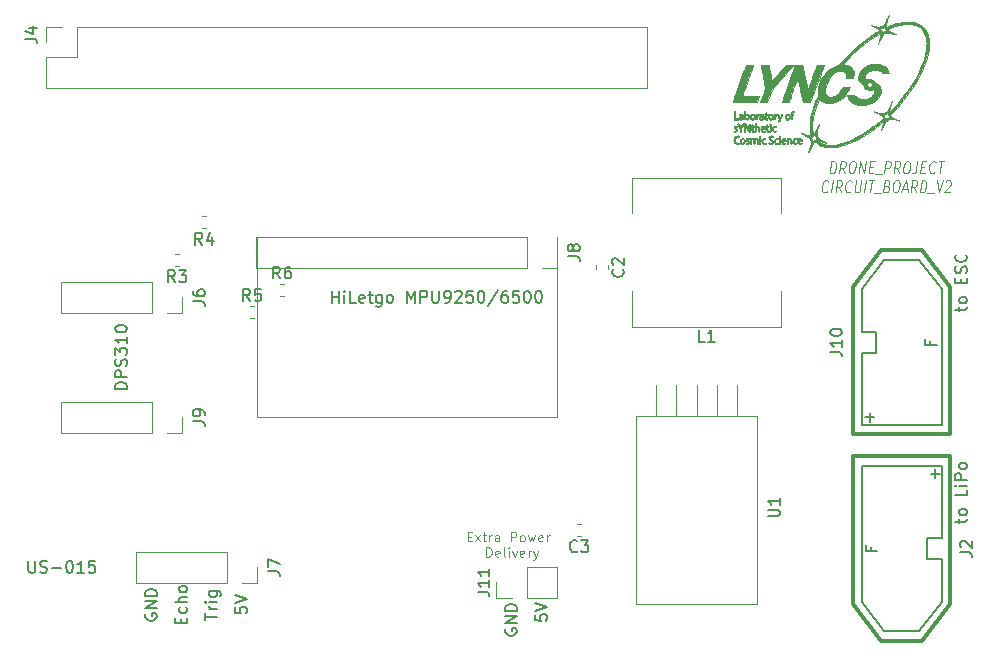
<source format=gbr>
G04 #@! TF.GenerationSoftware,KiCad,Pcbnew,5.0.2-bee76a0~70~ubuntu18.04.1*
G04 #@! TF.CreationDate,2019-11-21T17:40:54+09:00*
G04 #@! TF.ProjectId,Drone,44726f6e-652e-46b6-9963-61645f706362,rev?*
G04 #@! TF.SameCoordinates,Original*
G04 #@! TF.FileFunction,Legend,Top*
G04 #@! TF.FilePolarity,Positive*
%FSLAX46Y46*%
G04 Gerber Fmt 4.6, Leading zero omitted, Abs format (unit mm)*
G04 Created by KiCad (PCBNEW 5.0.2-bee76a0~70~ubuntu18.04.1) date 2019年11月21日 17時40分54秒*
%MOMM*%
%LPD*%
G01*
G04 APERTURE LIST*
%ADD10C,0.150000*%
%ADD11C,0.120000*%
%ADD12C,0.100000*%
%ADD13C,0.010000*%
%ADD14C,0.300000*%
%ADD15C,0.200000*%
G04 APERTURE END LIST*
D10*
X177585714Y-116919047D02*
X177585714Y-116538095D01*
X177252380Y-116776190D02*
X178109523Y-116776190D01*
X178204761Y-116728571D01*
X178252380Y-116633333D01*
X178252380Y-116538095D01*
X178252380Y-116061904D02*
X178204761Y-116157142D01*
X178157142Y-116204761D01*
X178061904Y-116252380D01*
X177776190Y-116252380D01*
X177680952Y-116204761D01*
X177633333Y-116157142D01*
X177585714Y-116061904D01*
X177585714Y-115919047D01*
X177633333Y-115823809D01*
X177680952Y-115776190D01*
X177776190Y-115728571D01*
X178061904Y-115728571D01*
X178157142Y-115776190D01*
X178204761Y-115823809D01*
X178252380Y-115919047D01*
X178252380Y-116061904D01*
X178252380Y-114061904D02*
X178252380Y-114538095D01*
X177252380Y-114538095D01*
X178252380Y-113728571D02*
X177585714Y-113728571D01*
X177252380Y-113728571D02*
X177300000Y-113776190D01*
X177347619Y-113728571D01*
X177300000Y-113680952D01*
X177252380Y-113728571D01*
X177347619Y-113728571D01*
X178252380Y-113252380D02*
X177252380Y-113252380D01*
X177252380Y-112871428D01*
X177300000Y-112776190D01*
X177347619Y-112728571D01*
X177442857Y-112680952D01*
X177585714Y-112680952D01*
X177680952Y-112728571D01*
X177728571Y-112776190D01*
X177776190Y-112871428D01*
X177776190Y-113252380D01*
X178252380Y-112109523D02*
X178204761Y-112204761D01*
X178157142Y-112252380D01*
X178061904Y-112300000D01*
X177776190Y-112300000D01*
X177680952Y-112252380D01*
X177633333Y-112204761D01*
X177585714Y-112109523D01*
X177585714Y-111966666D01*
X177633333Y-111871428D01*
X177680952Y-111823809D01*
X177776190Y-111776190D01*
X178061904Y-111776190D01*
X178157142Y-111823809D01*
X178204761Y-111871428D01*
X178252380Y-111966666D01*
X178252380Y-112109523D01*
X177585714Y-98972380D02*
X177585714Y-98591428D01*
X177252380Y-98829523D02*
X178109523Y-98829523D01*
X178204761Y-98781904D01*
X178252380Y-98686666D01*
X178252380Y-98591428D01*
X178252380Y-98115238D02*
X178204761Y-98210476D01*
X178157142Y-98258095D01*
X178061904Y-98305714D01*
X177776190Y-98305714D01*
X177680952Y-98258095D01*
X177633333Y-98210476D01*
X177585714Y-98115238D01*
X177585714Y-97972380D01*
X177633333Y-97877142D01*
X177680952Y-97829523D01*
X177776190Y-97781904D01*
X178061904Y-97781904D01*
X178157142Y-97829523D01*
X178204761Y-97877142D01*
X178252380Y-97972380D01*
X178252380Y-98115238D01*
X177728571Y-96591428D02*
X177728571Y-96258095D01*
X178252380Y-96115238D02*
X178252380Y-96591428D01*
X177252380Y-96591428D01*
X177252380Y-96115238D01*
X178204761Y-95734285D02*
X178252380Y-95591428D01*
X178252380Y-95353333D01*
X178204761Y-95258095D01*
X178157142Y-95210476D01*
X178061904Y-95162857D01*
X177966666Y-95162857D01*
X177871428Y-95210476D01*
X177823809Y-95258095D01*
X177776190Y-95353333D01*
X177728571Y-95543809D01*
X177680952Y-95639047D01*
X177633333Y-95686666D01*
X177538095Y-95734285D01*
X177442857Y-95734285D01*
X177347619Y-95686666D01*
X177300000Y-95639047D01*
X177252380Y-95543809D01*
X177252380Y-95305714D01*
X177300000Y-95162857D01*
X178157142Y-94162857D02*
X178204761Y-94210476D01*
X178252380Y-94353333D01*
X178252380Y-94448571D01*
X178204761Y-94591428D01*
X178109523Y-94686666D01*
X178014285Y-94734285D01*
X177823809Y-94781904D01*
X177680952Y-94781904D01*
X177490476Y-94734285D01*
X177395238Y-94686666D01*
X177300000Y-94591428D01*
X177252380Y-94448571D01*
X177252380Y-94353333D01*
X177300000Y-94210476D01*
X177347619Y-94162857D01*
D11*
X166647690Y-87272380D02*
X166772690Y-86272380D01*
X166963166Y-86272380D01*
X167071500Y-86320000D01*
X167135785Y-86415238D01*
X167161976Y-86510476D01*
X167176261Y-86700952D01*
X167158404Y-86843809D01*
X167096500Y-87034285D01*
X167046500Y-87129523D01*
X166958404Y-87224761D01*
X166838166Y-87272380D01*
X166647690Y-87272380D01*
X167904833Y-87272380D02*
X167697690Y-86796190D01*
X167447690Y-87272380D02*
X167572690Y-86272380D01*
X167877452Y-86272380D01*
X167947690Y-86320000D01*
X167979833Y-86367619D01*
X168006023Y-86462857D01*
X167988166Y-86605714D01*
X167938166Y-86700952D01*
X167894119Y-86748571D01*
X167811976Y-86796190D01*
X167507214Y-86796190D01*
X168525071Y-86272380D02*
X168677452Y-86272380D01*
X168747690Y-86320000D01*
X168811976Y-86415238D01*
X168826261Y-86605714D01*
X168784595Y-86939047D01*
X168722690Y-87129523D01*
X168634595Y-87224761D01*
X168552452Y-87272380D01*
X168400071Y-87272380D01*
X168329833Y-87224761D01*
X168265547Y-87129523D01*
X168251261Y-86939047D01*
X168292928Y-86605714D01*
X168354833Y-86415238D01*
X168442928Y-86320000D01*
X168525071Y-86272380D01*
X169085785Y-87272380D02*
X169210785Y-86272380D01*
X169542928Y-87272380D01*
X169667928Y-86272380D01*
X169989357Y-86748571D02*
X170256023Y-86748571D01*
X170304833Y-87272380D02*
X169923880Y-87272380D01*
X170048880Y-86272380D01*
X170429833Y-86272380D01*
X170445309Y-87367619D02*
X171054833Y-87367619D01*
X171257214Y-87272380D02*
X171382214Y-86272380D01*
X171686976Y-86272380D01*
X171757214Y-86320000D01*
X171789357Y-86367619D01*
X171815547Y-86462857D01*
X171797690Y-86605714D01*
X171747690Y-86700952D01*
X171703642Y-86748571D01*
X171621500Y-86796190D01*
X171316738Y-86796190D01*
X172514357Y-87272380D02*
X172307214Y-86796190D01*
X172057214Y-87272380D02*
X172182214Y-86272380D01*
X172486976Y-86272380D01*
X172557214Y-86320000D01*
X172589357Y-86367619D01*
X172615547Y-86462857D01*
X172597690Y-86605714D01*
X172547690Y-86700952D01*
X172503642Y-86748571D01*
X172421500Y-86796190D01*
X172116738Y-86796190D01*
X173134595Y-86272380D02*
X173286976Y-86272380D01*
X173357214Y-86320000D01*
X173421500Y-86415238D01*
X173435785Y-86605714D01*
X173394119Y-86939047D01*
X173332214Y-87129523D01*
X173244119Y-87224761D01*
X173161976Y-87272380D01*
X173009595Y-87272380D01*
X172939357Y-87224761D01*
X172875071Y-87129523D01*
X172860785Y-86939047D01*
X172902452Y-86605714D01*
X172964357Y-86415238D01*
X173052452Y-86320000D01*
X173134595Y-86272380D01*
X174048880Y-86272380D02*
X173959595Y-86986666D01*
X173903642Y-87129523D01*
X173815547Y-87224761D01*
X173695309Y-87272380D01*
X173619119Y-87272380D01*
X174370309Y-86748571D02*
X174636976Y-86748571D01*
X174685785Y-87272380D02*
X174304833Y-87272380D01*
X174429833Y-86272380D01*
X174810785Y-86272380D01*
X175497690Y-87177142D02*
X175453642Y-87224761D01*
X175333404Y-87272380D01*
X175257214Y-87272380D01*
X175148880Y-87224761D01*
X175084595Y-87129523D01*
X175058404Y-87034285D01*
X175044119Y-86843809D01*
X175061976Y-86700952D01*
X175123880Y-86510476D01*
X175173880Y-86415238D01*
X175261976Y-86320000D01*
X175382214Y-86272380D01*
X175458404Y-86272380D01*
X175566738Y-86320000D01*
X175598880Y-86367619D01*
X175839357Y-86272380D02*
X176296500Y-86272380D01*
X175942928Y-87272380D02*
X176067928Y-86272380D01*
X166411976Y-88797142D02*
X166367928Y-88844761D01*
X166247690Y-88892380D01*
X166171500Y-88892380D01*
X166063166Y-88844761D01*
X165998880Y-88749523D01*
X165972690Y-88654285D01*
X165958404Y-88463809D01*
X165976261Y-88320952D01*
X166038166Y-88130476D01*
X166088166Y-88035238D01*
X166176261Y-87940000D01*
X166296500Y-87892380D01*
X166372690Y-87892380D01*
X166481023Y-87940000D01*
X166513166Y-87987619D01*
X166742928Y-88892380D02*
X166867928Y-87892380D01*
X167581023Y-88892380D02*
X167373880Y-88416190D01*
X167123880Y-88892380D02*
X167248880Y-87892380D01*
X167553642Y-87892380D01*
X167623880Y-87940000D01*
X167656023Y-87987619D01*
X167682214Y-88082857D01*
X167664357Y-88225714D01*
X167614357Y-88320952D01*
X167570309Y-88368571D01*
X167488166Y-88416190D01*
X167183404Y-88416190D01*
X168392928Y-88797142D02*
X168348880Y-88844761D01*
X168228642Y-88892380D01*
X168152452Y-88892380D01*
X168044119Y-88844761D01*
X167979833Y-88749523D01*
X167953642Y-88654285D01*
X167939357Y-88463809D01*
X167957214Y-88320952D01*
X168019119Y-88130476D01*
X168069119Y-88035238D01*
X168157214Y-87940000D01*
X168277452Y-87892380D01*
X168353642Y-87892380D01*
X168461976Y-87940000D01*
X168494119Y-87987619D01*
X168848880Y-87892380D02*
X168747690Y-88701904D01*
X168773880Y-88797142D01*
X168806023Y-88844761D01*
X168876261Y-88892380D01*
X169028642Y-88892380D01*
X169110785Y-88844761D01*
X169154833Y-88797142D01*
X169204833Y-88701904D01*
X169306023Y-87892380D01*
X169561976Y-88892380D02*
X169686976Y-87892380D01*
X169953642Y-87892380D02*
X170410785Y-87892380D01*
X170057214Y-88892380D02*
X170182214Y-87892380D01*
X170350071Y-88987619D02*
X170959595Y-88987619D01*
X171494119Y-88368571D02*
X171602452Y-88416190D01*
X171634595Y-88463809D01*
X171660785Y-88559047D01*
X171642928Y-88701904D01*
X171592928Y-88797142D01*
X171548880Y-88844761D01*
X171466738Y-88892380D01*
X171161976Y-88892380D01*
X171286976Y-87892380D01*
X171553642Y-87892380D01*
X171623880Y-87940000D01*
X171656023Y-87987619D01*
X171682214Y-88082857D01*
X171670309Y-88178095D01*
X171620309Y-88273333D01*
X171576261Y-88320952D01*
X171494119Y-88368571D01*
X171227452Y-88368571D01*
X172239357Y-87892380D02*
X172391738Y-87892380D01*
X172461976Y-87940000D01*
X172526261Y-88035238D01*
X172540547Y-88225714D01*
X172498880Y-88559047D01*
X172436976Y-88749523D01*
X172348880Y-88844761D01*
X172266738Y-88892380D01*
X172114357Y-88892380D01*
X172044119Y-88844761D01*
X171979833Y-88749523D01*
X171965547Y-88559047D01*
X172007214Y-88225714D01*
X172069119Y-88035238D01*
X172157214Y-87940000D01*
X172239357Y-87892380D01*
X172797690Y-88606666D02*
X173178642Y-88606666D01*
X172685785Y-88892380D02*
X173077452Y-87892380D01*
X173219119Y-88892380D01*
X173942928Y-88892380D02*
X173735785Y-88416190D01*
X173485785Y-88892380D02*
X173610785Y-87892380D01*
X173915547Y-87892380D01*
X173985785Y-87940000D01*
X174017928Y-87987619D01*
X174044119Y-88082857D01*
X174026261Y-88225714D01*
X173976261Y-88320952D01*
X173932214Y-88368571D01*
X173850071Y-88416190D01*
X173545309Y-88416190D01*
X174285785Y-88892380D02*
X174410785Y-87892380D01*
X174601261Y-87892380D01*
X174709595Y-87940000D01*
X174773880Y-88035238D01*
X174800071Y-88130476D01*
X174814357Y-88320952D01*
X174796500Y-88463809D01*
X174734595Y-88654285D01*
X174684595Y-88749523D01*
X174596500Y-88844761D01*
X174476261Y-88892380D01*
X174285785Y-88892380D01*
X174883404Y-88987619D02*
X175492928Y-88987619D01*
X175706023Y-87892380D02*
X175847690Y-88892380D01*
X176239357Y-87892380D01*
X176456023Y-87987619D02*
X176500071Y-87940000D01*
X176582214Y-87892380D01*
X176772690Y-87892380D01*
X176842928Y-87940000D01*
X176875071Y-87987619D01*
X176901261Y-88082857D01*
X176889357Y-88178095D01*
X176833404Y-88320952D01*
X176304833Y-88892380D01*
X176800071Y-88892380D01*
D12*
X135985714Y-118037857D02*
X136252380Y-118037857D01*
X136366666Y-118456904D02*
X135985714Y-118456904D01*
X135985714Y-117656904D01*
X136366666Y-117656904D01*
X136633333Y-118456904D02*
X137052380Y-117923571D01*
X136633333Y-117923571D02*
X137052380Y-118456904D01*
X137242857Y-117923571D02*
X137547619Y-117923571D01*
X137357142Y-117656904D02*
X137357142Y-118342619D01*
X137395238Y-118418809D01*
X137471428Y-118456904D01*
X137547619Y-118456904D01*
X137814285Y-118456904D02*
X137814285Y-117923571D01*
X137814285Y-118075952D02*
X137852380Y-117999761D01*
X137890476Y-117961666D01*
X137966666Y-117923571D01*
X138042857Y-117923571D01*
X138652380Y-118456904D02*
X138652380Y-118037857D01*
X138614285Y-117961666D01*
X138538095Y-117923571D01*
X138385714Y-117923571D01*
X138309523Y-117961666D01*
X138652380Y-118418809D02*
X138576190Y-118456904D01*
X138385714Y-118456904D01*
X138309523Y-118418809D01*
X138271428Y-118342619D01*
X138271428Y-118266428D01*
X138309523Y-118190238D01*
X138385714Y-118152142D01*
X138576190Y-118152142D01*
X138652380Y-118114047D01*
X139642857Y-118456904D02*
X139642857Y-117656904D01*
X139947619Y-117656904D01*
X140023809Y-117695000D01*
X140061904Y-117733095D01*
X140100000Y-117809285D01*
X140100000Y-117923571D01*
X140061904Y-117999761D01*
X140023809Y-118037857D01*
X139947619Y-118075952D01*
X139642857Y-118075952D01*
X140557142Y-118456904D02*
X140480952Y-118418809D01*
X140442857Y-118380714D01*
X140404761Y-118304523D01*
X140404761Y-118075952D01*
X140442857Y-117999761D01*
X140480952Y-117961666D01*
X140557142Y-117923571D01*
X140671428Y-117923571D01*
X140747619Y-117961666D01*
X140785714Y-117999761D01*
X140823809Y-118075952D01*
X140823809Y-118304523D01*
X140785714Y-118380714D01*
X140747619Y-118418809D01*
X140671428Y-118456904D01*
X140557142Y-118456904D01*
X141090476Y-117923571D02*
X141242857Y-118456904D01*
X141395238Y-118075952D01*
X141547619Y-118456904D01*
X141700000Y-117923571D01*
X142309523Y-118418809D02*
X142233333Y-118456904D01*
X142080952Y-118456904D01*
X142004761Y-118418809D01*
X141966666Y-118342619D01*
X141966666Y-118037857D01*
X142004761Y-117961666D01*
X142080952Y-117923571D01*
X142233333Y-117923571D01*
X142309523Y-117961666D01*
X142347619Y-118037857D01*
X142347619Y-118114047D01*
X141966666Y-118190238D01*
X142690476Y-118456904D02*
X142690476Y-117923571D01*
X142690476Y-118075952D02*
X142728571Y-117999761D01*
X142766666Y-117961666D01*
X142842857Y-117923571D01*
X142919047Y-117923571D01*
X137547619Y-119756904D02*
X137547619Y-118956904D01*
X137738095Y-118956904D01*
X137852380Y-118995000D01*
X137928571Y-119071190D01*
X137966666Y-119147380D01*
X138004761Y-119299761D01*
X138004761Y-119414047D01*
X137966666Y-119566428D01*
X137928571Y-119642619D01*
X137852380Y-119718809D01*
X137738095Y-119756904D01*
X137547619Y-119756904D01*
X138652380Y-119718809D02*
X138576190Y-119756904D01*
X138423809Y-119756904D01*
X138347619Y-119718809D01*
X138309523Y-119642619D01*
X138309523Y-119337857D01*
X138347619Y-119261666D01*
X138423809Y-119223571D01*
X138576190Y-119223571D01*
X138652380Y-119261666D01*
X138690476Y-119337857D01*
X138690476Y-119414047D01*
X138309523Y-119490238D01*
X139147619Y-119756904D02*
X139071428Y-119718809D01*
X139033333Y-119642619D01*
X139033333Y-118956904D01*
X139452380Y-119756904D02*
X139452380Y-119223571D01*
X139452380Y-118956904D02*
X139414285Y-118995000D01*
X139452380Y-119033095D01*
X139490476Y-118995000D01*
X139452380Y-118956904D01*
X139452380Y-119033095D01*
X139757142Y-119223571D02*
X139947619Y-119756904D01*
X140138095Y-119223571D01*
X140747619Y-119718809D02*
X140671428Y-119756904D01*
X140519047Y-119756904D01*
X140442857Y-119718809D01*
X140404761Y-119642619D01*
X140404761Y-119337857D01*
X140442857Y-119261666D01*
X140519047Y-119223571D01*
X140671428Y-119223571D01*
X140747619Y-119261666D01*
X140785714Y-119337857D01*
X140785714Y-119414047D01*
X140404761Y-119490238D01*
X141128571Y-119756904D02*
X141128571Y-119223571D01*
X141128571Y-119375952D02*
X141166666Y-119299761D01*
X141204761Y-119261666D01*
X141280952Y-119223571D01*
X141357142Y-119223571D01*
X141547619Y-119223571D02*
X141738095Y-119756904D01*
X141928571Y-119223571D02*
X141738095Y-119756904D01*
X141661904Y-119947380D01*
X141623809Y-119985476D01*
X141547619Y-120023571D01*
D10*
X139200000Y-125856904D02*
X139152380Y-125952142D01*
X139152380Y-126095000D01*
X139200000Y-126237857D01*
X139295238Y-126333095D01*
X139390476Y-126380714D01*
X139580952Y-126428333D01*
X139723809Y-126428333D01*
X139914285Y-126380714D01*
X140009523Y-126333095D01*
X140104761Y-126237857D01*
X140152380Y-126095000D01*
X140152380Y-125999761D01*
X140104761Y-125856904D01*
X140057142Y-125809285D01*
X139723809Y-125809285D01*
X139723809Y-125999761D01*
X140152380Y-125380714D02*
X139152380Y-125380714D01*
X140152380Y-124809285D01*
X139152380Y-124809285D01*
X140152380Y-124333095D02*
X139152380Y-124333095D01*
X139152380Y-124095000D01*
X139200000Y-123952142D01*
X139295238Y-123856904D01*
X139390476Y-123809285D01*
X139580952Y-123761666D01*
X139723809Y-123761666D01*
X139914285Y-123809285D01*
X140009523Y-123856904D01*
X140104761Y-123952142D01*
X140152380Y-124095000D01*
X140152380Y-124333095D01*
X141692380Y-124650476D02*
X141692380Y-125126666D01*
X142168571Y-125174285D01*
X142120952Y-125126666D01*
X142073333Y-125031428D01*
X142073333Y-124793333D01*
X142120952Y-124698095D01*
X142168571Y-124650476D01*
X142263809Y-124602857D01*
X142501904Y-124602857D01*
X142597142Y-124650476D01*
X142644761Y-124698095D01*
X142692380Y-124793333D01*
X142692380Y-125031428D01*
X142644761Y-125126666D01*
X142597142Y-125174285D01*
X141692380Y-124317142D02*
X142692380Y-123983809D01*
X141692380Y-123650476D01*
X116292380Y-124015476D02*
X116292380Y-124491666D01*
X116768571Y-124539285D01*
X116720952Y-124491666D01*
X116673333Y-124396428D01*
X116673333Y-124158333D01*
X116720952Y-124063095D01*
X116768571Y-124015476D01*
X116863809Y-123967857D01*
X117101904Y-123967857D01*
X117197142Y-124015476D01*
X117244761Y-124063095D01*
X117292380Y-124158333D01*
X117292380Y-124396428D01*
X117244761Y-124491666D01*
X117197142Y-124539285D01*
X116292380Y-123682142D02*
X117292380Y-123348809D01*
X116292380Y-123015476D01*
X113752380Y-125110714D02*
X113752380Y-124539285D01*
X114752380Y-124825000D02*
X113752380Y-124825000D01*
X114752380Y-124205952D02*
X114085714Y-124205952D01*
X114276190Y-124205952D02*
X114180952Y-124158333D01*
X114133333Y-124110714D01*
X114085714Y-124015476D01*
X114085714Y-123920238D01*
X114752380Y-123586904D02*
X114085714Y-123586904D01*
X113752380Y-123586904D02*
X113800000Y-123634523D01*
X113847619Y-123586904D01*
X113800000Y-123539285D01*
X113752380Y-123586904D01*
X113847619Y-123586904D01*
X114085714Y-122682142D02*
X114895238Y-122682142D01*
X114990476Y-122729761D01*
X115038095Y-122777380D01*
X115085714Y-122872619D01*
X115085714Y-123015476D01*
X115038095Y-123110714D01*
X114704761Y-122682142D02*
X114752380Y-122777380D01*
X114752380Y-122967857D01*
X114704761Y-123063095D01*
X114657142Y-123110714D01*
X114561904Y-123158333D01*
X114276190Y-123158333D01*
X114180952Y-123110714D01*
X114133333Y-123063095D01*
X114085714Y-122967857D01*
X114085714Y-122777380D01*
X114133333Y-122682142D01*
X111688571Y-125372619D02*
X111688571Y-125039285D01*
X112212380Y-124896428D02*
X112212380Y-125372619D01*
X111212380Y-125372619D01*
X111212380Y-124896428D01*
X112164761Y-124039285D02*
X112212380Y-124134523D01*
X112212380Y-124325000D01*
X112164761Y-124420238D01*
X112117142Y-124467857D01*
X112021904Y-124515476D01*
X111736190Y-124515476D01*
X111640952Y-124467857D01*
X111593333Y-124420238D01*
X111545714Y-124325000D01*
X111545714Y-124134523D01*
X111593333Y-124039285D01*
X112212380Y-123610714D02*
X111212380Y-123610714D01*
X112212380Y-123182142D02*
X111688571Y-123182142D01*
X111593333Y-123229761D01*
X111545714Y-123325000D01*
X111545714Y-123467857D01*
X111593333Y-123563095D01*
X111640952Y-123610714D01*
X112212380Y-122563095D02*
X112164761Y-122658333D01*
X112117142Y-122705952D01*
X112021904Y-122753571D01*
X111736190Y-122753571D01*
X111640952Y-122705952D01*
X111593333Y-122658333D01*
X111545714Y-122563095D01*
X111545714Y-122420238D01*
X111593333Y-122325000D01*
X111640952Y-122277380D01*
X111736190Y-122229761D01*
X112021904Y-122229761D01*
X112117142Y-122277380D01*
X112164761Y-122325000D01*
X112212380Y-122420238D01*
X112212380Y-122563095D01*
X108720000Y-124586904D02*
X108672380Y-124682142D01*
X108672380Y-124825000D01*
X108720000Y-124967857D01*
X108815238Y-125063095D01*
X108910476Y-125110714D01*
X109100952Y-125158333D01*
X109243809Y-125158333D01*
X109434285Y-125110714D01*
X109529523Y-125063095D01*
X109624761Y-124967857D01*
X109672380Y-124825000D01*
X109672380Y-124729761D01*
X109624761Y-124586904D01*
X109577142Y-124539285D01*
X109243809Y-124539285D01*
X109243809Y-124729761D01*
X109672380Y-124110714D02*
X108672380Y-124110714D01*
X109672380Y-123539285D01*
X108672380Y-123539285D01*
X109672380Y-123063095D02*
X108672380Y-123063095D01*
X108672380Y-122825000D01*
X108720000Y-122682142D01*
X108815238Y-122586904D01*
X108910476Y-122539285D01*
X109100952Y-122491666D01*
X109243809Y-122491666D01*
X109434285Y-122539285D01*
X109529523Y-122586904D01*
X109624761Y-122682142D01*
X109672380Y-122825000D01*
X109672380Y-123063095D01*
X98790476Y-120102380D02*
X98790476Y-120911904D01*
X98838095Y-121007142D01*
X98885714Y-121054761D01*
X98980952Y-121102380D01*
X99171428Y-121102380D01*
X99266666Y-121054761D01*
X99314285Y-121007142D01*
X99361904Y-120911904D01*
X99361904Y-120102380D01*
X99790476Y-121054761D02*
X99933333Y-121102380D01*
X100171428Y-121102380D01*
X100266666Y-121054761D01*
X100314285Y-121007142D01*
X100361904Y-120911904D01*
X100361904Y-120816666D01*
X100314285Y-120721428D01*
X100266666Y-120673809D01*
X100171428Y-120626190D01*
X99980952Y-120578571D01*
X99885714Y-120530952D01*
X99838095Y-120483333D01*
X99790476Y-120388095D01*
X99790476Y-120292857D01*
X99838095Y-120197619D01*
X99885714Y-120150000D01*
X99980952Y-120102380D01*
X100219047Y-120102380D01*
X100361904Y-120150000D01*
X100790476Y-120721428D02*
X101552380Y-120721428D01*
X102219047Y-120102380D02*
X102314285Y-120102380D01*
X102409523Y-120150000D01*
X102457142Y-120197619D01*
X102504761Y-120292857D01*
X102552380Y-120483333D01*
X102552380Y-120721428D01*
X102504761Y-120911904D01*
X102457142Y-121007142D01*
X102409523Y-121054761D01*
X102314285Y-121102380D01*
X102219047Y-121102380D01*
X102123809Y-121054761D01*
X102076190Y-121007142D01*
X102028571Y-120911904D01*
X101980952Y-120721428D01*
X101980952Y-120483333D01*
X102028571Y-120292857D01*
X102076190Y-120197619D01*
X102123809Y-120150000D01*
X102219047Y-120102380D01*
X103504761Y-121102380D02*
X102933333Y-121102380D01*
X103219047Y-121102380D02*
X103219047Y-120102380D01*
X103123809Y-120245238D01*
X103028571Y-120340476D01*
X102933333Y-120388095D01*
X104409523Y-120102380D02*
X103933333Y-120102380D01*
X103885714Y-120578571D01*
X103933333Y-120530952D01*
X104028571Y-120483333D01*
X104266666Y-120483333D01*
X104361904Y-120530952D01*
X104409523Y-120578571D01*
X104457142Y-120673809D01*
X104457142Y-120911904D01*
X104409523Y-121007142D01*
X104361904Y-121054761D01*
X104266666Y-121102380D01*
X104028571Y-121102380D01*
X103933333Y-121054761D01*
X103885714Y-121007142D01*
X107132380Y-105536666D02*
X106132380Y-105536666D01*
X106132380Y-105298571D01*
X106180000Y-105155714D01*
X106275238Y-105060476D01*
X106370476Y-105012857D01*
X106560952Y-104965238D01*
X106703809Y-104965238D01*
X106894285Y-105012857D01*
X106989523Y-105060476D01*
X107084761Y-105155714D01*
X107132380Y-105298571D01*
X107132380Y-105536666D01*
X107132380Y-104536666D02*
X106132380Y-104536666D01*
X106132380Y-104155714D01*
X106180000Y-104060476D01*
X106227619Y-104012857D01*
X106322857Y-103965238D01*
X106465714Y-103965238D01*
X106560952Y-104012857D01*
X106608571Y-104060476D01*
X106656190Y-104155714D01*
X106656190Y-104536666D01*
X107084761Y-103584285D02*
X107132380Y-103441428D01*
X107132380Y-103203333D01*
X107084761Y-103108095D01*
X107037142Y-103060476D01*
X106941904Y-103012857D01*
X106846666Y-103012857D01*
X106751428Y-103060476D01*
X106703809Y-103108095D01*
X106656190Y-103203333D01*
X106608571Y-103393809D01*
X106560952Y-103489047D01*
X106513333Y-103536666D01*
X106418095Y-103584285D01*
X106322857Y-103584285D01*
X106227619Y-103536666D01*
X106180000Y-103489047D01*
X106132380Y-103393809D01*
X106132380Y-103155714D01*
X106180000Y-103012857D01*
X106132380Y-102679523D02*
X106132380Y-102060476D01*
X106513333Y-102393809D01*
X106513333Y-102250952D01*
X106560952Y-102155714D01*
X106608571Y-102108095D01*
X106703809Y-102060476D01*
X106941904Y-102060476D01*
X107037142Y-102108095D01*
X107084761Y-102155714D01*
X107132380Y-102250952D01*
X107132380Y-102536666D01*
X107084761Y-102631904D01*
X107037142Y-102679523D01*
X107132380Y-101108095D02*
X107132380Y-101679523D01*
X107132380Y-101393809D02*
X106132380Y-101393809D01*
X106275238Y-101489047D01*
X106370476Y-101584285D01*
X106418095Y-101679523D01*
X106132380Y-100489047D02*
X106132380Y-100393809D01*
X106180000Y-100298571D01*
X106227619Y-100250952D01*
X106322857Y-100203333D01*
X106513333Y-100155714D01*
X106751428Y-100155714D01*
X106941904Y-100203333D01*
X107037142Y-100250952D01*
X107084761Y-100298571D01*
X107132380Y-100393809D01*
X107132380Y-100489047D01*
X107084761Y-100584285D01*
X107037142Y-100631904D01*
X106941904Y-100679523D01*
X106751428Y-100727142D01*
X106513333Y-100727142D01*
X106322857Y-100679523D01*
X106227619Y-100631904D01*
X106180000Y-100584285D01*
X106132380Y-100489047D01*
D11*
X118110000Y-107950000D02*
X118110000Y-92710000D01*
X143510000Y-107950000D02*
X118110000Y-107950000D01*
X143510000Y-92710000D02*
X143510000Y-107950000D01*
D10*
X124492857Y-98242380D02*
X124492857Y-97242380D01*
X124492857Y-97718571D02*
X125064285Y-97718571D01*
X125064285Y-98242380D02*
X125064285Y-97242380D01*
X125540476Y-98242380D02*
X125540476Y-97575714D01*
X125540476Y-97242380D02*
X125492857Y-97290000D01*
X125540476Y-97337619D01*
X125588095Y-97290000D01*
X125540476Y-97242380D01*
X125540476Y-97337619D01*
X126492857Y-98242380D02*
X126016666Y-98242380D01*
X126016666Y-97242380D01*
X127207142Y-98194761D02*
X127111904Y-98242380D01*
X126921428Y-98242380D01*
X126826190Y-98194761D01*
X126778571Y-98099523D01*
X126778571Y-97718571D01*
X126826190Y-97623333D01*
X126921428Y-97575714D01*
X127111904Y-97575714D01*
X127207142Y-97623333D01*
X127254761Y-97718571D01*
X127254761Y-97813809D01*
X126778571Y-97909047D01*
X127540476Y-97575714D02*
X127921428Y-97575714D01*
X127683333Y-97242380D02*
X127683333Y-98099523D01*
X127730952Y-98194761D01*
X127826190Y-98242380D01*
X127921428Y-98242380D01*
X128683333Y-97575714D02*
X128683333Y-98385238D01*
X128635714Y-98480476D01*
X128588095Y-98528095D01*
X128492857Y-98575714D01*
X128350000Y-98575714D01*
X128254761Y-98528095D01*
X128683333Y-98194761D02*
X128588095Y-98242380D01*
X128397619Y-98242380D01*
X128302380Y-98194761D01*
X128254761Y-98147142D01*
X128207142Y-98051904D01*
X128207142Y-97766190D01*
X128254761Y-97670952D01*
X128302380Y-97623333D01*
X128397619Y-97575714D01*
X128588095Y-97575714D01*
X128683333Y-97623333D01*
X129302380Y-98242380D02*
X129207142Y-98194761D01*
X129159523Y-98147142D01*
X129111904Y-98051904D01*
X129111904Y-97766190D01*
X129159523Y-97670952D01*
X129207142Y-97623333D01*
X129302380Y-97575714D01*
X129445238Y-97575714D01*
X129540476Y-97623333D01*
X129588095Y-97670952D01*
X129635714Y-97766190D01*
X129635714Y-98051904D01*
X129588095Y-98147142D01*
X129540476Y-98194761D01*
X129445238Y-98242380D01*
X129302380Y-98242380D01*
X130826190Y-98242380D02*
X130826190Y-97242380D01*
X131159523Y-97956666D01*
X131492857Y-97242380D01*
X131492857Y-98242380D01*
X131969047Y-98242380D02*
X131969047Y-97242380D01*
X132350000Y-97242380D01*
X132445238Y-97290000D01*
X132492857Y-97337619D01*
X132540476Y-97432857D01*
X132540476Y-97575714D01*
X132492857Y-97670952D01*
X132445238Y-97718571D01*
X132350000Y-97766190D01*
X131969047Y-97766190D01*
X132969047Y-97242380D02*
X132969047Y-98051904D01*
X133016666Y-98147142D01*
X133064285Y-98194761D01*
X133159523Y-98242380D01*
X133350000Y-98242380D01*
X133445238Y-98194761D01*
X133492857Y-98147142D01*
X133540476Y-98051904D01*
X133540476Y-97242380D01*
X134064285Y-98242380D02*
X134254761Y-98242380D01*
X134350000Y-98194761D01*
X134397619Y-98147142D01*
X134492857Y-98004285D01*
X134540476Y-97813809D01*
X134540476Y-97432857D01*
X134492857Y-97337619D01*
X134445238Y-97290000D01*
X134350000Y-97242380D01*
X134159523Y-97242380D01*
X134064285Y-97290000D01*
X134016666Y-97337619D01*
X133969047Y-97432857D01*
X133969047Y-97670952D01*
X134016666Y-97766190D01*
X134064285Y-97813809D01*
X134159523Y-97861428D01*
X134350000Y-97861428D01*
X134445238Y-97813809D01*
X134492857Y-97766190D01*
X134540476Y-97670952D01*
X134921428Y-97337619D02*
X134969047Y-97290000D01*
X135064285Y-97242380D01*
X135302380Y-97242380D01*
X135397619Y-97290000D01*
X135445238Y-97337619D01*
X135492857Y-97432857D01*
X135492857Y-97528095D01*
X135445238Y-97670952D01*
X134873809Y-98242380D01*
X135492857Y-98242380D01*
X136397619Y-97242380D02*
X135921428Y-97242380D01*
X135873809Y-97718571D01*
X135921428Y-97670952D01*
X136016666Y-97623333D01*
X136254761Y-97623333D01*
X136350000Y-97670952D01*
X136397619Y-97718571D01*
X136445238Y-97813809D01*
X136445238Y-98051904D01*
X136397619Y-98147142D01*
X136350000Y-98194761D01*
X136254761Y-98242380D01*
X136016666Y-98242380D01*
X135921428Y-98194761D01*
X135873809Y-98147142D01*
X137064285Y-97242380D02*
X137159523Y-97242380D01*
X137254761Y-97290000D01*
X137302380Y-97337619D01*
X137350000Y-97432857D01*
X137397619Y-97623333D01*
X137397619Y-97861428D01*
X137350000Y-98051904D01*
X137302380Y-98147142D01*
X137254761Y-98194761D01*
X137159523Y-98242380D01*
X137064285Y-98242380D01*
X136969047Y-98194761D01*
X136921428Y-98147142D01*
X136873809Y-98051904D01*
X136826190Y-97861428D01*
X136826190Y-97623333D01*
X136873809Y-97432857D01*
X136921428Y-97337619D01*
X136969047Y-97290000D01*
X137064285Y-97242380D01*
X138540476Y-97194761D02*
X137683333Y-98480476D01*
X139302380Y-97242380D02*
X139111904Y-97242380D01*
X139016666Y-97290000D01*
X138969047Y-97337619D01*
X138873809Y-97480476D01*
X138826190Y-97670952D01*
X138826190Y-98051904D01*
X138873809Y-98147142D01*
X138921428Y-98194761D01*
X139016666Y-98242380D01*
X139207142Y-98242380D01*
X139302380Y-98194761D01*
X139350000Y-98147142D01*
X139397619Y-98051904D01*
X139397619Y-97813809D01*
X139350000Y-97718571D01*
X139302380Y-97670952D01*
X139207142Y-97623333D01*
X139016666Y-97623333D01*
X138921428Y-97670952D01*
X138873809Y-97718571D01*
X138826190Y-97813809D01*
X140302380Y-97242380D02*
X139826190Y-97242380D01*
X139778571Y-97718571D01*
X139826190Y-97670952D01*
X139921428Y-97623333D01*
X140159523Y-97623333D01*
X140254761Y-97670952D01*
X140302380Y-97718571D01*
X140350000Y-97813809D01*
X140350000Y-98051904D01*
X140302380Y-98147142D01*
X140254761Y-98194761D01*
X140159523Y-98242380D01*
X139921428Y-98242380D01*
X139826190Y-98194761D01*
X139778571Y-98147142D01*
X140969047Y-97242380D02*
X141064285Y-97242380D01*
X141159523Y-97290000D01*
X141207142Y-97337619D01*
X141254761Y-97432857D01*
X141302380Y-97623333D01*
X141302380Y-97861428D01*
X141254761Y-98051904D01*
X141207142Y-98147142D01*
X141159523Y-98194761D01*
X141064285Y-98242380D01*
X140969047Y-98242380D01*
X140873809Y-98194761D01*
X140826190Y-98147142D01*
X140778571Y-98051904D01*
X140730952Y-97861428D01*
X140730952Y-97623333D01*
X140778571Y-97432857D01*
X140826190Y-97337619D01*
X140873809Y-97290000D01*
X140969047Y-97242380D01*
X141921428Y-97242380D02*
X142016666Y-97242380D01*
X142111904Y-97290000D01*
X142159523Y-97337619D01*
X142207142Y-97432857D01*
X142254761Y-97623333D01*
X142254761Y-97861428D01*
X142207142Y-98051904D01*
X142159523Y-98147142D01*
X142111904Y-98194761D01*
X142016666Y-98242380D01*
X141921428Y-98242380D01*
X141826190Y-98194761D01*
X141778571Y-98147142D01*
X141730952Y-98051904D01*
X141683333Y-97861428D01*
X141683333Y-97623333D01*
X141730952Y-97432857D01*
X141778571Y-97337619D01*
X141826190Y-97290000D01*
X141921428Y-97242380D01*
D11*
G04 #@! TO.C,U1*
X151950000Y-107830000D02*
X151950000Y-105190000D01*
X153650000Y-107830000D02*
X153650000Y-105190000D01*
X155350000Y-107830000D02*
X155350000Y-105190000D01*
X157050000Y-107830000D02*
X157050000Y-105190000D01*
X158750000Y-107830000D02*
X158750000Y-105190000D01*
X150230000Y-123720000D02*
X150230000Y-107830000D01*
X160471000Y-123720000D02*
X160471000Y-107830000D01*
X160471000Y-123720000D02*
X150230000Y-123720000D01*
X160471000Y-107830000D02*
X150230000Y-107830000D01*
G04 #@! TO.C,L1*
X149910000Y-100280000D02*
X149910000Y-97280000D01*
X162510000Y-100280000D02*
X149910000Y-100280000D01*
X162510000Y-97280000D02*
X162510000Y-100280000D01*
X162510000Y-87680000D02*
X162510000Y-90680000D01*
X149910000Y-87680000D02*
X162510000Y-87680000D01*
X149910000Y-90680000D02*
X149910000Y-87680000D01*
G04 #@! TO.C,C2*
X146810000Y-95087221D02*
X146810000Y-95412779D01*
X147830000Y-95087221D02*
X147830000Y-95412779D01*
D13*
G04 #@! TO.C,G\002A\002A\002A*
G36*
X171881800Y-81216500D02*
X171869100Y-81229200D01*
X171856400Y-81216500D01*
X171869100Y-81203800D01*
X171881800Y-81216500D01*
X171881800Y-81216500D01*
G37*
X171881800Y-81216500D02*
X171869100Y-81229200D01*
X171856400Y-81216500D01*
X171869100Y-81203800D01*
X171881800Y-81216500D01*
G36*
X170773720Y-78046060D02*
X171012296Y-78097701D01*
X171214825Y-78184277D01*
X171372398Y-78297255D01*
X171489791Y-78429575D01*
X171562623Y-78577868D01*
X171590164Y-78696146D01*
X171608168Y-78816200D01*
X171056300Y-78815878D01*
X171013335Y-78740369D01*
X170935929Y-78652859D01*
X170821006Y-78586446D01*
X170677742Y-78542214D01*
X170515310Y-78521247D01*
X170342887Y-78524629D01*
X170169646Y-78553444D01*
X170004764Y-78608776D01*
X169982984Y-78618646D01*
X169868334Y-78687722D01*
X169764648Y-78778086D01*
X169678236Y-78880642D01*
X169615409Y-78986291D01*
X169582478Y-79085936D01*
X169585753Y-79170479D01*
X169590906Y-79183904D01*
X169633647Y-79244249D01*
X169682577Y-79287045D01*
X169734630Y-79312800D01*
X169787954Y-79312535D01*
X169839308Y-79298071D01*
X169973068Y-79277849D01*
X170111103Y-79297595D01*
X170239901Y-79352066D01*
X170345952Y-79436020D01*
X170403335Y-79516923D01*
X170459619Y-79591245D01*
X170554659Y-79676033D01*
X170626141Y-79728159D01*
X170777417Y-79849254D01*
X170878417Y-79971531D01*
X170918893Y-80043297D01*
X170941964Y-80107470D01*
X170952331Y-80183603D01*
X170954700Y-80288725D01*
X170952272Y-80390577D01*
X170941683Y-80470186D01*
X170917972Y-80547328D01*
X170876178Y-80641786D01*
X170855466Y-80684417D01*
X170723505Y-80897000D01*
X170553169Y-81082442D01*
X170350606Y-81238066D01*
X170121962Y-81361194D01*
X169873385Y-81449149D01*
X169611022Y-81499254D01*
X169341020Y-81508830D01*
X169069526Y-81475200D01*
X169049700Y-81470955D01*
X168800562Y-81399418D01*
X168587488Y-81301274D01*
X168445509Y-81207619D01*
X168293584Y-81073842D01*
X168189888Y-80939684D01*
X168135533Y-80806669D01*
X168130103Y-80776211D01*
X168115911Y-80670400D01*
X168417705Y-80670400D01*
X168719500Y-80670401D01*
X168790481Y-80759361D01*
X168898421Y-80856517D01*
X169041385Y-80929132D01*
X169209696Y-80976800D01*
X169393673Y-80999111D01*
X169583639Y-80995656D01*
X169769914Y-80966027D01*
X169942821Y-80909814D01*
X170092681Y-80826608D01*
X170108347Y-80815026D01*
X170233199Y-80703645D01*
X170328203Y-80585693D01*
X170389603Y-80468492D01*
X170413643Y-80359359D01*
X170396569Y-80265617D01*
X170393464Y-80259289D01*
X170351486Y-80195822D01*
X170303743Y-80172702D01*
X170235424Y-80185402D01*
X170198523Y-80199703D01*
X170050016Y-80237765D01*
X169901458Y-80233008D01*
X169763030Y-80188884D01*
X169644918Y-80108845D01*
X169557303Y-79996342D01*
X169548660Y-79979461D01*
X169516517Y-79905553D01*
X169496962Y-79846106D01*
X169494200Y-79828257D01*
X169473277Y-79790899D01*
X169432734Y-79763103D01*
X169799000Y-79763103D01*
X169799000Y-79763526D01*
X169819825Y-79854937D01*
X169874026Y-79919647D01*
X169949187Y-79952464D01*
X170032892Y-79948191D01*
X170112727Y-79901635D01*
X170117654Y-79896854D01*
X170170131Y-79814632D01*
X170175106Y-79727398D01*
X170132601Y-79645590D01*
X170117080Y-79629545D01*
X170034559Y-79580147D01*
X169949549Y-79573833D01*
X169873993Y-79605574D01*
X169819829Y-79670340D01*
X169799000Y-79763103D01*
X169432734Y-79763103D01*
X169425973Y-79758468D01*
X169283454Y-79667993D01*
X169163149Y-79541730D01*
X169098487Y-79436660D01*
X169060577Y-79350880D01*
X169042118Y-79278128D01*
X169038816Y-79194432D01*
X169042634Y-79124649D01*
X169080964Y-78930938D01*
X169164346Y-78742021D01*
X169287040Y-78563743D01*
X169443309Y-78401949D01*
X169627416Y-78262485D01*
X169833621Y-78151195D01*
X170056188Y-78073925D01*
X170079743Y-78068148D01*
X170180666Y-78050768D01*
X170310175Y-78037356D01*
X170446090Y-78029977D01*
X170498513Y-78029175D01*
X170773720Y-78046060D01*
X170773720Y-78046060D01*
G37*
X170773720Y-78046060D02*
X171012296Y-78097701D01*
X171214825Y-78184277D01*
X171372398Y-78297255D01*
X171489791Y-78429575D01*
X171562623Y-78577868D01*
X171590164Y-78696146D01*
X171608168Y-78816200D01*
X171056300Y-78815878D01*
X171013335Y-78740369D01*
X170935929Y-78652859D01*
X170821006Y-78586446D01*
X170677742Y-78542214D01*
X170515310Y-78521247D01*
X170342887Y-78524629D01*
X170169646Y-78553444D01*
X170004764Y-78608776D01*
X169982984Y-78618646D01*
X169868334Y-78687722D01*
X169764648Y-78778086D01*
X169678236Y-78880642D01*
X169615409Y-78986291D01*
X169582478Y-79085936D01*
X169585753Y-79170479D01*
X169590906Y-79183904D01*
X169633647Y-79244249D01*
X169682577Y-79287045D01*
X169734630Y-79312800D01*
X169787954Y-79312535D01*
X169839308Y-79298071D01*
X169973068Y-79277849D01*
X170111103Y-79297595D01*
X170239901Y-79352066D01*
X170345952Y-79436020D01*
X170403335Y-79516923D01*
X170459619Y-79591245D01*
X170554659Y-79676033D01*
X170626141Y-79728159D01*
X170777417Y-79849254D01*
X170878417Y-79971531D01*
X170918893Y-80043297D01*
X170941964Y-80107470D01*
X170952331Y-80183603D01*
X170954700Y-80288725D01*
X170952272Y-80390577D01*
X170941683Y-80470186D01*
X170917972Y-80547328D01*
X170876178Y-80641786D01*
X170855466Y-80684417D01*
X170723505Y-80897000D01*
X170553169Y-81082442D01*
X170350606Y-81238066D01*
X170121962Y-81361194D01*
X169873385Y-81449149D01*
X169611022Y-81499254D01*
X169341020Y-81508830D01*
X169069526Y-81475200D01*
X169049700Y-81470955D01*
X168800562Y-81399418D01*
X168587488Y-81301274D01*
X168445509Y-81207619D01*
X168293584Y-81073842D01*
X168189888Y-80939684D01*
X168135533Y-80806669D01*
X168130103Y-80776211D01*
X168115911Y-80670400D01*
X168417705Y-80670400D01*
X168719500Y-80670401D01*
X168790481Y-80759361D01*
X168898421Y-80856517D01*
X169041385Y-80929132D01*
X169209696Y-80976800D01*
X169393673Y-80999111D01*
X169583639Y-80995656D01*
X169769914Y-80966027D01*
X169942821Y-80909814D01*
X170092681Y-80826608D01*
X170108347Y-80815026D01*
X170233199Y-80703645D01*
X170328203Y-80585693D01*
X170389603Y-80468492D01*
X170413643Y-80359359D01*
X170396569Y-80265617D01*
X170393464Y-80259289D01*
X170351486Y-80195822D01*
X170303743Y-80172702D01*
X170235424Y-80185402D01*
X170198523Y-80199703D01*
X170050016Y-80237765D01*
X169901458Y-80233008D01*
X169763030Y-80188884D01*
X169644918Y-80108845D01*
X169557303Y-79996342D01*
X169548660Y-79979461D01*
X169516517Y-79905553D01*
X169496962Y-79846106D01*
X169494200Y-79828257D01*
X169473277Y-79790899D01*
X169432734Y-79763103D01*
X169799000Y-79763103D01*
X169799000Y-79763526D01*
X169819825Y-79854937D01*
X169874026Y-79919647D01*
X169949187Y-79952464D01*
X170032892Y-79948191D01*
X170112727Y-79901635D01*
X170117654Y-79896854D01*
X170170131Y-79814632D01*
X170175106Y-79727398D01*
X170132601Y-79645590D01*
X170117080Y-79629545D01*
X170034559Y-79580147D01*
X169949549Y-79573833D01*
X169873993Y-79605574D01*
X169819829Y-79670340D01*
X169799000Y-79763103D01*
X169432734Y-79763103D01*
X169425973Y-79758468D01*
X169283454Y-79667993D01*
X169163149Y-79541730D01*
X169098487Y-79436660D01*
X169060577Y-79350880D01*
X169042118Y-79278128D01*
X169038816Y-79194432D01*
X169042634Y-79124649D01*
X169080964Y-78930938D01*
X169164346Y-78742021D01*
X169287040Y-78563743D01*
X169443309Y-78401949D01*
X169627416Y-78262485D01*
X169833621Y-78151195D01*
X170056188Y-78073925D01*
X170079743Y-78068148D01*
X170180666Y-78050768D01*
X170310175Y-78037356D01*
X170446090Y-78029977D01*
X170498513Y-78029175D01*
X170773720Y-78046060D01*
G36*
X164330525Y-78250296D02*
X164358102Y-78382242D01*
X164391839Y-78540120D01*
X164430328Y-78717653D01*
X164472159Y-78908563D01*
X164515922Y-79106571D01*
X164560209Y-79305398D01*
X164603610Y-79498767D01*
X164644716Y-79680399D01*
X164682117Y-79844015D01*
X164714404Y-79983339D01*
X164740168Y-80092090D01*
X164757999Y-80163991D01*
X164766487Y-80192764D01*
X164766604Y-80192919D01*
X164778305Y-80173629D01*
X164805327Y-80111264D01*
X164845841Y-80010566D01*
X164898020Y-79876278D01*
X164960036Y-79713143D01*
X165030062Y-79525903D01*
X165106269Y-79319301D01*
X165160546Y-79170569D01*
X165538513Y-78130400D01*
X165827256Y-78130400D01*
X165941542Y-78131964D01*
X166034456Y-78136215D01*
X166095915Y-78142486D01*
X166116006Y-78149450D01*
X166107554Y-78176000D01*
X166083157Y-78246260D01*
X166044258Y-78356206D01*
X165992303Y-78501816D01*
X165928734Y-78679068D01*
X165854995Y-78883938D01*
X165772530Y-79112406D01*
X165682782Y-79360447D01*
X165587195Y-79624040D01*
X165550856Y-79724103D01*
X164985700Y-81279707D01*
X164679349Y-81279853D01*
X164372998Y-81280000D01*
X164145949Y-80239880D01*
X164097216Y-80018817D01*
X164051280Y-79814618D01*
X164009338Y-79632307D01*
X163972590Y-79476906D01*
X163942232Y-79353437D01*
X163919464Y-79266924D01*
X163905484Y-79222387D01*
X163902036Y-79217530D01*
X163889970Y-79244516D01*
X163862549Y-79314155D01*
X163821691Y-79421329D01*
X163769311Y-79560916D01*
X163707327Y-79727798D01*
X163637654Y-79916853D01*
X163562210Y-80122963D01*
X163529331Y-80213200D01*
X163451821Y-80426127D01*
X163379290Y-80625230D01*
X163313673Y-80805206D01*
X163256904Y-80960757D01*
X163210917Y-81086581D01*
X163177649Y-81177378D01*
X163159033Y-81227849D01*
X163156126Y-81235550D01*
X163142656Y-81255006D01*
X163114376Y-81267879D01*
X163062315Y-81275469D01*
X162977506Y-81279076D01*
X162850979Y-81279999D01*
X162849382Y-81280000D01*
X162735100Y-81278439D01*
X162642314Y-81274201D01*
X162581047Y-81267946D01*
X162561133Y-81260950D01*
X162569803Y-81234400D01*
X162594445Y-81164162D01*
X162633606Y-81054264D01*
X162685832Y-80908735D01*
X162749672Y-80731604D01*
X162823671Y-80526901D01*
X162906378Y-80298654D01*
X162996338Y-80050892D01*
X163092099Y-79787645D01*
X163126753Y-79692500D01*
X163691239Y-78143100D01*
X163998405Y-78135996D01*
X164305570Y-78128892D01*
X164330525Y-78250296D01*
X164330525Y-78250296D01*
G37*
X164330525Y-78250296D02*
X164358102Y-78382242D01*
X164391839Y-78540120D01*
X164430328Y-78717653D01*
X164472159Y-78908563D01*
X164515922Y-79106571D01*
X164560209Y-79305398D01*
X164603610Y-79498767D01*
X164644716Y-79680399D01*
X164682117Y-79844015D01*
X164714404Y-79983339D01*
X164740168Y-80092090D01*
X164757999Y-80163991D01*
X164766487Y-80192764D01*
X164766604Y-80192919D01*
X164778305Y-80173629D01*
X164805327Y-80111264D01*
X164845841Y-80010566D01*
X164898020Y-79876278D01*
X164960036Y-79713143D01*
X165030062Y-79525903D01*
X165106269Y-79319301D01*
X165160546Y-79170569D01*
X165538513Y-78130400D01*
X165827256Y-78130400D01*
X165941542Y-78131964D01*
X166034456Y-78136215D01*
X166095915Y-78142486D01*
X166116006Y-78149450D01*
X166107554Y-78176000D01*
X166083157Y-78246260D01*
X166044258Y-78356206D01*
X165992303Y-78501816D01*
X165928734Y-78679068D01*
X165854995Y-78883938D01*
X165772530Y-79112406D01*
X165682782Y-79360447D01*
X165587195Y-79624040D01*
X165550856Y-79724103D01*
X164985700Y-81279707D01*
X164679349Y-81279853D01*
X164372998Y-81280000D01*
X164145949Y-80239880D01*
X164097216Y-80018817D01*
X164051280Y-79814618D01*
X164009338Y-79632307D01*
X163972590Y-79476906D01*
X163942232Y-79353437D01*
X163919464Y-79266924D01*
X163905484Y-79222387D01*
X163902036Y-79217530D01*
X163889970Y-79244516D01*
X163862549Y-79314155D01*
X163821691Y-79421329D01*
X163769311Y-79560916D01*
X163707327Y-79727798D01*
X163637654Y-79916853D01*
X163562210Y-80122963D01*
X163529331Y-80213200D01*
X163451821Y-80426127D01*
X163379290Y-80625230D01*
X163313673Y-80805206D01*
X163256904Y-80960757D01*
X163210917Y-81086581D01*
X163177649Y-81177378D01*
X163159033Y-81227849D01*
X163156126Y-81235550D01*
X163142656Y-81255006D01*
X163114376Y-81267879D01*
X163062315Y-81275469D01*
X162977506Y-81279076D01*
X162850979Y-81279999D01*
X162849382Y-81280000D01*
X162735100Y-81278439D01*
X162642314Y-81274201D01*
X162581047Y-81267946D01*
X162561133Y-81260950D01*
X162569803Y-81234400D01*
X162594445Y-81164162D01*
X162633606Y-81054264D01*
X162685832Y-80908735D01*
X162749672Y-80731604D01*
X162823671Y-80526901D01*
X162906378Y-80298654D01*
X162996338Y-80050892D01*
X163092099Y-79787645D01*
X163126753Y-79692500D01*
X163691239Y-78143100D01*
X163998405Y-78135996D01*
X164305570Y-78128892D01*
X164330525Y-78250296D01*
G36*
X163522401Y-78225650D02*
X163269764Y-78494972D01*
X163031635Y-78748581D01*
X162810490Y-78983849D01*
X162608807Y-79198149D01*
X162429062Y-79388853D01*
X162273733Y-79553334D01*
X162145295Y-79688964D01*
X162046227Y-79793116D01*
X161979003Y-79863162D01*
X161972000Y-79870380D01*
X161799026Y-80048260D01*
X161353462Y-81267300D01*
X160732832Y-81281550D01*
X160818528Y-81045825D01*
X160858666Y-80935444D01*
X160910436Y-80793122D01*
X160968090Y-80634653D01*
X161025884Y-80475829D01*
X161045783Y-80421153D01*
X161187342Y-80032206D01*
X160984671Y-79097859D01*
X160939069Y-78887201D01*
X160897050Y-78692277D01*
X160859797Y-78518633D01*
X160828491Y-78371812D01*
X160804314Y-78257357D01*
X160788446Y-78180813D01*
X160782071Y-78147724D01*
X160782000Y-78146956D01*
X160805849Y-78140881D01*
X160871205Y-78135808D01*
X160968773Y-78132189D01*
X161089264Y-78130477D01*
X161122146Y-78130400D01*
X161259265Y-78130735D01*
X161353926Y-78132639D01*
X161414470Y-78137459D01*
X161449238Y-78146543D01*
X161466571Y-78161238D01*
X161474810Y-78182890D01*
X161475952Y-78187550D01*
X161484602Y-78228700D01*
X161501099Y-78311592D01*
X161523849Y-78428050D01*
X161551260Y-78569902D01*
X161581738Y-78728972D01*
X161593520Y-78790800D01*
X161624853Y-78952953D01*
X161654119Y-79099716D01*
X161679673Y-79223215D01*
X161699874Y-79315576D01*
X161713076Y-79368925D01*
X161715965Y-79377436D01*
X161729418Y-79379830D01*
X161759970Y-79360124D01*
X161810182Y-79315757D01*
X161882614Y-79244169D01*
X161979826Y-79142799D01*
X162104378Y-79009086D01*
X162258830Y-78840470D01*
X162318700Y-78774637D01*
X162902900Y-78131301D01*
X163257304Y-78130850D01*
X163611709Y-78130400D01*
X163522401Y-78225650D01*
X163522401Y-78225650D01*
G37*
X163522401Y-78225650D02*
X163269764Y-78494972D01*
X163031635Y-78748581D01*
X162810490Y-78983849D01*
X162608807Y-79198149D01*
X162429062Y-79388853D01*
X162273733Y-79553334D01*
X162145295Y-79688964D01*
X162046227Y-79793116D01*
X161979003Y-79863162D01*
X161972000Y-79870380D01*
X161799026Y-80048260D01*
X161353462Y-81267300D01*
X160732832Y-81281550D01*
X160818528Y-81045825D01*
X160858666Y-80935444D01*
X160910436Y-80793122D01*
X160968090Y-80634653D01*
X161025884Y-80475829D01*
X161045783Y-80421153D01*
X161187342Y-80032206D01*
X160984671Y-79097859D01*
X160939069Y-78887201D01*
X160897050Y-78692277D01*
X160859797Y-78518633D01*
X160828491Y-78371812D01*
X160804314Y-78257357D01*
X160788446Y-78180813D01*
X160782071Y-78147724D01*
X160782000Y-78146956D01*
X160805849Y-78140881D01*
X160871205Y-78135808D01*
X160968773Y-78132189D01*
X161089264Y-78130477D01*
X161122146Y-78130400D01*
X161259265Y-78130735D01*
X161353926Y-78132639D01*
X161414470Y-78137459D01*
X161449238Y-78146543D01*
X161466571Y-78161238D01*
X161474810Y-78182890D01*
X161475952Y-78187550D01*
X161484602Y-78228700D01*
X161501099Y-78311592D01*
X161523849Y-78428050D01*
X161551260Y-78569902D01*
X161581738Y-78728972D01*
X161593520Y-78790800D01*
X161624853Y-78952953D01*
X161654119Y-79099716D01*
X161679673Y-79223215D01*
X161699874Y-79315576D01*
X161713076Y-79368925D01*
X161715965Y-79377436D01*
X161729418Y-79379830D01*
X161759970Y-79360124D01*
X161810182Y-79315757D01*
X161882614Y-79244169D01*
X161979826Y-79142799D01*
X162104378Y-79009086D01*
X162258830Y-78840470D01*
X162318700Y-78774637D01*
X162902900Y-78131301D01*
X163257304Y-78130850D01*
X163611709Y-78130400D01*
X163522401Y-78225650D01*
G36*
X159962020Y-78131359D02*
X160057975Y-78133972D01*
X160122921Y-78137839D01*
X160146998Y-78142564D01*
X160147000Y-78142599D01*
X160138576Y-78168112D01*
X160114376Y-78236901D01*
X160076002Y-78344508D01*
X160025059Y-78486476D01*
X159963152Y-78658346D01*
X159891884Y-78855662D01*
X159812859Y-79073965D01*
X159727682Y-79308797D01*
X159689800Y-79413100D01*
X159602398Y-79654103D01*
X159520476Y-79880889D01*
X159445643Y-80088939D01*
X159379506Y-80273739D01*
X159323675Y-80430773D01*
X159279759Y-80555525D01*
X159249368Y-80643480D01*
X159234109Y-80690121D01*
X159232600Y-80696300D01*
X159257535Y-80704089D01*
X159330514Y-80710541D01*
X159448796Y-80715557D01*
X159609639Y-80719044D01*
X159810303Y-80720904D01*
X159943800Y-80721200D01*
X160127949Y-80721737D01*
X160294384Y-80723256D01*
X160436678Y-80725615D01*
X160548403Y-80728670D01*
X160623134Y-80732279D01*
X160654445Y-80736302D01*
X160655000Y-80736925D01*
X160646857Y-80765808D01*
X160624788Y-80832010D01*
X160592334Y-80925149D01*
X160559750Y-81016293D01*
X160464500Y-81279936D01*
X159426732Y-81279968D01*
X159169815Y-81279873D01*
X158959224Y-81279441D01*
X158790484Y-81278476D01*
X158659120Y-81276785D01*
X158560660Y-81274172D01*
X158490628Y-81270442D01*
X158444550Y-81265401D01*
X158417952Y-81258853D01*
X158406360Y-81250604D01*
X158405299Y-81240459D01*
X158406932Y-81235550D01*
X158418612Y-81204358D01*
X158446135Y-81129647D01*
X158487961Y-81015627D01*
X158542551Y-80866513D01*
X158608364Y-80686516D01*
X158683859Y-80479849D01*
X158767498Y-80250725D01*
X158857738Y-80003356D01*
X158953041Y-79741955D01*
X158966438Y-79705200D01*
X159062306Y-79442204D01*
X159153307Y-79192662D01*
X159237904Y-78960785D01*
X159314556Y-78750787D01*
X159381726Y-78566879D01*
X159437875Y-78413274D01*
X159481465Y-78294184D01*
X159510955Y-78213823D01*
X159524809Y-78176402D01*
X159525405Y-78174850D01*
X159538579Y-78155753D01*
X159566175Y-78142983D01*
X159616967Y-78135316D01*
X159699730Y-78131533D01*
X159823238Y-78130413D01*
X159844917Y-78130400D01*
X159962020Y-78131359D01*
X159962020Y-78131359D01*
G37*
X159962020Y-78131359D02*
X160057975Y-78133972D01*
X160122921Y-78137839D01*
X160146998Y-78142564D01*
X160147000Y-78142599D01*
X160138576Y-78168112D01*
X160114376Y-78236901D01*
X160076002Y-78344508D01*
X160025059Y-78486476D01*
X159963152Y-78658346D01*
X159891884Y-78855662D01*
X159812859Y-79073965D01*
X159727682Y-79308797D01*
X159689800Y-79413100D01*
X159602398Y-79654103D01*
X159520476Y-79880889D01*
X159445643Y-80088939D01*
X159379506Y-80273739D01*
X159323675Y-80430773D01*
X159279759Y-80555525D01*
X159249368Y-80643480D01*
X159234109Y-80690121D01*
X159232600Y-80696300D01*
X159257535Y-80704089D01*
X159330514Y-80710541D01*
X159448796Y-80715557D01*
X159609639Y-80719044D01*
X159810303Y-80720904D01*
X159943800Y-80721200D01*
X160127949Y-80721737D01*
X160294384Y-80723256D01*
X160436678Y-80725615D01*
X160548403Y-80728670D01*
X160623134Y-80732279D01*
X160654445Y-80736302D01*
X160655000Y-80736925D01*
X160646857Y-80765808D01*
X160624788Y-80832010D01*
X160592334Y-80925149D01*
X160559750Y-81016293D01*
X160464500Y-81279936D01*
X159426732Y-81279968D01*
X159169815Y-81279873D01*
X158959224Y-81279441D01*
X158790484Y-81278476D01*
X158659120Y-81276785D01*
X158560660Y-81274172D01*
X158490628Y-81270442D01*
X158444550Y-81265401D01*
X158417952Y-81258853D01*
X158406360Y-81250604D01*
X158405299Y-81240459D01*
X158406932Y-81235550D01*
X158418612Y-81204358D01*
X158446135Y-81129647D01*
X158487961Y-81015627D01*
X158542551Y-80866513D01*
X158608364Y-80686516D01*
X158683859Y-80479849D01*
X158767498Y-80250725D01*
X158857738Y-80003356D01*
X158953041Y-79741955D01*
X158966438Y-79705200D01*
X159062306Y-79442204D01*
X159153307Y-79192662D01*
X159237904Y-78960785D01*
X159314556Y-78750787D01*
X159381726Y-78566879D01*
X159437875Y-78413274D01*
X159481465Y-78294184D01*
X159510955Y-78213823D01*
X159524809Y-78176402D01*
X159525405Y-78174850D01*
X159538579Y-78155753D01*
X159566175Y-78142983D01*
X159616967Y-78135316D01*
X159699730Y-78131533D01*
X159823238Y-78130413D01*
X159844917Y-78130400D01*
X159962020Y-78131359D01*
G36*
X163573957Y-82023474D02*
X163600731Y-82048568D01*
X163601400Y-82054700D01*
X163580543Y-82086631D01*
X163555680Y-82092800D01*
X163490933Y-82114938D01*
X163453029Y-82170580D01*
X163449000Y-82199480D01*
X163469164Y-82238035D01*
X163499800Y-82245200D01*
X163541171Y-82261081D01*
X163550600Y-82283300D01*
X163529424Y-82314328D01*
X163499800Y-82321400D01*
X163474489Y-82325642D01*
X163459319Y-82345181D01*
X163451737Y-82390236D01*
X163449186Y-82471024D01*
X163449000Y-82524600D01*
X163447939Y-82625842D01*
X163443054Y-82686520D01*
X163431790Y-82716850D01*
X163411593Y-82727052D01*
X163398200Y-82727800D01*
X163372889Y-82723557D01*
X163357719Y-82704018D01*
X163350137Y-82658963D01*
X163347586Y-82578175D01*
X163347400Y-82524600D01*
X163344429Y-82423970D01*
X163336319Y-82353255D01*
X163324272Y-82322077D01*
X163322000Y-82321400D01*
X163299465Y-82300827D01*
X163296600Y-82283300D01*
X163308627Y-82249474D01*
X163318825Y-82245200D01*
X163339018Y-82223316D01*
X163355677Y-82172061D01*
X163380638Y-82103236D01*
X163411466Y-82057761D01*
X163461088Y-82028365D01*
X163521331Y-82016838D01*
X163573957Y-82023474D01*
X163573957Y-82023474D01*
G37*
X163573957Y-82023474D02*
X163600731Y-82048568D01*
X163601400Y-82054700D01*
X163580543Y-82086631D01*
X163555680Y-82092800D01*
X163490933Y-82114938D01*
X163453029Y-82170580D01*
X163449000Y-82199480D01*
X163469164Y-82238035D01*
X163499800Y-82245200D01*
X163541171Y-82261081D01*
X163550600Y-82283300D01*
X163529424Y-82314328D01*
X163499800Y-82321400D01*
X163474489Y-82325642D01*
X163459319Y-82345181D01*
X163451737Y-82390236D01*
X163449186Y-82471024D01*
X163449000Y-82524600D01*
X163447939Y-82625842D01*
X163443054Y-82686520D01*
X163431790Y-82716850D01*
X163411593Y-82727052D01*
X163398200Y-82727800D01*
X163372889Y-82723557D01*
X163357719Y-82704018D01*
X163350137Y-82658963D01*
X163347586Y-82578175D01*
X163347400Y-82524600D01*
X163344429Y-82423970D01*
X163336319Y-82353255D01*
X163324272Y-82322077D01*
X163322000Y-82321400D01*
X163299465Y-82300827D01*
X163296600Y-82283300D01*
X163308627Y-82249474D01*
X163318825Y-82245200D01*
X163339018Y-82223316D01*
X163355677Y-82172061D01*
X163380638Y-82103236D01*
X163411466Y-82057761D01*
X163461088Y-82028365D01*
X163521331Y-82016838D01*
X163573957Y-82023474D01*
G36*
X161996856Y-82261589D02*
X162001200Y-82275680D01*
X162008697Y-82293351D01*
X162031680Y-82275680D01*
X162078343Y-82249418D01*
X162125339Y-82249233D01*
X162152349Y-82273855D01*
X162153600Y-82283300D01*
X162140847Y-82317115D01*
X162130014Y-82321400D01*
X162077422Y-82344932D01*
X162042873Y-82413936D01*
X162027383Y-82526019D01*
X162026600Y-82564514D01*
X162024982Y-82653268D01*
X162017788Y-82702543D01*
X162001511Y-82723619D01*
X161975800Y-82727800D01*
X161952189Y-82724156D01*
X161937287Y-82706943D01*
X161929111Y-82666736D01*
X161925677Y-82594114D01*
X161925000Y-82486500D01*
X161926363Y-82371474D01*
X161931350Y-82298681D01*
X161941306Y-82259605D01*
X161957574Y-82245730D01*
X161963100Y-82245200D01*
X161996856Y-82261589D01*
X161996856Y-82261589D01*
G37*
X161996856Y-82261589D02*
X162001200Y-82275680D01*
X162008697Y-82293351D01*
X162031680Y-82275680D01*
X162078343Y-82249418D01*
X162125339Y-82249233D01*
X162152349Y-82273855D01*
X162153600Y-82283300D01*
X162140847Y-82317115D01*
X162130014Y-82321400D01*
X162077422Y-82344932D01*
X162042873Y-82413936D01*
X162027383Y-82526019D01*
X162026600Y-82564514D01*
X162024982Y-82653268D01*
X162017788Y-82702543D01*
X162001511Y-82723619D01*
X161975800Y-82727800D01*
X161952189Y-82724156D01*
X161937287Y-82706943D01*
X161929111Y-82666736D01*
X161925677Y-82594114D01*
X161925000Y-82486500D01*
X161926363Y-82371474D01*
X161931350Y-82298681D01*
X161941306Y-82259605D01*
X161957574Y-82245730D01*
X161963100Y-82245200D01*
X161996856Y-82261589D01*
G36*
X160472856Y-82261589D02*
X160477200Y-82275680D01*
X160484697Y-82293351D01*
X160507680Y-82275680D01*
X160554343Y-82249418D01*
X160601339Y-82249233D01*
X160628349Y-82273855D01*
X160629600Y-82283300D01*
X160616847Y-82317115D01*
X160606014Y-82321400D01*
X160553422Y-82344932D01*
X160518873Y-82413936D01*
X160503383Y-82526019D01*
X160502600Y-82564514D01*
X160500982Y-82653268D01*
X160493788Y-82702543D01*
X160477511Y-82723619D01*
X160451800Y-82727800D01*
X160428189Y-82724156D01*
X160413287Y-82706943D01*
X160405111Y-82666736D01*
X160401677Y-82594114D01*
X160401000Y-82486500D01*
X160402363Y-82371474D01*
X160407350Y-82298681D01*
X160417306Y-82259605D01*
X160433574Y-82245730D01*
X160439100Y-82245200D01*
X160472856Y-82261589D01*
X160472856Y-82261589D01*
G37*
X160472856Y-82261589D02*
X160477200Y-82275680D01*
X160484697Y-82293351D01*
X160507680Y-82275680D01*
X160554343Y-82249418D01*
X160601339Y-82249233D01*
X160628349Y-82273855D01*
X160629600Y-82283300D01*
X160616847Y-82317115D01*
X160606014Y-82321400D01*
X160553422Y-82344932D01*
X160518873Y-82413936D01*
X160503383Y-82526019D01*
X160502600Y-82564514D01*
X160500982Y-82653268D01*
X160493788Y-82702543D01*
X160477511Y-82723619D01*
X160451800Y-82727800D01*
X160428189Y-82724156D01*
X160413287Y-82706943D01*
X160405111Y-82666736D01*
X160401677Y-82594114D01*
X160401000Y-82486500D01*
X160402363Y-82371474D01*
X160407350Y-82298681D01*
X160417306Y-82259605D01*
X160433574Y-82245730D01*
X160439100Y-82245200D01*
X160472856Y-82261589D01*
G36*
X163140098Y-82266711D02*
X163205577Y-82323397D01*
X163247125Y-82403486D01*
X163262477Y-82495205D01*
X163249373Y-82586782D01*
X163205549Y-82666445D01*
X163143345Y-82715541D01*
X163048732Y-82749085D01*
X162968961Y-82738377D01*
X162890833Y-82681523D01*
X162888246Y-82678953D01*
X162828456Y-82585853D01*
X162817206Y-82502614D01*
X162915600Y-82502614D01*
X162927301Y-82582751D01*
X162967247Y-82633972D01*
X162972051Y-82637459D01*
X163026596Y-82670281D01*
X163063639Y-82670143D01*
X163104247Y-82637123D01*
X163149721Y-82564524D01*
X163161956Y-82482449D01*
X163143786Y-82405367D01*
X163098044Y-82347746D01*
X163043174Y-82325337D01*
X162977498Y-82337309D01*
X162934050Y-82392026D01*
X162915939Y-82485170D01*
X162915600Y-82502614D01*
X162817206Y-82502614D01*
X162813707Y-82476728D01*
X162845051Y-82360969D01*
X162851160Y-82348616D01*
X162895581Y-82286030D01*
X162956037Y-82254309D01*
X163048612Y-82245210D01*
X163052949Y-82245200D01*
X163140098Y-82266711D01*
X163140098Y-82266711D01*
G37*
X163140098Y-82266711D02*
X163205577Y-82323397D01*
X163247125Y-82403486D01*
X163262477Y-82495205D01*
X163249373Y-82586782D01*
X163205549Y-82666445D01*
X163143345Y-82715541D01*
X163048732Y-82749085D01*
X162968961Y-82738377D01*
X162890833Y-82681523D01*
X162888246Y-82678953D01*
X162828456Y-82585853D01*
X162817206Y-82502614D01*
X162915600Y-82502614D01*
X162927301Y-82582751D01*
X162967247Y-82633972D01*
X162972051Y-82637459D01*
X163026596Y-82670281D01*
X163063639Y-82670143D01*
X163104247Y-82637123D01*
X163149721Y-82564524D01*
X163161956Y-82482449D01*
X163143786Y-82405367D01*
X163098044Y-82347746D01*
X163043174Y-82325337D01*
X162977498Y-82337309D01*
X162934050Y-82392026D01*
X162915939Y-82485170D01*
X162915600Y-82502614D01*
X162817206Y-82502614D01*
X162813707Y-82476728D01*
X162845051Y-82360969D01*
X162851160Y-82348616D01*
X162895581Y-82286030D01*
X162956037Y-82254309D01*
X163048612Y-82245210D01*
X163052949Y-82245200D01*
X163140098Y-82266711D01*
G36*
X161712488Y-82255510D02*
X161773468Y-82292315D01*
X161811639Y-82348616D01*
X161844805Y-82457737D01*
X161836932Y-82564669D01*
X161791290Y-82656535D01*
X161718116Y-82717004D01*
X161623905Y-82749572D01*
X161543531Y-82736968D01*
X161465846Y-82678953D01*
X161406056Y-82585853D01*
X161394119Y-82497530D01*
X161493200Y-82497530D01*
X161508713Y-82565168D01*
X161546767Y-82628701D01*
X161594634Y-82670141D01*
X161620200Y-82677000D01*
X161655240Y-82660605D01*
X161696400Y-82626200D01*
X161736461Y-82557969D01*
X161743745Y-82478775D01*
X161722539Y-82403227D01*
X161677130Y-82345933D01*
X161611806Y-82321502D01*
X161606953Y-82321400D01*
X161544164Y-82343782D01*
X161505214Y-82407610D01*
X161493200Y-82497530D01*
X161394119Y-82497530D01*
X161391307Y-82476728D01*
X161422651Y-82360969D01*
X161428760Y-82348616D01*
X161476222Y-82283432D01*
X161541582Y-82251989D01*
X161620200Y-82245200D01*
X161712488Y-82255510D01*
X161712488Y-82255510D01*
G37*
X161712488Y-82255510D02*
X161773468Y-82292315D01*
X161811639Y-82348616D01*
X161844805Y-82457737D01*
X161836932Y-82564669D01*
X161791290Y-82656535D01*
X161718116Y-82717004D01*
X161623905Y-82749572D01*
X161543531Y-82736968D01*
X161465846Y-82678953D01*
X161406056Y-82585853D01*
X161394119Y-82497530D01*
X161493200Y-82497530D01*
X161508713Y-82565168D01*
X161546767Y-82628701D01*
X161594634Y-82670141D01*
X161620200Y-82677000D01*
X161655240Y-82660605D01*
X161696400Y-82626200D01*
X161736461Y-82557969D01*
X161743745Y-82478775D01*
X161722539Y-82403227D01*
X161677130Y-82345933D01*
X161611806Y-82321502D01*
X161606953Y-82321400D01*
X161544164Y-82343782D01*
X161505214Y-82407610D01*
X161493200Y-82497530D01*
X161394119Y-82497530D01*
X161391307Y-82476728D01*
X161422651Y-82360969D01*
X161428760Y-82348616D01*
X161476222Y-82283432D01*
X161541582Y-82251989D01*
X161620200Y-82245200D01*
X161712488Y-82255510D01*
G36*
X161228792Y-82138221D02*
X161239200Y-82179837D01*
X161249011Y-82229112D01*
X161288158Y-82244775D01*
X161302700Y-82245200D01*
X161353771Y-82258448D01*
X161366200Y-82283300D01*
X161344119Y-82313942D01*
X161302700Y-82321400D01*
X161267577Y-82324604D01*
X161248574Y-82342149D01*
X161240760Y-82385934D01*
X161239202Y-82467858D01*
X161239200Y-82474597D01*
X161242233Y-82564600D01*
X161253424Y-82616006D01*
X161275903Y-82640768D01*
X161283650Y-82644194D01*
X161336131Y-82676921D01*
X161355136Y-82717046D01*
X161350325Y-82732937D01*
X161312378Y-82751991D01*
X161253177Y-82744411D01*
X161200591Y-82717869D01*
X161172702Y-82685329D01*
X161155060Y-82629605D01*
X161144428Y-82538762D01*
X161142070Y-82501969D01*
X161134172Y-82413581D01*
X161122886Y-82349225D01*
X161110523Y-82321644D01*
X161109333Y-82321400D01*
X161089329Y-82300785D01*
X161086800Y-82283300D01*
X161099577Y-82249484D01*
X161110433Y-82245200D01*
X161132012Y-82223611D01*
X161142183Y-82188309D01*
X161163702Y-82138196D01*
X161198182Y-82121010D01*
X161228792Y-82138221D01*
X161228792Y-82138221D01*
G37*
X161228792Y-82138221D02*
X161239200Y-82179837D01*
X161249011Y-82229112D01*
X161288158Y-82244775D01*
X161302700Y-82245200D01*
X161353771Y-82258448D01*
X161366200Y-82283300D01*
X161344119Y-82313942D01*
X161302700Y-82321400D01*
X161267577Y-82324604D01*
X161248574Y-82342149D01*
X161240760Y-82385934D01*
X161239202Y-82467858D01*
X161239200Y-82474597D01*
X161242233Y-82564600D01*
X161253424Y-82616006D01*
X161275903Y-82640768D01*
X161283650Y-82644194D01*
X161336131Y-82676921D01*
X161355136Y-82717046D01*
X161350325Y-82732937D01*
X161312378Y-82751991D01*
X161253177Y-82744411D01*
X161200591Y-82717869D01*
X161172702Y-82685329D01*
X161155060Y-82629605D01*
X161144428Y-82538762D01*
X161142070Y-82501969D01*
X161134172Y-82413581D01*
X161122886Y-82349225D01*
X161110523Y-82321644D01*
X161109333Y-82321400D01*
X161089329Y-82300785D01*
X161086800Y-82283300D01*
X161099577Y-82249484D01*
X161110433Y-82245200D01*
X161132012Y-82223611D01*
X161142183Y-82188309D01*
X161163702Y-82138196D01*
X161198182Y-82121010D01*
X161228792Y-82138221D01*
G36*
X160885099Y-82248736D02*
X160922230Y-82255763D01*
X160978123Y-82295523D01*
X161015643Y-82380936D01*
X161034097Y-82510034D01*
X161036000Y-82579593D01*
X161034808Y-82662752D01*
X161027455Y-82707066D01*
X161008269Y-82724488D01*
X160971581Y-82726971D01*
X160966150Y-82726843D01*
X160884525Y-82731914D01*
X160828935Y-82741626D01*
X160761745Y-82741601D01*
X160708285Y-82704885D01*
X160669108Y-82648876D01*
X160656139Y-82603617D01*
X160756054Y-82603617D01*
X160775523Y-82647927D01*
X160829785Y-82673924D01*
X160837335Y-82674994D01*
X160866932Y-82660728D01*
X160894485Y-82637085D01*
X160930472Y-82581027D01*
X160930767Y-82531260D01*
X160897276Y-82501992D01*
X160875980Y-82499200D01*
X160809324Y-82515414D01*
X160768335Y-82554833D01*
X160756054Y-82603617D01*
X160656139Y-82603617D01*
X160655000Y-82599645D01*
X160677315Y-82533217D01*
X160733369Y-82472541D01*
X160806821Y-82431904D01*
X160857045Y-82423000D01*
X160916441Y-82416644D01*
X160931476Y-82392689D01*
X160911153Y-82349414D01*
X160872856Y-82326080D01*
X160798762Y-82328529D01*
X160795636Y-82329027D01*
X160734742Y-82335422D01*
X160710979Y-82324884D01*
X160710762Y-82301013D01*
X160740537Y-82266838D01*
X160803889Y-82248291D01*
X160885099Y-82248736D01*
X160885099Y-82248736D01*
G37*
X160885099Y-82248736D02*
X160922230Y-82255763D01*
X160978123Y-82295523D01*
X161015643Y-82380936D01*
X161034097Y-82510034D01*
X161036000Y-82579593D01*
X161034808Y-82662752D01*
X161027455Y-82707066D01*
X161008269Y-82724488D01*
X160971581Y-82726971D01*
X160966150Y-82726843D01*
X160884525Y-82731914D01*
X160828935Y-82741626D01*
X160761745Y-82741601D01*
X160708285Y-82704885D01*
X160669108Y-82648876D01*
X160656139Y-82603617D01*
X160756054Y-82603617D01*
X160775523Y-82647927D01*
X160829785Y-82673924D01*
X160837335Y-82674994D01*
X160866932Y-82660728D01*
X160894485Y-82637085D01*
X160930472Y-82581027D01*
X160930767Y-82531260D01*
X160897276Y-82501992D01*
X160875980Y-82499200D01*
X160809324Y-82515414D01*
X160768335Y-82554833D01*
X160756054Y-82603617D01*
X160656139Y-82603617D01*
X160655000Y-82599645D01*
X160677315Y-82533217D01*
X160733369Y-82472541D01*
X160806821Y-82431904D01*
X160857045Y-82423000D01*
X160916441Y-82416644D01*
X160931476Y-82392689D01*
X160911153Y-82349414D01*
X160872856Y-82326080D01*
X160798762Y-82328529D01*
X160795636Y-82329027D01*
X160734742Y-82335422D01*
X160710979Y-82324884D01*
X160710762Y-82301013D01*
X160740537Y-82266838D01*
X160803889Y-82248291D01*
X160885099Y-82248736D01*
G36*
X160201268Y-82266301D02*
X160274922Y-82325617D01*
X160315307Y-82417164D01*
X160318311Y-82534960D01*
X160314398Y-82559379D01*
X160274706Y-82652693D01*
X160203699Y-82716823D01*
X160113951Y-82745382D01*
X160018035Y-82731981D01*
X159995100Y-82721606D01*
X159918714Y-82655814D01*
X159876969Y-82564806D01*
X159873711Y-82497530D01*
X159969200Y-82497530D01*
X159984713Y-82565168D01*
X160022767Y-82628701D01*
X160070634Y-82670141D01*
X160096200Y-82677000D01*
X160131240Y-82660605D01*
X160172400Y-82626200D01*
X160215396Y-82556416D01*
X160226220Y-82476969D01*
X160208393Y-82401943D01*
X160165434Y-82345422D01*
X160100866Y-82321492D01*
X160096200Y-82321400D01*
X160024350Y-82341398D01*
X159982208Y-82401888D01*
X159969200Y-82497530D01*
X159873711Y-82497530D01*
X159872009Y-82462410D01*
X159905977Y-82362457D01*
X159933357Y-82323348D01*
X159992108Y-82268237D01*
X160057883Y-82247062D01*
X160098457Y-82245200D01*
X160201268Y-82266301D01*
X160201268Y-82266301D01*
G37*
X160201268Y-82266301D02*
X160274922Y-82325617D01*
X160315307Y-82417164D01*
X160318311Y-82534960D01*
X160314398Y-82559379D01*
X160274706Y-82652693D01*
X160203699Y-82716823D01*
X160113951Y-82745382D01*
X160018035Y-82731981D01*
X159995100Y-82721606D01*
X159918714Y-82655814D01*
X159876969Y-82564806D01*
X159873711Y-82497530D01*
X159969200Y-82497530D01*
X159984713Y-82565168D01*
X160022767Y-82628701D01*
X160070634Y-82670141D01*
X160096200Y-82677000D01*
X160131240Y-82660605D01*
X160172400Y-82626200D01*
X160215396Y-82556416D01*
X160226220Y-82476969D01*
X160208393Y-82401943D01*
X160165434Y-82345422D01*
X160100866Y-82321492D01*
X160096200Y-82321400D01*
X160024350Y-82341398D01*
X159982208Y-82401888D01*
X159969200Y-82497530D01*
X159873711Y-82497530D01*
X159872009Y-82462410D01*
X159905977Y-82362457D01*
X159933357Y-82323348D01*
X159992108Y-82268237D01*
X160057883Y-82247062D01*
X160098457Y-82245200D01*
X160201268Y-82266301D01*
G36*
X159464749Y-82022450D02*
X159480064Y-82047912D01*
X159485907Y-82104852D01*
X159486600Y-82161380D01*
X159488872Y-82242306D01*
X159496915Y-82279469D01*
X159512563Y-82279753D01*
X159517079Y-82275680D01*
X159562586Y-82254180D01*
X159629313Y-82245200D01*
X159629536Y-82245200D01*
X159712194Y-82266945D01*
X159773506Y-82324384D01*
X159810426Y-82405820D01*
X159819905Y-82499556D01*
X159798895Y-82593894D01*
X159744349Y-82677139D01*
X159742553Y-82678953D01*
X159666522Y-82737420D01*
X159596163Y-82749264D01*
X159521151Y-82716080D01*
X159517651Y-82713659D01*
X159476819Y-82693197D01*
X159461200Y-82700959D01*
X159440649Y-82724763D01*
X159423100Y-82727800D01*
X159407733Y-82720681D01*
X159397029Y-82694475D01*
X159390206Y-82641902D01*
X159386484Y-82555684D01*
X159385723Y-82486500D01*
X159486600Y-82486500D01*
X159498700Y-82581511D01*
X159536784Y-82635251D01*
X159600900Y-82651600D01*
X159659188Y-82637844D01*
X159684720Y-82621120D01*
X159704135Y-82577688D01*
X159714608Y-82507505D01*
X159715200Y-82486500D01*
X159703099Y-82391488D01*
X159665015Y-82337748D01*
X159600900Y-82321400D01*
X159535122Y-82338878D01*
X159497918Y-82393888D01*
X159486600Y-82486500D01*
X159385723Y-82486500D01*
X159385085Y-82428544D01*
X159385000Y-82372200D01*
X159385376Y-82231483D01*
X159387250Y-82133758D01*
X159391737Y-82071219D01*
X159399951Y-82036057D01*
X159413008Y-82020467D01*
X159432024Y-82016641D01*
X159435800Y-82016600D01*
X159464749Y-82022450D01*
X159464749Y-82022450D01*
G37*
X159464749Y-82022450D02*
X159480064Y-82047912D01*
X159485907Y-82104852D01*
X159486600Y-82161380D01*
X159488872Y-82242306D01*
X159496915Y-82279469D01*
X159512563Y-82279753D01*
X159517079Y-82275680D01*
X159562586Y-82254180D01*
X159629313Y-82245200D01*
X159629536Y-82245200D01*
X159712194Y-82266945D01*
X159773506Y-82324384D01*
X159810426Y-82405820D01*
X159819905Y-82499556D01*
X159798895Y-82593894D01*
X159744349Y-82677139D01*
X159742553Y-82678953D01*
X159666522Y-82737420D01*
X159596163Y-82749264D01*
X159521151Y-82716080D01*
X159517651Y-82713659D01*
X159476819Y-82693197D01*
X159461200Y-82700959D01*
X159440649Y-82724763D01*
X159423100Y-82727800D01*
X159407733Y-82720681D01*
X159397029Y-82694475D01*
X159390206Y-82641902D01*
X159386484Y-82555684D01*
X159385723Y-82486500D01*
X159486600Y-82486500D01*
X159498700Y-82581511D01*
X159536784Y-82635251D01*
X159600900Y-82651600D01*
X159659188Y-82637844D01*
X159684720Y-82621120D01*
X159704135Y-82577688D01*
X159714608Y-82507505D01*
X159715200Y-82486500D01*
X159703099Y-82391488D01*
X159665015Y-82337748D01*
X159600900Y-82321400D01*
X159535122Y-82338878D01*
X159497918Y-82393888D01*
X159486600Y-82486500D01*
X159385723Y-82486500D01*
X159385085Y-82428544D01*
X159385000Y-82372200D01*
X159385376Y-82231483D01*
X159387250Y-82133758D01*
X159391737Y-82071219D01*
X159399951Y-82036057D01*
X159413008Y-82020467D01*
X159432024Y-82016641D01*
X159435800Y-82016600D01*
X159464749Y-82022450D01*
G36*
X159171409Y-82261524D02*
X159216602Y-82276909D01*
X159244909Y-82310817D01*
X159250525Y-82321400D01*
X159267267Y-82379556D01*
X159279025Y-82468135D01*
X159283025Y-82556753D01*
X159282411Y-82647645D01*
X159277032Y-82698897D01*
X159262331Y-82721666D01*
X159233748Y-82727112D01*
X159213550Y-82726843D01*
X159131925Y-82731914D01*
X159076335Y-82741626D01*
X159009145Y-82741601D01*
X158955685Y-82704885D01*
X158910867Y-82632136D01*
X158910997Y-82571249D01*
X159012658Y-82571249D01*
X159018174Y-82622951D01*
X159027633Y-82636770D01*
X159069799Y-82672606D01*
X159110715Y-82664024D01*
X159141885Y-82637085D01*
X159174744Y-82582234D01*
X159181800Y-82546498D01*
X159170837Y-82509914D01*
X159129004Y-82502459D01*
X159114511Y-82503862D01*
X159047397Y-82527536D01*
X159012658Y-82571249D01*
X158910997Y-82571249D01*
X158911026Y-82558178D01*
X158951578Y-82492933D01*
X159027933Y-82446323D01*
X159081585Y-82432532D01*
X159150693Y-82418305D01*
X159177261Y-82399570D01*
X159169374Y-82367596D01*
X159158553Y-82349414D01*
X159120256Y-82326080D01*
X159046162Y-82328529D01*
X159043036Y-82329027D01*
X158982162Y-82335428D01*
X158958439Y-82324913D01*
X158958292Y-82301013D01*
X158975459Y-82273980D01*
X159021177Y-82260882D01*
X159092497Y-82257900D01*
X159171409Y-82261524D01*
X159171409Y-82261524D01*
G37*
X159171409Y-82261524D02*
X159216602Y-82276909D01*
X159244909Y-82310817D01*
X159250525Y-82321400D01*
X159267267Y-82379556D01*
X159279025Y-82468135D01*
X159283025Y-82556753D01*
X159282411Y-82647645D01*
X159277032Y-82698897D01*
X159262331Y-82721666D01*
X159233748Y-82727112D01*
X159213550Y-82726843D01*
X159131925Y-82731914D01*
X159076335Y-82741626D01*
X159009145Y-82741601D01*
X158955685Y-82704885D01*
X158910867Y-82632136D01*
X158910997Y-82571249D01*
X159012658Y-82571249D01*
X159018174Y-82622951D01*
X159027633Y-82636770D01*
X159069799Y-82672606D01*
X159110715Y-82664024D01*
X159141885Y-82637085D01*
X159174744Y-82582234D01*
X159181800Y-82546498D01*
X159170837Y-82509914D01*
X159129004Y-82502459D01*
X159114511Y-82503862D01*
X159047397Y-82527536D01*
X159012658Y-82571249D01*
X158910997Y-82571249D01*
X158911026Y-82558178D01*
X158951578Y-82492933D01*
X159027933Y-82446323D01*
X159081585Y-82432532D01*
X159150693Y-82418305D01*
X159177261Y-82399570D01*
X159169374Y-82367596D01*
X159158553Y-82349414D01*
X159120256Y-82326080D01*
X159046162Y-82328529D01*
X159043036Y-82329027D01*
X158982162Y-82335428D01*
X158958439Y-82324913D01*
X158958292Y-82301013D01*
X158975459Y-82273980D01*
X159021177Y-82260882D01*
X159092497Y-82257900D01*
X159171409Y-82261524D01*
G36*
X158606587Y-82053627D02*
X158616293Y-82081238D01*
X158621138Y-82136104D01*
X158622812Y-82226620D01*
X158623000Y-82331006D01*
X158623000Y-82623545D01*
X158756350Y-82631222D01*
X158835269Y-82638530D01*
X158875469Y-82652204D01*
X158889019Y-82677535D01*
X158889700Y-82689700D01*
X158884544Y-82716276D01*
X158862000Y-82732493D01*
X158811456Y-82741702D01*
X158722295Y-82747255D01*
X158705182Y-82747970D01*
X158600643Y-82749326D01*
X158538236Y-82742267D01*
X158509822Y-82725691D01*
X158507511Y-82721161D01*
X158503014Y-82683655D01*
X158500368Y-82606451D01*
X158499762Y-82500623D01*
X158501384Y-82377246D01*
X158501528Y-82370791D01*
X158504915Y-82239427D01*
X158509154Y-82150334D01*
X158515935Y-82094989D01*
X158526951Y-82064870D01*
X158543891Y-82051455D01*
X158565850Y-82046583D01*
X158590335Y-82044874D01*
X158606587Y-82053627D01*
X158606587Y-82053627D01*
G37*
X158606587Y-82053627D02*
X158616293Y-82081238D01*
X158621138Y-82136104D01*
X158622812Y-82226620D01*
X158623000Y-82331006D01*
X158623000Y-82623545D01*
X158756350Y-82631222D01*
X158835269Y-82638530D01*
X158875469Y-82652204D01*
X158889019Y-82677535D01*
X158889700Y-82689700D01*
X158884544Y-82716276D01*
X158862000Y-82732493D01*
X158811456Y-82741702D01*
X158722295Y-82747255D01*
X158705182Y-82747970D01*
X158600643Y-82749326D01*
X158538236Y-82742267D01*
X158509822Y-82725691D01*
X158507511Y-82721161D01*
X158503014Y-82683655D01*
X158500368Y-82606451D01*
X158499762Y-82500623D01*
X158501384Y-82377246D01*
X158501528Y-82370791D01*
X158504915Y-82239427D01*
X158509154Y-82150334D01*
X158515935Y-82094989D01*
X158526951Y-82064870D01*
X158543891Y-82051455D01*
X158565850Y-82046583D01*
X158590335Y-82044874D01*
X158606587Y-82053627D01*
G36*
X162589132Y-82245770D02*
X162603319Y-82253265D01*
X162604710Y-82276363D01*
X162592304Y-82323740D01*
X162565100Y-82404073D01*
X162534966Y-82489517D01*
X162488228Y-82618992D01*
X162451412Y-82711332D01*
X162418898Y-82777769D01*
X162385065Y-82829530D01*
X162344293Y-82877845D01*
X162336244Y-82886550D01*
X162280704Y-82939693D01*
X162246188Y-82953641D01*
X162224868Y-82931010D01*
X162222334Y-82924650D01*
X162231166Y-82888246D01*
X162267242Y-82834487D01*
X162286332Y-82812794D01*
X162362027Y-82732688D01*
X162272881Y-82495294D01*
X162237658Y-82394767D01*
X162213950Y-82313493D01*
X162204527Y-82261911D01*
X162207605Y-82249154D01*
X162250986Y-82248747D01*
X162289215Y-82285765D01*
X162326543Y-82365490D01*
X162345310Y-82420232D01*
X162372633Y-82499920D01*
X162395383Y-82555905D01*
X162407912Y-82575400D01*
X162420864Y-82552980D01*
X162442382Y-82494161D01*
X162467844Y-82411600D01*
X162468216Y-82410300D01*
X162498251Y-82317371D01*
X162525053Y-82265616D01*
X162553759Y-82246103D01*
X162563149Y-82245200D01*
X162589132Y-82245770D01*
X162589132Y-82245770D01*
G37*
X162589132Y-82245770D02*
X162603319Y-82253265D01*
X162604710Y-82276363D01*
X162592304Y-82323740D01*
X162565100Y-82404073D01*
X162534966Y-82489517D01*
X162488228Y-82618992D01*
X162451412Y-82711332D01*
X162418898Y-82777769D01*
X162385065Y-82829530D01*
X162344293Y-82877845D01*
X162336244Y-82886550D01*
X162280704Y-82939693D01*
X162246188Y-82953641D01*
X162224868Y-82931010D01*
X162222334Y-82924650D01*
X162231166Y-82888246D01*
X162267242Y-82834487D01*
X162286332Y-82812794D01*
X162362027Y-82732688D01*
X162272881Y-82495294D01*
X162237658Y-82394767D01*
X162213950Y-82313493D01*
X162204527Y-82261911D01*
X162207605Y-82249154D01*
X162250986Y-82248747D01*
X162289215Y-82285765D01*
X162326543Y-82365490D01*
X162345310Y-82420232D01*
X162372633Y-82499920D01*
X162395383Y-82555905D01*
X162407912Y-82575400D01*
X162420864Y-82552980D01*
X162442382Y-82494161D01*
X162467844Y-82411600D01*
X162468216Y-82410300D01*
X162498251Y-82317371D01*
X162525053Y-82265616D01*
X162553759Y-82246103D01*
X162563149Y-82245200D01*
X162589132Y-82245770D01*
G36*
X161623361Y-83103683D02*
X161642040Y-83142088D01*
X161641127Y-83151068D01*
X161615715Y-83196203D01*
X161573978Y-83197141D01*
X161543808Y-83172069D01*
X161524594Y-83129338D01*
X161538289Y-83104350D01*
X161581378Y-83087743D01*
X161623361Y-83103683D01*
X161623361Y-83103683D01*
G37*
X161623361Y-83103683D02*
X161642040Y-83142088D01*
X161641127Y-83151068D01*
X161615715Y-83196203D01*
X161573978Y-83197141D01*
X161543808Y-83172069D01*
X161524594Y-83129338D01*
X161538289Y-83104350D01*
X161581378Y-83087743D01*
X161623361Y-83103683D01*
G36*
X161968841Y-83265993D02*
X162041560Y-83281604D01*
X162071877Y-83314650D01*
X162072648Y-83318076D01*
X162070336Y-83347200D01*
X162039127Y-83352525D01*
X162002320Y-83346514D01*
X161916535Y-83349475D01*
X161856329Y-83394378D01*
X161826107Y-83476985D01*
X161823400Y-83518551D01*
X161843226Y-83607725D01*
X161896498Y-83666724D01*
X161973905Y-83687631D01*
X162015769Y-83682100D01*
X162062700Y-83675956D01*
X162074838Y-83695831D01*
X162072885Y-83711050D01*
X162049830Y-83744178D01*
X161990212Y-83761211D01*
X161961225Y-83764081D01*
X161881752Y-83761595D01*
X161822877Y-83733082D01*
X161789994Y-83703467D01*
X161732455Y-83613242D01*
X161717607Y-83509726D01*
X161745168Y-83406711D01*
X161797603Y-83333889D01*
X161859469Y-83282910D01*
X161920397Y-83264987D01*
X161968841Y-83265993D01*
X161968841Y-83265993D01*
G37*
X161968841Y-83265993D02*
X162041560Y-83281604D01*
X162071877Y-83314650D01*
X162072648Y-83318076D01*
X162070336Y-83347200D01*
X162039127Y-83352525D01*
X162002320Y-83346514D01*
X161916535Y-83349475D01*
X161856329Y-83394378D01*
X161826107Y-83476985D01*
X161823400Y-83518551D01*
X161843226Y-83607725D01*
X161896498Y-83666724D01*
X161973905Y-83687631D01*
X162015769Y-83682100D01*
X162062700Y-83675956D01*
X162074838Y-83695831D01*
X162072885Y-83711050D01*
X162049830Y-83744178D01*
X161990212Y-83761211D01*
X161961225Y-83764081D01*
X161881752Y-83761595D01*
X161822877Y-83733082D01*
X161789994Y-83703467D01*
X161732455Y-83613242D01*
X161717607Y-83509726D01*
X161745168Y-83406711D01*
X161797603Y-83333889D01*
X161859469Y-83282910D01*
X161920397Y-83264987D01*
X161968841Y-83265993D01*
G36*
X161609394Y-83276162D02*
X161622597Y-83303120D01*
X161629760Y-83356435D01*
X161632582Y-83445634D01*
X161632900Y-83515200D01*
X161631774Y-83628785D01*
X161627263Y-83701124D01*
X161617668Y-83741745D01*
X161601290Y-83760173D01*
X161588450Y-83764364D01*
X161568285Y-83763569D01*
X161555301Y-83746072D01*
X161547954Y-83703223D01*
X161544701Y-83626377D01*
X161544000Y-83515200D01*
X161544806Y-83398439D01*
X161548255Y-83323818D01*
X161555890Y-83282691D01*
X161569251Y-83266408D01*
X161588450Y-83266035D01*
X161609394Y-83276162D01*
X161609394Y-83276162D01*
G37*
X161609394Y-83276162D02*
X161622597Y-83303120D01*
X161629760Y-83356435D01*
X161632582Y-83445634D01*
X161632900Y-83515200D01*
X161631774Y-83628785D01*
X161627263Y-83701124D01*
X161617668Y-83741745D01*
X161601290Y-83760173D01*
X161588450Y-83764364D01*
X161568285Y-83763569D01*
X161555301Y-83746072D01*
X161547954Y-83703223D01*
X161544701Y-83626377D01*
X161544000Y-83515200D01*
X161544806Y-83398439D01*
X161548255Y-83323818D01*
X161555890Y-83282691D01*
X161569251Y-83266408D01*
X161588450Y-83266035D01*
X161609394Y-83276162D01*
G36*
X161336933Y-83164996D02*
X161340800Y-83195583D01*
X161350407Y-83244868D01*
X161389406Y-83260680D01*
X161406162Y-83261200D01*
X161454371Y-83270435D01*
X161463400Y-83302837D01*
X161462896Y-83305650D01*
X161434044Y-83342202D01*
X161403884Y-83350100D01*
X161372165Y-83358459D01*
X161354969Y-83391811D01*
X161346280Y-83462563D01*
X161345793Y-83469885D01*
X161349324Y-83575365D01*
X161372847Y-83651588D01*
X161413127Y-83690040D01*
X161430593Y-83693000D01*
X161463488Y-83713351D01*
X161467800Y-83731100D01*
X161446951Y-83758329D01*
X161397767Y-83769180D01*
X161340293Y-83762768D01*
X161295080Y-83738720D01*
X161278453Y-83696961D01*
X161267627Y-83618805D01*
X161264600Y-83538237D01*
X161261353Y-83439043D01*
X161250339Y-83381052D01*
X161229647Y-83355004D01*
X161226500Y-83353614D01*
X161195097Y-83324400D01*
X161191060Y-83286405D01*
X161214823Y-83262366D01*
X161224733Y-83261200D01*
X161256666Y-83239645D01*
X161269183Y-83206039D01*
X161288266Y-83154930D01*
X161315658Y-83140547D01*
X161336933Y-83164996D01*
X161336933Y-83164996D01*
G37*
X161336933Y-83164996D02*
X161340800Y-83195583D01*
X161350407Y-83244868D01*
X161389406Y-83260680D01*
X161406162Y-83261200D01*
X161454371Y-83270435D01*
X161463400Y-83302837D01*
X161462896Y-83305650D01*
X161434044Y-83342202D01*
X161403884Y-83350100D01*
X161372165Y-83358459D01*
X161354969Y-83391811D01*
X161346280Y-83462563D01*
X161345793Y-83469885D01*
X161349324Y-83575365D01*
X161372847Y-83651588D01*
X161413127Y-83690040D01*
X161430593Y-83693000D01*
X161463488Y-83713351D01*
X161467800Y-83731100D01*
X161446951Y-83758329D01*
X161397767Y-83769180D01*
X161340293Y-83762768D01*
X161295080Y-83738720D01*
X161278453Y-83696961D01*
X161267627Y-83618805D01*
X161264600Y-83538237D01*
X161261353Y-83439043D01*
X161250339Y-83381052D01*
X161229647Y-83355004D01*
X161226500Y-83353614D01*
X161195097Y-83324400D01*
X161191060Y-83286405D01*
X161214823Y-83262366D01*
X161224733Y-83261200D01*
X161256666Y-83239645D01*
X161269183Y-83206039D01*
X161288266Y-83154930D01*
X161315658Y-83140547D01*
X161336933Y-83164996D01*
G36*
X161064091Y-83284249D02*
X161122973Y-83350193D01*
X161154709Y-83448549D01*
X161169646Y-83540600D01*
X161003601Y-83540600D01*
X160914856Y-83541821D01*
X160866563Y-83547817D01*
X160848392Y-83562080D01*
X160850012Y-83588106D01*
X160851050Y-83592204D01*
X160890629Y-83652837D01*
X160961846Y-83684709D01*
X161038118Y-83683686D01*
X161096226Y-83682899D01*
X161129405Y-83701403D01*
X161127438Y-83730189D01*
X161109104Y-83746250D01*
X161031257Y-83769910D01*
X160937785Y-83764139D01*
X160852020Y-83732103D01*
X160818945Y-83706854D01*
X160771293Y-83626275D01*
X160755720Y-83522610D01*
X160771955Y-83422672D01*
X160862687Y-83422672D01*
X160867596Y-83449779D01*
X160903723Y-83462086D01*
X160959800Y-83464400D01*
X161027421Y-83460341D01*
X161055480Y-83445069D01*
X161056912Y-83422672D01*
X161025616Y-83367479D01*
X160971132Y-83341427D01*
X160915350Y-83352952D01*
X160874368Y-83395418D01*
X160862687Y-83422672D01*
X160771955Y-83422672D01*
X160773499Y-83413168D01*
X160793760Y-83364616D01*
X160841828Y-83298930D01*
X160908154Y-83267563D01*
X160983340Y-83261200D01*
X161064091Y-83284249D01*
X161064091Y-83284249D01*
G37*
X161064091Y-83284249D02*
X161122973Y-83350193D01*
X161154709Y-83448549D01*
X161169646Y-83540600D01*
X161003601Y-83540600D01*
X160914856Y-83541821D01*
X160866563Y-83547817D01*
X160848392Y-83562080D01*
X160850012Y-83588106D01*
X160851050Y-83592204D01*
X160890629Y-83652837D01*
X160961846Y-83684709D01*
X161038118Y-83683686D01*
X161096226Y-83682899D01*
X161129405Y-83701403D01*
X161127438Y-83730189D01*
X161109104Y-83746250D01*
X161031257Y-83769910D01*
X160937785Y-83764139D01*
X160852020Y-83732103D01*
X160818945Y-83706854D01*
X160771293Y-83626275D01*
X160755720Y-83522610D01*
X160771955Y-83422672D01*
X160862687Y-83422672D01*
X160867596Y-83449779D01*
X160903723Y-83462086D01*
X160959800Y-83464400D01*
X161027421Y-83460341D01*
X161055480Y-83445069D01*
X161056912Y-83422672D01*
X161025616Y-83367479D01*
X160971132Y-83341427D01*
X160915350Y-83352952D01*
X160874368Y-83395418D01*
X160862687Y-83422672D01*
X160771955Y-83422672D01*
X160773499Y-83413168D01*
X160793760Y-83364616D01*
X160841828Y-83298930D01*
X160908154Y-83267563D01*
X160983340Y-83261200D01*
X161064091Y-83284249D01*
G36*
X160350034Y-83061731D02*
X160366901Y-83115953D01*
X160375600Y-83185000D01*
X160386039Y-83260394D01*
X160399096Y-83295639D01*
X160408849Y-83292950D01*
X160454842Y-83262949D01*
X160520730Y-83263867D01*
X160588571Y-83292725D01*
X160628773Y-83329418D01*
X160657907Y-83375237D01*
X160672963Y-83428899D01*
X160676954Y-83506507D01*
X160675067Y-83576799D01*
X160668887Y-83673713D01*
X160658311Y-83730446D01*
X160640410Y-83757597D01*
X160623250Y-83764443D01*
X160599341Y-83762844D01*
X160585858Y-83739761D01*
X160579963Y-83684975D01*
X160578800Y-83604292D01*
X160571482Y-83469986D01*
X160549002Y-83383151D01*
X160510572Y-83342532D01*
X160455402Y-83346877D01*
X160426400Y-83362217D01*
X160400873Y-83403232D01*
X160383057Y-83490593D01*
X160375600Y-83569383D01*
X160364009Y-83674762D01*
X160347251Y-83741691D01*
X160331163Y-83762967D01*
X160295548Y-83753071D01*
X160285917Y-83738218D01*
X160281356Y-83700578D01*
X160278589Y-83623003D01*
X160277807Y-83516331D01*
X160279198Y-83391402D01*
X160279553Y-83374156D01*
X160283462Y-83236478D01*
X160288834Y-83142176D01*
X160296691Y-83083829D01*
X160308055Y-83054016D01*
X160323946Y-83045314D01*
X160324800Y-83045300D01*
X160350034Y-83061731D01*
X160350034Y-83061731D01*
G37*
X160350034Y-83061731D02*
X160366901Y-83115953D01*
X160375600Y-83185000D01*
X160386039Y-83260394D01*
X160399096Y-83295639D01*
X160408849Y-83292950D01*
X160454842Y-83262949D01*
X160520730Y-83263867D01*
X160588571Y-83292725D01*
X160628773Y-83329418D01*
X160657907Y-83375237D01*
X160672963Y-83428899D01*
X160676954Y-83506507D01*
X160675067Y-83576799D01*
X160668887Y-83673713D01*
X160658311Y-83730446D01*
X160640410Y-83757597D01*
X160623250Y-83764443D01*
X160599341Y-83762844D01*
X160585858Y-83739761D01*
X160579963Y-83684975D01*
X160578800Y-83604292D01*
X160571482Y-83469986D01*
X160549002Y-83383151D01*
X160510572Y-83342532D01*
X160455402Y-83346877D01*
X160426400Y-83362217D01*
X160400873Y-83403232D01*
X160383057Y-83490593D01*
X160375600Y-83569383D01*
X160364009Y-83674762D01*
X160347251Y-83741691D01*
X160331163Y-83762967D01*
X160295548Y-83753071D01*
X160285917Y-83738218D01*
X160281356Y-83700578D01*
X160278589Y-83623003D01*
X160277807Y-83516331D01*
X160279198Y-83391402D01*
X160279553Y-83374156D01*
X160283462Y-83236478D01*
X160288834Y-83142176D01*
X160296691Y-83083829D01*
X160308055Y-83054016D01*
X160323946Y-83045314D01*
X160324800Y-83045300D01*
X160350034Y-83061731D01*
G36*
X160085875Y-83146255D02*
X160096179Y-83192389D01*
X160096200Y-83195837D01*
X160107391Y-83246557D01*
X160146556Y-83261199D01*
X160147000Y-83261200D01*
X160188951Y-83278611D01*
X160197800Y-83314962D01*
X160187052Y-83354469D01*
X160147167Y-83355484D01*
X160147000Y-83355440D01*
X160119681Y-83352421D01*
X160104416Y-83368300D01*
X160097744Y-83413420D01*
X160096205Y-83498121D01*
X160096200Y-83507255D01*
X160098158Y-83598061D01*
X160106338Y-83650287D01*
X160124198Y-83676079D01*
X160147000Y-83685640D01*
X160188279Y-83711154D01*
X160197800Y-83734062D01*
X160177802Y-83761300D01*
X160130376Y-83768137D01*
X160074370Y-83755124D01*
X160034514Y-83729285D01*
X160010292Y-83684931D01*
X159997588Y-83606909D01*
X159994600Y-83511886D01*
X159991547Y-83422292D01*
X159983279Y-83364896D01*
X159971133Y-83348908D01*
X159970955Y-83349015D01*
X159940727Y-83350452D01*
X159927715Y-83323037D01*
X159937939Y-83287471D01*
X159949656Y-83275763D01*
X159987685Y-83227219D01*
X159998278Y-83197358D01*
X160025826Y-83152210D01*
X160052041Y-83138979D01*
X160085875Y-83146255D01*
X160085875Y-83146255D01*
G37*
X160085875Y-83146255D02*
X160096179Y-83192389D01*
X160096200Y-83195837D01*
X160107391Y-83246557D01*
X160146556Y-83261199D01*
X160147000Y-83261200D01*
X160188951Y-83278611D01*
X160197800Y-83314962D01*
X160187052Y-83354469D01*
X160147167Y-83355484D01*
X160147000Y-83355440D01*
X160119681Y-83352421D01*
X160104416Y-83368300D01*
X160097744Y-83413420D01*
X160096205Y-83498121D01*
X160096200Y-83507255D01*
X160098158Y-83598061D01*
X160106338Y-83650287D01*
X160124198Y-83676079D01*
X160147000Y-83685640D01*
X160188279Y-83711154D01*
X160197800Y-83734062D01*
X160177802Y-83761300D01*
X160130376Y-83768137D01*
X160074370Y-83755124D01*
X160034514Y-83729285D01*
X160010292Y-83684931D01*
X159997588Y-83606909D01*
X159994600Y-83511886D01*
X159991547Y-83422292D01*
X159983279Y-83364896D01*
X159971133Y-83348908D01*
X159970955Y-83349015D01*
X159940727Y-83350452D01*
X159927715Y-83323037D01*
X159937939Y-83287471D01*
X159949656Y-83275763D01*
X159987685Y-83227219D01*
X159998278Y-83197358D01*
X160025826Y-83152210D01*
X160052041Y-83138979D01*
X160085875Y-83146255D01*
G36*
X159416136Y-83062583D02*
X159454311Y-83082696D01*
X159502527Y-83136496D01*
X159564880Y-83229037D01*
X159605596Y-83296431D01*
X159738520Y-83522162D01*
X159745910Y-83296431D01*
X159750400Y-83188483D01*
X159756911Y-83121644D01*
X159767941Y-83086225D01*
X159785986Y-83072538D01*
X159804100Y-83070700D01*
X159824423Y-83073587D01*
X159838724Y-83087494D01*
X159848308Y-83120284D01*
X159854475Y-83179822D01*
X159858530Y-83273974D01*
X159861776Y-83410603D01*
X159861966Y-83419950D01*
X159869033Y-83769200D01*
X159806592Y-83769200D01*
X159774021Y-83762309D01*
X159740707Y-83736667D01*
X159700361Y-83684812D01*
X159646697Y-83599286D01*
X159609025Y-83534845D01*
X159473900Y-83300490D01*
X159466596Y-83534845D01*
X159462231Y-83645305D01*
X159455959Y-83714462D01*
X159445467Y-83751812D01*
X159428437Y-83766850D01*
X159409446Y-83769200D01*
X159389754Y-83766373D01*
X159376062Y-83752710D01*
X159367286Y-83720430D01*
X159362341Y-83661758D01*
X159360142Y-83568914D01*
X159359604Y-83434121D01*
X159359600Y-83411833D01*
X159359833Y-83270950D01*
X159361358Y-83173227D01*
X159365412Y-83111026D01*
X159373231Y-83076706D01*
X159386051Y-83062630D01*
X159405110Y-83061157D01*
X159416136Y-83062583D01*
X159416136Y-83062583D01*
G37*
X159416136Y-83062583D02*
X159454311Y-83082696D01*
X159502527Y-83136496D01*
X159564880Y-83229037D01*
X159605596Y-83296431D01*
X159738520Y-83522162D01*
X159745910Y-83296431D01*
X159750400Y-83188483D01*
X159756911Y-83121644D01*
X159767941Y-83086225D01*
X159785986Y-83072538D01*
X159804100Y-83070700D01*
X159824423Y-83073587D01*
X159838724Y-83087494D01*
X159848308Y-83120284D01*
X159854475Y-83179822D01*
X159858530Y-83273974D01*
X159861776Y-83410603D01*
X159861966Y-83419950D01*
X159869033Y-83769200D01*
X159806592Y-83769200D01*
X159774021Y-83762309D01*
X159740707Y-83736667D01*
X159700361Y-83684812D01*
X159646697Y-83599286D01*
X159609025Y-83534845D01*
X159473900Y-83300490D01*
X159466596Y-83534845D01*
X159462231Y-83645305D01*
X159455959Y-83714462D01*
X159445467Y-83751812D01*
X159428437Y-83766850D01*
X159409446Y-83769200D01*
X159389754Y-83766373D01*
X159376062Y-83752710D01*
X159367286Y-83720430D01*
X159362341Y-83661758D01*
X159360142Y-83568914D01*
X159359604Y-83434121D01*
X159359600Y-83411833D01*
X159359833Y-83270950D01*
X159361358Y-83173227D01*
X159365412Y-83111026D01*
X159373231Y-83076706D01*
X159386051Y-83062630D01*
X159405110Y-83061157D01*
X159416136Y-83062583D01*
G36*
X159320863Y-83064209D02*
X159334200Y-83074883D01*
X159322754Y-83103498D01*
X159292291Y-83164883D01*
X159248618Y-83247488D01*
X159232600Y-83276886D01*
X159179390Y-83379562D01*
X159148499Y-83458731D01*
X159134262Y-83533284D01*
X159131000Y-83615603D01*
X159129679Y-83700476D01*
X159122444Y-83746442D01*
X159104380Y-83765387D01*
X159070574Y-83769193D01*
X159067500Y-83769200D01*
X159031764Y-83765792D01*
X159012787Y-83747464D01*
X159005291Y-83702053D01*
X159004000Y-83622838D01*
X158999540Y-83537043D01*
X158982492Y-83460085D01*
X158947349Y-83373607D01*
X158903068Y-83286288D01*
X158856954Y-83197424D01*
X158821728Y-83125793D01*
X158803049Y-83083053D01*
X158801468Y-83077050D01*
X158822728Y-83062828D01*
X158865473Y-83058000D01*
X158904137Y-83065059D01*
X158936369Y-83093008D01*
X158970941Y-83152002D01*
X158999311Y-83212892D01*
X159068476Y-83367785D01*
X159142508Y-83212892D01*
X159187588Y-83126235D01*
X159223905Y-83078188D01*
X159259469Y-83059409D01*
X159275370Y-83058000D01*
X159320863Y-83064209D01*
X159320863Y-83064209D01*
G37*
X159320863Y-83064209D02*
X159334200Y-83074883D01*
X159322754Y-83103498D01*
X159292291Y-83164883D01*
X159248618Y-83247488D01*
X159232600Y-83276886D01*
X159179390Y-83379562D01*
X159148499Y-83458731D01*
X159134262Y-83533284D01*
X159131000Y-83615603D01*
X159129679Y-83700476D01*
X159122444Y-83746442D01*
X159104380Y-83765387D01*
X159070574Y-83769193D01*
X159067500Y-83769200D01*
X159031764Y-83765792D01*
X159012787Y-83747464D01*
X159005291Y-83702053D01*
X159004000Y-83622838D01*
X158999540Y-83537043D01*
X158982492Y-83460085D01*
X158947349Y-83373607D01*
X158903068Y-83286288D01*
X158856954Y-83197424D01*
X158821728Y-83125793D01*
X158803049Y-83083053D01*
X158801468Y-83077050D01*
X158822728Y-83062828D01*
X158865473Y-83058000D01*
X158904137Y-83065059D01*
X158936369Y-83093008D01*
X158970941Y-83152002D01*
X158999311Y-83212892D01*
X159068476Y-83367785D01*
X159142508Y-83212892D01*
X159187588Y-83126235D01*
X159223905Y-83078188D01*
X159259469Y-83059409D01*
X159275370Y-83058000D01*
X159320863Y-83064209D01*
G36*
X158677774Y-83265763D02*
X158740896Y-83282993D01*
X158764527Y-83310763D01*
X158747322Y-83336884D01*
X158687938Y-83349167D01*
X158686966Y-83349181D01*
X158624992Y-83364284D01*
X158600078Y-83398473D01*
X158615905Y-83437953D01*
X158656688Y-83462722D01*
X158719589Y-83502993D01*
X158772749Y-83563425D01*
X158799916Y-83624573D01*
X158800800Y-83635151D01*
X158778306Y-83689696D01*
X158721952Y-83737239D01*
X158648432Y-83765766D01*
X158614533Y-83769200D01*
X158551772Y-83764553D01*
X158514080Y-83753266D01*
X158512933Y-83752266D01*
X158493456Y-83713160D01*
X158519144Y-83686551D01*
X158584945Y-83677269D01*
X158591250Y-83677402D01*
X158661491Y-83668646D01*
X158687104Y-83639729D01*
X158667887Y-83595121D01*
X158603641Y-83539291D01*
X158597600Y-83535177D01*
X158528923Y-83468308D01*
X158502653Y-83397057D01*
X158515588Y-83332180D01*
X158564529Y-83284435D01*
X158646273Y-83264575D01*
X158677774Y-83265763D01*
X158677774Y-83265763D01*
G37*
X158677774Y-83265763D02*
X158740896Y-83282993D01*
X158764527Y-83310763D01*
X158747322Y-83336884D01*
X158687938Y-83349167D01*
X158686966Y-83349181D01*
X158624992Y-83364284D01*
X158600078Y-83398473D01*
X158615905Y-83437953D01*
X158656688Y-83462722D01*
X158719589Y-83502993D01*
X158772749Y-83563425D01*
X158799916Y-83624573D01*
X158800800Y-83635151D01*
X158778306Y-83689696D01*
X158721952Y-83737239D01*
X158648432Y-83765766D01*
X158614533Y-83769200D01*
X158551772Y-83764553D01*
X158514080Y-83753266D01*
X158512933Y-83752266D01*
X158493456Y-83713160D01*
X158519144Y-83686551D01*
X158584945Y-83677269D01*
X158591250Y-83677402D01*
X158661491Y-83668646D01*
X158687104Y-83639729D01*
X158667887Y-83595121D01*
X158603641Y-83539291D01*
X158597600Y-83535177D01*
X158528923Y-83468308D01*
X158502653Y-83397057D01*
X158515588Y-83332180D01*
X158564529Y-83284435D01*
X158646273Y-83264575D01*
X158677774Y-83265763D01*
G36*
X162412049Y-84119089D02*
X162428138Y-84162755D01*
X162411872Y-84206759D01*
X162373014Y-84226400D01*
X162332651Y-84205979D01*
X162322927Y-84190157D01*
X162326038Y-84146913D01*
X162356744Y-84115051D01*
X162396454Y-84109396D01*
X162412049Y-84119089D01*
X162412049Y-84119089D01*
G37*
X162412049Y-84119089D02*
X162428138Y-84162755D01*
X162411872Y-84206759D01*
X162373014Y-84226400D01*
X162332651Y-84205979D01*
X162322927Y-84190157D01*
X162326038Y-84146913D01*
X162356744Y-84115051D01*
X162396454Y-84109396D01*
X162412049Y-84119089D01*
G36*
X160724113Y-84109890D02*
X160734572Y-84118012D01*
X160750687Y-84159784D01*
X160739524Y-84204303D01*
X160707780Y-84226340D01*
X160705800Y-84226400D01*
X160674436Y-84206014D01*
X160663530Y-84186592D01*
X160662457Y-84139640D01*
X160687718Y-84109182D01*
X160724113Y-84109890D01*
X160724113Y-84109890D01*
G37*
X160724113Y-84109890D02*
X160734572Y-84118012D01*
X160750687Y-84159784D01*
X160739524Y-84204303D01*
X160707780Y-84226340D01*
X160705800Y-84226400D01*
X160674436Y-84206014D01*
X160663530Y-84186592D01*
X160662457Y-84139640D01*
X160687718Y-84109182D01*
X160724113Y-84109890D01*
G36*
X164152600Y-84298455D02*
X164211530Y-84351724D01*
X164258770Y-84421256D01*
X164277702Y-84474050D01*
X164293550Y-84556600D01*
X164125275Y-84556600D01*
X164040292Y-84559321D01*
X163979799Y-84566453D01*
X163957000Y-84576348D01*
X163970242Y-84609728D01*
X163998201Y-84654920D01*
X164037329Y-84694427D01*
X164091050Y-84706729D01*
X164137382Y-84704400D01*
X164209095Y-84705238D01*
X164245604Y-84722437D01*
X164246830Y-84724945D01*
X164249413Y-84758353D01*
X164219971Y-84777128D01*
X164150884Y-84784615D01*
X164109594Y-84785200D01*
X164022659Y-84777855D01*
X163963166Y-84750672D01*
X163932563Y-84722726D01*
X163888825Y-84643661D01*
X163872979Y-84542043D01*
X163884193Y-84457990D01*
X163968218Y-84457990D01*
X163973866Y-84474697D01*
X164014813Y-84479973D01*
X164068201Y-84480400D01*
X164137439Y-84475830D01*
X164179604Y-84464239D01*
X164185600Y-84456814D01*
X164165189Y-84413796D01*
X164119350Y-84374529D01*
X164071170Y-84357826D01*
X164064901Y-84358481D01*
X164022762Y-84384090D01*
X163988686Y-84423250D01*
X163968218Y-84457990D01*
X163884193Y-84457990D01*
X163886746Y-84438857D01*
X163905526Y-84392757D01*
X163961254Y-84331002D01*
X164040478Y-84287815D01*
X164096478Y-84277200D01*
X164152600Y-84298455D01*
X164152600Y-84298455D01*
G37*
X164152600Y-84298455D02*
X164211530Y-84351724D01*
X164258770Y-84421256D01*
X164277702Y-84474050D01*
X164293550Y-84556600D01*
X164125275Y-84556600D01*
X164040292Y-84559321D01*
X163979799Y-84566453D01*
X163957000Y-84576348D01*
X163970242Y-84609728D01*
X163998201Y-84654920D01*
X164037329Y-84694427D01*
X164091050Y-84706729D01*
X164137382Y-84704400D01*
X164209095Y-84705238D01*
X164245604Y-84722437D01*
X164246830Y-84724945D01*
X164249413Y-84758353D01*
X164219971Y-84777128D01*
X164150884Y-84784615D01*
X164109594Y-84785200D01*
X164022659Y-84777855D01*
X163963166Y-84750672D01*
X163932563Y-84722726D01*
X163888825Y-84643661D01*
X163872979Y-84542043D01*
X163884193Y-84457990D01*
X163968218Y-84457990D01*
X163973866Y-84474697D01*
X164014813Y-84479973D01*
X164068201Y-84480400D01*
X164137439Y-84475830D01*
X164179604Y-84464239D01*
X164185600Y-84456814D01*
X164165189Y-84413796D01*
X164119350Y-84374529D01*
X164071170Y-84357826D01*
X164064901Y-84358481D01*
X164022762Y-84384090D01*
X163988686Y-84423250D01*
X163968218Y-84457990D01*
X163884193Y-84457990D01*
X163886746Y-84438857D01*
X163905526Y-84392757D01*
X163961254Y-84331002D01*
X164040478Y-84287815D01*
X164096478Y-84277200D01*
X164152600Y-84298455D01*
G36*
X163797843Y-84298974D02*
X163828877Y-84333020D01*
X163830000Y-84342411D01*
X163810231Y-84368584D01*
X163747566Y-84378576D01*
X163731510Y-84378800D01*
X163643373Y-84391193D01*
X163593398Y-84431847D01*
X163575553Y-84493100D01*
X163579196Y-84600716D01*
X163616126Y-84671335D01*
X163685247Y-84703537D01*
X163738124Y-84704210D01*
X163797120Y-84706199D01*
X163817132Y-84730434D01*
X163817300Y-84734400D01*
X163797607Y-84762492D01*
X163734927Y-84777963D01*
X163709641Y-84780296D01*
X163629095Y-84778703D01*
X163571885Y-84753868D01*
X163538191Y-84724300D01*
X163486068Y-84641007D01*
X163470912Y-84543735D01*
X163489179Y-84446032D01*
X163537319Y-84361440D01*
X163611786Y-84303505D01*
X163651938Y-84289957D01*
X163734340Y-84283287D01*
X163797843Y-84298974D01*
X163797843Y-84298974D01*
G37*
X163797843Y-84298974D02*
X163828877Y-84333020D01*
X163830000Y-84342411D01*
X163810231Y-84368584D01*
X163747566Y-84378576D01*
X163731510Y-84378800D01*
X163643373Y-84391193D01*
X163593398Y-84431847D01*
X163575553Y-84493100D01*
X163579196Y-84600716D01*
X163616126Y-84671335D01*
X163685247Y-84703537D01*
X163738124Y-84704210D01*
X163797120Y-84706199D01*
X163817132Y-84730434D01*
X163817300Y-84734400D01*
X163797607Y-84762492D01*
X163734927Y-84777963D01*
X163709641Y-84780296D01*
X163629095Y-84778703D01*
X163571885Y-84753868D01*
X163538191Y-84724300D01*
X163486068Y-84641007D01*
X163470912Y-84543735D01*
X163489179Y-84446032D01*
X163537319Y-84361440D01*
X163611786Y-84303505D01*
X163651938Y-84289957D01*
X163734340Y-84283287D01*
X163797843Y-84298974D01*
G36*
X163244395Y-84281723D02*
X163288899Y-84302981D01*
X163337736Y-84340603D01*
X163369406Y-84395196D01*
X163387363Y-84477218D01*
X163395058Y-84597128D01*
X163395668Y-84626450D01*
X163395363Y-84713707D01*
X163388662Y-84761644D01*
X163372181Y-84781649D01*
X163348512Y-84785200D01*
X163322282Y-84779642D01*
X163306299Y-84755879D01*
X163297213Y-84703271D01*
X163291674Y-84611180D01*
X163291362Y-84603711D01*
X163283968Y-84499929D01*
X163270450Y-84435912D01*
X163248101Y-84400738D01*
X163239450Y-84394291D01*
X163184572Y-84379974D01*
X163150550Y-84394291D01*
X163125087Y-84423057D01*
X163109251Y-84477454D01*
X163100336Y-84568401D01*
X163098637Y-84603711D01*
X163093210Y-84698684D01*
X163084450Y-84753495D01*
X163069008Y-84778782D01*
X163043532Y-84785184D01*
X163041487Y-84785200D01*
X163018375Y-84781299D01*
X163003786Y-84763330D01*
X162995785Y-84721895D01*
X162992436Y-84647593D01*
X162991800Y-84543900D01*
X162993163Y-84428874D01*
X162998150Y-84356081D01*
X163008106Y-84317005D01*
X163024374Y-84303130D01*
X163029900Y-84302600D01*
X163063710Y-84315688D01*
X163068000Y-84326818D01*
X163086851Y-84332003D01*
X163133276Y-84313588D01*
X163143904Y-84307768D01*
X163200978Y-84280552D01*
X163244395Y-84281723D01*
X163244395Y-84281723D01*
G37*
X163244395Y-84281723D02*
X163288899Y-84302981D01*
X163337736Y-84340603D01*
X163369406Y-84395196D01*
X163387363Y-84477218D01*
X163395058Y-84597128D01*
X163395668Y-84626450D01*
X163395363Y-84713707D01*
X163388662Y-84761644D01*
X163372181Y-84781649D01*
X163348512Y-84785200D01*
X163322282Y-84779642D01*
X163306299Y-84755879D01*
X163297213Y-84703271D01*
X163291674Y-84611180D01*
X163291362Y-84603711D01*
X163283968Y-84499929D01*
X163270450Y-84435912D01*
X163248101Y-84400738D01*
X163239450Y-84394291D01*
X163184572Y-84379974D01*
X163150550Y-84394291D01*
X163125087Y-84423057D01*
X163109251Y-84477454D01*
X163100336Y-84568401D01*
X163098637Y-84603711D01*
X163093210Y-84698684D01*
X163084450Y-84753495D01*
X163069008Y-84778782D01*
X163043532Y-84785184D01*
X163041487Y-84785200D01*
X163018375Y-84781299D01*
X163003786Y-84763330D01*
X162995785Y-84721895D01*
X162992436Y-84647593D01*
X162991800Y-84543900D01*
X162993163Y-84428874D01*
X162998150Y-84356081D01*
X163008106Y-84317005D01*
X163024374Y-84303130D01*
X163029900Y-84302600D01*
X163063710Y-84315688D01*
X163068000Y-84326818D01*
X163086851Y-84332003D01*
X163133276Y-84313588D01*
X163143904Y-84307768D01*
X163200978Y-84280552D01*
X163244395Y-84281723D01*
G36*
X162826404Y-84312284D02*
X162878439Y-84380616D01*
X162905268Y-84448268D01*
X162915600Y-84503378D01*
X162909836Y-84531320D01*
X162885107Y-84547853D01*
X162830257Y-84556940D01*
X162751234Y-84561789D01*
X162586869Y-84569300D01*
X162618765Y-84632800D01*
X162648455Y-84673952D01*
X162694419Y-84693110D01*
X162764080Y-84698236D01*
X162841243Y-84705458D01*
X162874856Y-84725064D01*
X162877500Y-84736336D01*
X162857071Y-84762160D01*
X162792768Y-84777125D01*
X162757077Y-84780232D01*
X162674631Y-84780206D01*
X162619221Y-84762267D01*
X162572927Y-84724236D01*
X162519316Y-84637612D01*
X162504766Y-84534854D01*
X162525146Y-84447539D01*
X162611396Y-84447539D01*
X162648994Y-84472729D01*
X162712400Y-84480400D01*
X162785830Y-84472951D01*
X162813588Y-84449917D01*
X162814000Y-84445410D01*
X162793260Y-84391008D01*
X162741724Y-84364404D01*
X162675415Y-84373686D01*
X162673547Y-84374521D01*
X162618634Y-84412222D01*
X162611396Y-84447539D01*
X162525146Y-84447539D01*
X162528829Y-84431764D01*
X162583446Y-84351446D01*
X162669206Y-84290757D01*
X162752401Y-84277922D01*
X162826404Y-84312284D01*
X162826404Y-84312284D01*
G37*
X162826404Y-84312284D02*
X162878439Y-84380616D01*
X162905268Y-84448268D01*
X162915600Y-84503378D01*
X162909836Y-84531320D01*
X162885107Y-84547853D01*
X162830257Y-84556940D01*
X162751234Y-84561789D01*
X162586869Y-84569300D01*
X162618765Y-84632800D01*
X162648455Y-84673952D01*
X162694419Y-84693110D01*
X162764080Y-84698236D01*
X162841243Y-84705458D01*
X162874856Y-84725064D01*
X162877500Y-84736336D01*
X162857071Y-84762160D01*
X162792768Y-84777125D01*
X162757077Y-84780232D01*
X162674631Y-84780206D01*
X162619221Y-84762267D01*
X162572927Y-84724236D01*
X162519316Y-84637612D01*
X162504766Y-84534854D01*
X162525146Y-84447539D01*
X162611396Y-84447539D01*
X162648994Y-84472729D01*
X162712400Y-84480400D01*
X162785830Y-84472951D01*
X162813588Y-84449917D01*
X162814000Y-84445410D01*
X162793260Y-84391008D01*
X162741724Y-84364404D01*
X162675415Y-84373686D01*
X162673547Y-84374521D01*
X162618634Y-84412222D01*
X162611396Y-84447539D01*
X162525146Y-84447539D01*
X162528829Y-84431764D01*
X162583446Y-84351446D01*
X162669206Y-84290757D01*
X162752401Y-84277922D01*
X162826404Y-84312284D01*
G36*
X162405810Y-84306243D02*
X162420712Y-84323456D01*
X162428888Y-84363663D01*
X162432322Y-84436285D01*
X162433000Y-84543900D01*
X162432232Y-84656050D01*
X162428609Y-84726832D01*
X162420144Y-84765668D01*
X162404855Y-84781981D01*
X162382200Y-84785200D01*
X162358589Y-84781556D01*
X162343687Y-84764343D01*
X162335511Y-84724136D01*
X162332077Y-84651514D01*
X162331400Y-84543900D01*
X162332167Y-84431749D01*
X162335790Y-84360967D01*
X162344255Y-84322131D01*
X162359544Y-84305818D01*
X162382200Y-84302600D01*
X162405810Y-84306243D01*
X162405810Y-84306243D01*
G37*
X162405810Y-84306243D02*
X162420712Y-84323456D01*
X162428888Y-84363663D01*
X162432322Y-84436285D01*
X162433000Y-84543900D01*
X162432232Y-84656050D01*
X162428609Y-84726832D01*
X162420144Y-84765668D01*
X162404855Y-84781981D01*
X162382200Y-84785200D01*
X162358589Y-84781556D01*
X162343687Y-84764343D01*
X162335511Y-84724136D01*
X162332077Y-84651514D01*
X162331400Y-84543900D01*
X162332167Y-84431749D01*
X162335790Y-84360967D01*
X162344255Y-84322131D01*
X162359544Y-84305818D01*
X162382200Y-84302600D01*
X162405810Y-84306243D01*
G36*
X162208182Y-84294061D02*
X162249082Y-84322226D01*
X162255200Y-84341183D01*
X162237251Y-84367850D01*
X162178805Y-84378379D01*
X162156710Y-84378800D01*
X162066018Y-84393504D01*
X162012539Y-84440756D01*
X161991699Y-84525261D01*
X161991040Y-84549249D01*
X162010491Y-84636875D01*
X162066120Y-84689922D01*
X162153841Y-84704787D01*
X162166300Y-84703836D01*
X162224046Y-84706698D01*
X162242479Y-84732977D01*
X162242500Y-84734400D01*
X162220636Y-84763189D01*
X162166231Y-84779344D01*
X162096062Y-84782402D01*
X162026907Y-84771903D01*
X161975543Y-84747385D01*
X161969878Y-84741890D01*
X161908385Y-84642963D01*
X161888887Y-84537776D01*
X161908844Y-84437463D01*
X161965714Y-84353155D01*
X162056956Y-84295985D01*
X162072883Y-84290610D01*
X162143622Y-84281906D01*
X162208182Y-84294061D01*
X162208182Y-84294061D01*
G37*
X162208182Y-84294061D02*
X162249082Y-84322226D01*
X162255200Y-84341183D01*
X162237251Y-84367850D01*
X162178805Y-84378379D01*
X162156710Y-84378800D01*
X162066018Y-84393504D01*
X162012539Y-84440756D01*
X161991699Y-84525261D01*
X161991040Y-84549249D01*
X162010491Y-84636875D01*
X162066120Y-84689922D01*
X162153841Y-84704787D01*
X162166300Y-84703836D01*
X162224046Y-84706698D01*
X162242479Y-84732977D01*
X162242500Y-84734400D01*
X162220636Y-84763189D01*
X162166231Y-84779344D01*
X162096062Y-84782402D01*
X162026907Y-84771903D01*
X161975543Y-84747385D01*
X161969878Y-84741890D01*
X161908385Y-84642963D01*
X161888887Y-84537776D01*
X161908844Y-84437463D01*
X161965714Y-84353155D01*
X162056956Y-84295985D01*
X162072883Y-84290610D01*
X162143622Y-84281906D01*
X162208182Y-84294061D01*
G36*
X161136148Y-84287873D02*
X161178193Y-84319062D01*
X161183652Y-84334350D01*
X161178985Y-84365108D01*
X161141407Y-84377493D01*
X161105299Y-84378800D01*
X161016288Y-84399000D01*
X160957721Y-84452305D01*
X160934737Y-84527773D01*
X160952474Y-84614461D01*
X160975630Y-84654961D01*
X161019144Y-84696726D01*
X161079515Y-84705884D01*
X161101902Y-84703898D01*
X161165074Y-84707150D01*
X161202353Y-84728637D01*
X161202772Y-84760581D01*
X161195116Y-84770016D01*
X161155795Y-84782449D01*
X161088074Y-84784429D01*
X161012956Y-84777345D01*
X160951443Y-84762584D01*
X160932198Y-84752642D01*
X160866653Y-84674413D01*
X160837464Y-84578191D01*
X160843123Y-84477673D01*
X160882122Y-84386556D01*
X160952953Y-84318537D01*
X160981590Y-84304095D01*
X161066223Y-84282226D01*
X161136148Y-84287873D01*
X161136148Y-84287873D01*
G37*
X161136148Y-84287873D02*
X161178193Y-84319062D01*
X161183652Y-84334350D01*
X161178985Y-84365108D01*
X161141407Y-84377493D01*
X161105299Y-84378800D01*
X161016288Y-84399000D01*
X160957721Y-84452305D01*
X160934737Y-84527773D01*
X160952474Y-84614461D01*
X160975630Y-84654961D01*
X161019144Y-84696726D01*
X161079515Y-84705884D01*
X161101902Y-84703898D01*
X161165074Y-84707150D01*
X161202353Y-84728637D01*
X161202772Y-84760581D01*
X161195116Y-84770016D01*
X161155795Y-84782449D01*
X161088074Y-84784429D01*
X161012956Y-84777345D01*
X160951443Y-84762584D01*
X160932198Y-84752642D01*
X160866653Y-84674413D01*
X160837464Y-84578191D01*
X160843123Y-84477673D01*
X160882122Y-84386556D01*
X160952953Y-84318537D01*
X160981590Y-84304095D01*
X161066223Y-84282226D01*
X161136148Y-84287873D01*
G36*
X160729410Y-84306243D02*
X160744312Y-84323456D01*
X160752488Y-84363663D01*
X160755922Y-84436285D01*
X160756600Y-84543900D01*
X160755832Y-84656050D01*
X160752209Y-84726832D01*
X160743744Y-84765668D01*
X160728455Y-84781981D01*
X160705800Y-84785200D01*
X160682189Y-84781556D01*
X160667287Y-84764343D01*
X160659111Y-84724136D01*
X160655677Y-84651514D01*
X160655000Y-84543900D01*
X160655767Y-84431749D01*
X160659390Y-84360967D01*
X160667855Y-84322131D01*
X160683144Y-84305818D01*
X160705800Y-84302600D01*
X160729410Y-84306243D01*
X160729410Y-84306243D01*
G37*
X160729410Y-84306243D02*
X160744312Y-84323456D01*
X160752488Y-84363663D01*
X160755922Y-84436285D01*
X160756600Y-84543900D01*
X160755832Y-84656050D01*
X160752209Y-84726832D01*
X160743744Y-84765668D01*
X160728455Y-84781981D01*
X160705800Y-84785200D01*
X160682189Y-84781556D01*
X160667287Y-84764343D01*
X160659111Y-84724136D01*
X160655677Y-84651514D01*
X160655000Y-84543900D01*
X160655767Y-84431749D01*
X160659390Y-84360967D01*
X160667855Y-84322131D01*
X160683144Y-84305818D01*
X160705800Y-84302600D01*
X160729410Y-84306243D01*
G36*
X160163505Y-84291023D02*
X160200594Y-84317829D01*
X160237778Y-84344197D01*
X160272241Y-84337998D01*
X160303496Y-84317829D01*
X160380366Y-84281411D01*
X160445543Y-84292746D01*
X160500756Y-84344125D01*
X160529929Y-84392111D01*
X160546218Y-84452993D01*
X160552779Y-84542002D01*
X160553400Y-84598125D01*
X160552112Y-84694570D01*
X160546373Y-84750819D01*
X160533373Y-84777448D01*
X160510299Y-84785035D01*
X160503668Y-84785200D01*
X160478298Y-84780070D01*
X160462522Y-84757835D01*
X160453358Y-84708221D01*
X160447824Y-84620958D01*
X160446518Y-84588350D01*
X160441740Y-84489059D01*
X160434242Y-84429587D01*
X160420390Y-84398962D01*
X160396550Y-84386211D01*
X160378472Y-84382927D01*
X160329743Y-84384997D01*
X160298471Y-84412779D01*
X160281271Y-84473775D01*
X160274761Y-84575492D01*
X160274388Y-84613750D01*
X160272651Y-84705283D01*
X160265818Y-84757043D01*
X160250677Y-84780018D01*
X160224268Y-84785200D01*
X160198898Y-84780070D01*
X160183122Y-84757835D01*
X160173958Y-84708221D01*
X160168424Y-84620958D01*
X160167118Y-84588350D01*
X160162340Y-84489059D01*
X160154842Y-84429587D01*
X160140990Y-84398962D01*
X160117150Y-84386211D01*
X160099072Y-84382927D01*
X160050343Y-84384997D01*
X160019071Y-84412779D01*
X160001871Y-84473775D01*
X159995361Y-84575492D01*
X159994988Y-84613750D01*
X159993301Y-84705174D01*
X159986565Y-84756866D01*
X159971485Y-84779861D01*
X159944765Y-84785197D01*
X159943800Y-84785200D01*
X159920189Y-84781556D01*
X159905287Y-84764343D01*
X159897111Y-84724136D01*
X159893677Y-84651514D01*
X159893000Y-84543900D01*
X159894363Y-84428874D01*
X159899350Y-84356081D01*
X159909306Y-84317005D01*
X159925574Y-84303130D01*
X159931100Y-84302600D01*
X159964889Y-84317076D01*
X159969200Y-84329440D01*
X159986315Y-84336866D01*
X160025651Y-84316740D01*
X160099796Y-84281088D01*
X160163505Y-84291023D01*
X160163505Y-84291023D01*
G37*
X160163505Y-84291023D02*
X160200594Y-84317829D01*
X160237778Y-84344197D01*
X160272241Y-84337998D01*
X160303496Y-84317829D01*
X160380366Y-84281411D01*
X160445543Y-84292746D01*
X160500756Y-84344125D01*
X160529929Y-84392111D01*
X160546218Y-84452993D01*
X160552779Y-84542002D01*
X160553400Y-84598125D01*
X160552112Y-84694570D01*
X160546373Y-84750819D01*
X160533373Y-84777448D01*
X160510299Y-84785035D01*
X160503668Y-84785200D01*
X160478298Y-84780070D01*
X160462522Y-84757835D01*
X160453358Y-84708221D01*
X160447824Y-84620958D01*
X160446518Y-84588350D01*
X160441740Y-84489059D01*
X160434242Y-84429587D01*
X160420390Y-84398962D01*
X160396550Y-84386211D01*
X160378472Y-84382927D01*
X160329743Y-84384997D01*
X160298471Y-84412779D01*
X160281271Y-84473775D01*
X160274761Y-84575492D01*
X160274388Y-84613750D01*
X160272651Y-84705283D01*
X160265818Y-84757043D01*
X160250677Y-84780018D01*
X160224268Y-84785200D01*
X160198898Y-84780070D01*
X160183122Y-84757835D01*
X160173958Y-84708221D01*
X160168424Y-84620958D01*
X160167118Y-84588350D01*
X160162340Y-84489059D01*
X160154842Y-84429587D01*
X160140990Y-84398962D01*
X160117150Y-84386211D01*
X160099072Y-84382927D01*
X160050343Y-84384997D01*
X160019071Y-84412779D01*
X160001871Y-84473775D01*
X159995361Y-84575492D01*
X159994988Y-84613750D01*
X159993301Y-84705174D01*
X159986565Y-84756866D01*
X159971485Y-84779861D01*
X159944765Y-84785197D01*
X159943800Y-84785200D01*
X159920189Y-84781556D01*
X159905287Y-84764343D01*
X159897111Y-84724136D01*
X159893677Y-84651514D01*
X159893000Y-84543900D01*
X159894363Y-84428874D01*
X159899350Y-84356081D01*
X159909306Y-84317005D01*
X159925574Y-84303130D01*
X159931100Y-84302600D01*
X159964889Y-84317076D01*
X159969200Y-84329440D01*
X159986315Y-84336866D01*
X160025651Y-84316740D01*
X160099796Y-84281088D01*
X160163505Y-84291023D01*
G36*
X159726026Y-84287160D02*
X159781250Y-84313824D01*
X159791826Y-84345505D01*
X159760452Y-84368799D01*
X159708850Y-84372546D01*
X159646331Y-84379130D01*
X159625743Y-84407853D01*
X159646805Y-84452586D01*
X159709237Y-84507205D01*
X159715200Y-84511274D01*
X159785573Y-84579490D01*
X159811300Y-84651312D01*
X159795243Y-84716403D01*
X159740269Y-84764425D01*
X159649240Y-84785042D01*
X159639296Y-84785200D01*
X159573503Y-84780976D01*
X159532123Y-84770581D01*
X159528933Y-84768266D01*
X159507342Y-84728262D01*
X159529302Y-84703311D01*
X159588367Y-84699462D01*
X159600449Y-84701147D01*
X159664680Y-84705367D01*
X159697457Y-84687102D01*
X159706581Y-84669421D01*
X159704417Y-84620116D01*
X159677975Y-84596321D01*
X159624806Y-84560442D01*
X159567997Y-84516502D01*
X159524091Y-84455551D01*
X159521644Y-84390965D01*
X159553351Y-84333346D01*
X159611906Y-84293295D01*
X159690005Y-84281414D01*
X159726026Y-84287160D01*
X159726026Y-84287160D01*
G37*
X159726026Y-84287160D02*
X159781250Y-84313824D01*
X159791826Y-84345505D01*
X159760452Y-84368799D01*
X159708850Y-84372546D01*
X159646331Y-84379130D01*
X159625743Y-84407853D01*
X159646805Y-84452586D01*
X159709237Y-84507205D01*
X159715200Y-84511274D01*
X159785573Y-84579490D01*
X159811300Y-84651312D01*
X159795243Y-84716403D01*
X159740269Y-84764425D01*
X159649240Y-84785042D01*
X159639296Y-84785200D01*
X159573503Y-84780976D01*
X159532123Y-84770581D01*
X159528933Y-84768266D01*
X159507342Y-84728262D01*
X159529302Y-84703311D01*
X159588367Y-84699462D01*
X159600449Y-84701147D01*
X159664680Y-84705367D01*
X159697457Y-84687102D01*
X159706581Y-84669421D01*
X159704417Y-84620116D01*
X159677975Y-84596321D01*
X159624806Y-84560442D01*
X159567997Y-84516502D01*
X159524091Y-84455551D01*
X159521644Y-84390965D01*
X159553351Y-84333346D01*
X159611906Y-84293295D01*
X159690005Y-84281414D01*
X159726026Y-84287160D01*
G36*
X159320348Y-84303895D02*
X159385463Y-84354490D01*
X159432815Y-84426021D01*
X159456425Y-84511114D01*
X159450311Y-84602399D01*
X159408492Y-84692501D01*
X159381578Y-84725342D01*
X159310641Y-84768653D01*
X159216808Y-84785494D01*
X159122527Y-84772303D01*
X159111415Y-84768199D01*
X159068512Y-84728405D01*
X159031533Y-84655878D01*
X159008216Y-84568654D01*
X159008083Y-84567042D01*
X159106898Y-84567042D01*
X159129518Y-84655274D01*
X159131893Y-84659869D01*
X159177831Y-84700446D01*
X159240295Y-84705099D01*
X159300631Y-84674555D01*
X159320059Y-84652548D01*
X159350689Y-84582758D01*
X159359600Y-84525548D01*
X159343687Y-84462164D01*
X159305076Y-84400871D01*
X159257459Y-84360228D01*
X159232600Y-84353400D01*
X159197559Y-84369794D01*
X159156400Y-84404200D01*
X159116585Y-84475774D01*
X159106898Y-84567042D01*
X159008083Y-84567042D01*
X159004000Y-84517807D01*
X159019107Y-84433093D01*
X159071349Y-84358479D01*
X159078246Y-84351446D01*
X159160759Y-84295000D01*
X159243453Y-84281608D01*
X159320348Y-84303895D01*
X159320348Y-84303895D01*
G37*
X159320348Y-84303895D02*
X159385463Y-84354490D01*
X159432815Y-84426021D01*
X159456425Y-84511114D01*
X159450311Y-84602399D01*
X159408492Y-84692501D01*
X159381578Y-84725342D01*
X159310641Y-84768653D01*
X159216808Y-84785494D01*
X159122527Y-84772303D01*
X159111415Y-84768199D01*
X159068512Y-84728405D01*
X159031533Y-84655878D01*
X159008216Y-84568654D01*
X159008083Y-84567042D01*
X159106898Y-84567042D01*
X159129518Y-84655274D01*
X159131893Y-84659869D01*
X159177831Y-84700446D01*
X159240295Y-84705099D01*
X159300631Y-84674555D01*
X159320059Y-84652548D01*
X159350689Y-84582758D01*
X159359600Y-84525548D01*
X159343687Y-84462164D01*
X159305076Y-84400871D01*
X159257459Y-84360228D01*
X159232600Y-84353400D01*
X159197559Y-84369794D01*
X159156400Y-84404200D01*
X159116585Y-84475774D01*
X159106898Y-84567042D01*
X159008083Y-84567042D01*
X159004000Y-84517807D01*
X159019107Y-84433093D01*
X159071349Y-84358479D01*
X159078246Y-84351446D01*
X159160759Y-84295000D01*
X159243453Y-84281608D01*
X159320348Y-84303895D01*
G36*
X161756233Y-84098005D02*
X161802993Y-84129595D01*
X161806847Y-84169912D01*
X161786859Y-84201547D01*
X161739962Y-84214645D01*
X161688210Y-84215756D01*
X161620991Y-84217475D01*
X161590352Y-84231530D01*
X161582252Y-84266028D01*
X161582100Y-84277000D01*
X161595451Y-84327210D01*
X161642953Y-84367430D01*
X161676692Y-84384840D01*
X161771429Y-84449355D01*
X161827110Y-84529908D01*
X161841274Y-84617266D01*
X161811459Y-84702192D01*
X161773131Y-84746618D01*
X161705417Y-84781953D01*
X161613075Y-84800187D01*
X161520332Y-84798153D01*
X161474150Y-84785708D01*
X161426066Y-84755694D01*
X161423093Y-84717865D01*
X161437737Y-84690274D01*
X161474194Y-84671229D01*
X161532832Y-84680397D01*
X161607221Y-84689203D01*
X161666671Y-84680230D01*
X161713508Y-84645408D01*
X161715734Y-84596547D01*
X161675467Y-84539537D01*
X161594828Y-84480273D01*
X161505108Y-84408661D01*
X161454273Y-84326783D01*
X161443600Y-84243702D01*
X161474362Y-84168480D01*
X161543106Y-84112561D01*
X161624047Y-84079939D01*
X161694875Y-84079311D01*
X161756233Y-84098005D01*
X161756233Y-84098005D01*
G37*
X161756233Y-84098005D02*
X161802993Y-84129595D01*
X161806847Y-84169912D01*
X161786859Y-84201547D01*
X161739962Y-84214645D01*
X161688210Y-84215756D01*
X161620991Y-84217475D01*
X161590352Y-84231530D01*
X161582252Y-84266028D01*
X161582100Y-84277000D01*
X161595451Y-84327210D01*
X161642953Y-84367430D01*
X161676692Y-84384840D01*
X161771429Y-84449355D01*
X161827110Y-84529908D01*
X161841274Y-84617266D01*
X161811459Y-84702192D01*
X161773131Y-84746618D01*
X161705417Y-84781953D01*
X161613075Y-84800187D01*
X161520332Y-84798153D01*
X161474150Y-84785708D01*
X161426066Y-84755694D01*
X161423093Y-84717865D01*
X161437737Y-84690274D01*
X161474194Y-84671229D01*
X161532832Y-84680397D01*
X161607221Y-84689203D01*
X161666671Y-84680230D01*
X161713508Y-84645408D01*
X161715734Y-84596547D01*
X161675467Y-84539537D01*
X161594828Y-84480273D01*
X161505108Y-84408661D01*
X161454273Y-84326783D01*
X161443600Y-84243702D01*
X161474362Y-84168480D01*
X161543106Y-84112561D01*
X161624047Y-84079939D01*
X161694875Y-84079311D01*
X161756233Y-84098005D01*
G36*
X158920729Y-84092772D02*
X158965265Y-84122947D01*
X158973692Y-84158271D01*
X158962792Y-84190836D01*
X158933355Y-84205104D01*
X158871454Y-84206139D01*
X158845969Y-84204720D01*
X158732318Y-84215546D01*
X158652833Y-84263937D01*
X158608066Y-84349373D01*
X158597600Y-84439729D01*
X158616832Y-84556268D01*
X158672057Y-84638415D01*
X158759569Y-84683472D01*
X158875659Y-84688742D01*
X158927196Y-84679589D01*
X158961067Y-84693325D01*
X158972979Y-84724739D01*
X158958975Y-84770314D01*
X158908627Y-84799500D01*
X158834071Y-84811087D01*
X158747440Y-84803864D01*
X158660871Y-84776623D01*
X158627821Y-84759148D01*
X158539122Y-84678467D01*
X158487242Y-84574666D01*
X158471284Y-84458656D01*
X158490350Y-84341350D01*
X158543543Y-84233657D01*
X158629965Y-84146489D01*
X158680702Y-84116254D01*
X158765866Y-84087621D01*
X158850069Y-84080395D01*
X158920729Y-84092772D01*
X158920729Y-84092772D01*
G37*
X158920729Y-84092772D02*
X158965265Y-84122947D01*
X158973692Y-84158271D01*
X158962792Y-84190836D01*
X158933355Y-84205104D01*
X158871454Y-84206139D01*
X158845969Y-84204720D01*
X158732318Y-84215546D01*
X158652833Y-84263937D01*
X158608066Y-84349373D01*
X158597600Y-84439729D01*
X158616832Y-84556268D01*
X158672057Y-84638415D01*
X158759569Y-84683472D01*
X158875659Y-84688742D01*
X158927196Y-84679589D01*
X158961067Y-84693325D01*
X158972979Y-84724739D01*
X158958975Y-84770314D01*
X158908627Y-84799500D01*
X158834071Y-84811087D01*
X158747440Y-84803864D01*
X158660871Y-84776623D01*
X158627821Y-84759148D01*
X158539122Y-84678467D01*
X158487242Y-84574666D01*
X158471284Y-84458656D01*
X158490350Y-84341350D01*
X158543543Y-84233657D01*
X158629965Y-84146489D01*
X158680702Y-84116254D01*
X158765866Y-84087621D01*
X158850069Y-84080395D01*
X158920729Y-84092772D01*
G36*
X171607108Y-73935323D02*
X171580850Y-74015802D01*
X171575849Y-74030281D01*
X171514202Y-74220888D01*
X171464796Y-74400161D01*
X171428940Y-74561114D01*
X171407944Y-74696763D01*
X171403116Y-74800121D01*
X171415766Y-74864204D01*
X171418638Y-74869101D01*
X171448977Y-74873489D01*
X171520785Y-74856159D01*
X171635468Y-74816698D01*
X171754800Y-74770605D01*
X171911485Y-74712115D01*
X172093457Y-74650289D01*
X172276470Y-74593080D01*
X172415200Y-74553906D01*
X172537337Y-74522283D01*
X172636040Y-74499034D01*
X172723186Y-74482837D01*
X172810652Y-74472368D01*
X172910315Y-74466303D01*
X173034053Y-74463318D01*
X173193743Y-74462090D01*
X173240700Y-74461902D01*
X173413359Y-74461747D01*
X173544840Y-74463307D01*
X173644760Y-74467420D01*
X173722732Y-74474923D01*
X173788371Y-74486653D01*
X173851292Y-74503448D01*
X173901100Y-74519409D01*
X174173911Y-74633881D01*
X174409601Y-74783024D01*
X174608413Y-74967090D01*
X174770591Y-75186331D01*
X174896378Y-75441002D01*
X174956027Y-75616214D01*
X174987597Y-75761869D01*
X175010679Y-75943941D01*
X175024656Y-76148658D01*
X175028908Y-76362252D01*
X175022820Y-76570951D01*
X175006951Y-76751691D01*
X174942662Y-77123930D01*
X174840350Y-77521637D01*
X174702311Y-77939383D01*
X174530845Y-78371734D01*
X174328248Y-78813259D01*
X174096817Y-79258526D01*
X173838851Y-79702104D01*
X173604030Y-80068391D01*
X173360607Y-80421976D01*
X173116956Y-80754555D01*
X172864533Y-81076753D01*
X172594791Y-81399194D01*
X172299185Y-81732502D01*
X172043437Y-82008694D01*
X171728220Y-82343689D01*
X171809459Y-82436215D01*
X171883878Y-82501060D01*
X172003589Y-82577072D01*
X172170317Y-82665331D01*
X172197399Y-82678671D01*
X172308480Y-82733431D01*
X172399715Y-82779288D01*
X172463204Y-82812201D01*
X172491044Y-82828131D01*
X172491400Y-82828997D01*
X172462995Y-82821952D01*
X172398374Y-82802839D01*
X172309637Y-82775277D01*
X172275500Y-82764425D01*
X172115977Y-82723258D01*
X171942942Y-82694178D01*
X171856400Y-82685909D01*
X171745792Y-82680600D01*
X171669200Y-82682975D01*
X171610113Y-82695424D01*
X171552024Y-82720338D01*
X171526574Y-82733680D01*
X171417173Y-82817922D01*
X171309282Y-82951394D01*
X171203943Y-83132528D01*
X171102196Y-83359756D01*
X171088973Y-83393409D01*
X171046632Y-83499726D01*
X171010475Y-83584826D01*
X170984450Y-83639791D01*
X170972689Y-83655955D01*
X170976027Y-83629152D01*
X170993057Y-83564314D01*
X171020946Y-83471444D01*
X171053458Y-83370750D01*
X171092820Y-83245634D01*
X171127173Y-83124116D01*
X171152128Y-83022419D01*
X171161885Y-82970040D01*
X171178987Y-82843980D01*
X170990643Y-83008196D01*
X170549215Y-83373613D01*
X170095880Y-83711486D01*
X169635430Y-84019134D01*
X169172659Y-84293877D01*
X168712360Y-84533031D01*
X168259326Y-84733918D01*
X167818351Y-84893854D01*
X167424100Y-85003300D01*
X167295252Y-85031832D01*
X167184848Y-85051698D01*
X167077717Y-85064430D01*
X166958686Y-85071561D01*
X166812581Y-85074623D01*
X166712900Y-85075133D01*
X166459998Y-85069007D01*
X166245620Y-85047490D01*
X166058979Y-85007420D01*
X165889293Y-84945633D01*
X165725775Y-84858964D01*
X165557642Y-84744251D01*
X165540108Y-84731076D01*
X165447501Y-84664688D01*
X165380904Y-84632256D01*
X165327820Y-84634605D01*
X165275748Y-84672557D01*
X165212192Y-84746939D01*
X165207394Y-84753018D01*
X165124656Y-84875112D01*
X165039420Y-85035631D01*
X164949079Y-85239639D01*
X164920329Y-85310740D01*
X164882639Y-85403008D01*
X164850934Y-85475752D01*
X164830483Y-85517052D01*
X164827045Y-85521800D01*
X164821130Y-85514410D01*
X164826062Y-85496285D01*
X164899836Y-85279353D01*
X164953724Y-85098650D01*
X164990088Y-84944735D01*
X165011287Y-84808167D01*
X165017790Y-84729143D01*
X165022493Y-84618766D01*
X165020281Y-84543096D01*
X165008548Y-84486221D01*
X164984686Y-84432232D01*
X164962758Y-84393404D01*
X164889882Y-84296793D01*
X164785868Y-84206654D01*
X164779582Y-84202734D01*
X164995343Y-84202734D01*
X165060550Y-84280228D01*
X165109046Y-84356288D01*
X165147708Y-84447938D01*
X165153935Y-84469630D01*
X165182114Y-84581538D01*
X165255220Y-84520024D01*
X165315676Y-84475727D01*
X165367666Y-84448082D01*
X165372912Y-84446415D01*
X165431342Y-84431756D01*
X165488878Y-84418393D01*
X165560256Y-84402465D01*
X165496983Y-84327269D01*
X165456744Y-84275634D01*
X165430637Y-84227007D01*
X165410200Y-84162095D01*
X165393593Y-84091521D01*
X165377665Y-84020143D01*
X165302469Y-84083416D01*
X165250834Y-84123655D01*
X165202207Y-84149762D01*
X165137295Y-84170199D01*
X165066721Y-84186806D01*
X164995343Y-84202734D01*
X164779582Y-84202734D01*
X164644463Y-84118485D01*
X164459408Y-84027785D01*
X164447027Y-84022273D01*
X164353248Y-83979215D01*
X164276967Y-83941453D01*
X164224142Y-83912467D01*
X164200730Y-83895736D01*
X164212687Y-83894742D01*
X164249100Y-83906652D01*
X164412167Y-83959821D01*
X164579836Y-84003448D01*
X164736314Y-84034033D01*
X164865810Y-84048077D01*
X164889658Y-84048600D01*
X164978042Y-84047151D01*
X165025459Y-84040842D01*
X165041703Y-84026727D01*
X165037474Y-84004150D01*
X164993985Y-83853985D01*
X164962076Y-83665580D01*
X164942179Y-83450255D01*
X164936154Y-83263568D01*
X165141066Y-83263568D01*
X165148655Y-83459893D01*
X165165220Y-83634795D01*
X165185706Y-83752698D01*
X165231599Y-83952097D01*
X165304785Y-83881980D01*
X165358406Y-83815867D01*
X165423232Y-83713122D01*
X165493233Y-83584901D01*
X165562377Y-83442359D01*
X165624634Y-83296651D01*
X165633511Y-83273900D01*
X165674560Y-83171485D01*
X165700300Y-83116293D01*
X165710513Y-83107040D01*
X165704980Y-83142442D01*
X165683482Y-83221214D01*
X165645802Y-83342074D01*
X165645343Y-83343491D01*
X165579942Y-83560223D01*
X165537861Y-83739345D01*
X165518763Y-83888207D01*
X165522316Y-84014156D01*
X165548185Y-84124540D01*
X165596037Y-84226708D01*
X165604544Y-84240892D01*
X165668818Y-84314491D01*
X165772201Y-84396017D01*
X165905066Y-84479056D01*
X166057789Y-84557195D01*
X166121401Y-84585271D01*
X166226841Y-84631630D01*
X166296387Y-84666055D01*
X166327805Y-84686637D01*
X166318859Y-84691467D01*
X166267313Y-84678636D01*
X166208083Y-84659295D01*
X166121206Y-84632526D01*
X166012604Y-84603442D01*
X165896805Y-84575412D01*
X165788336Y-84551805D01*
X165701723Y-84535994D01*
X165655934Y-84531200D01*
X165639276Y-84542157D01*
X165660222Y-84571237D01*
X165711504Y-84612748D01*
X165785852Y-84660998D01*
X165875999Y-84710296D01*
X165899191Y-84721658D01*
X166145965Y-84813508D01*
X166421944Y-84868399D01*
X166720808Y-84885686D01*
X167036238Y-84864722D01*
X167144700Y-84849002D01*
X167558889Y-84759106D01*
X167989908Y-84623406D01*
X168435316Y-84443104D01*
X168892671Y-84219400D01*
X169359532Y-83953493D01*
X169833457Y-83646584D01*
X170312006Y-83299873D01*
X170341187Y-83277544D01*
X170486028Y-83164508D01*
X170629280Y-83049323D01*
X170765403Y-82936782D01*
X170888855Y-82831678D01*
X170994097Y-82738802D01*
X171075588Y-82662947D01*
X171127788Y-82608906D01*
X171145200Y-82582095D01*
X171123239Y-82524917D01*
X171062377Y-82453394D01*
X170970144Y-82373790D01*
X170920032Y-82338637D01*
X171159814Y-82338637D01*
X171185021Y-82377374D01*
X171204931Y-82403950D01*
X171253816Y-82484852D01*
X171293780Y-82577531D01*
X171298692Y-82592940D01*
X171330136Y-82699381D01*
X171421818Y-82636843D01*
X171504841Y-82592290D01*
X171592907Y-82562041D01*
X171608750Y-82558906D01*
X171678054Y-82542900D01*
X171700024Y-82520597D01*
X171678119Y-82484918D01*
X171655520Y-82463200D01*
X171593608Y-82376137D01*
X171546809Y-82240781D01*
X171540371Y-82213013D01*
X171525013Y-82142726D01*
X171468456Y-82196949D01*
X171388566Y-82255351D01*
X171293042Y-82300333D01*
X171205661Y-82321052D01*
X171195523Y-82321400D01*
X171163750Y-82323799D01*
X171159814Y-82338637D01*
X170920032Y-82338637D01*
X170854072Y-82292368D01*
X170721692Y-82215394D01*
X170676993Y-82192664D01*
X170571437Y-82142214D01*
X170481032Y-82101480D01*
X170416397Y-82075092D01*
X170389728Y-82067400D01*
X170360073Y-82053082D01*
X170357800Y-82044685D01*
X170380056Y-82041971D01*
X170439783Y-82053473D01*
X170526417Y-82076875D01*
X170580351Y-82093540D01*
X170793884Y-82153463D01*
X170973147Y-82183378D01*
X171124909Y-82183215D01*
X171255939Y-82152906D01*
X171373008Y-82092380D01*
X171383247Y-82085339D01*
X171458662Y-82012895D01*
X171541238Y-81899641D01*
X171625793Y-81754045D01*
X171707147Y-81584575D01*
X171744414Y-81495029D01*
X171784765Y-81395949D01*
X171818466Y-81318551D01*
X171841253Y-81272315D01*
X171848487Y-81263621D01*
X171844924Y-81289903D01*
X171828505Y-81354558D01*
X171801939Y-81447601D01*
X171770976Y-81549332D01*
X171726077Y-81702528D01*
X171691469Y-81839768D01*
X171668442Y-81954005D01*
X171658290Y-82038187D01*
X171662303Y-82085267D01*
X171671368Y-82092800D01*
X171695934Y-82075135D01*
X171748022Y-82026545D01*
X171820922Y-81953641D01*
X171907925Y-81863029D01*
X171946802Y-81821555D01*
X172411088Y-81301423D01*
X172839302Y-80777889D01*
X173230101Y-80253300D01*
X173582141Y-79730000D01*
X173894080Y-79210334D01*
X174164575Y-78696646D01*
X174392283Y-78191283D01*
X174575861Y-77696587D01*
X174713965Y-77214905D01*
X174787121Y-76862274D01*
X174809643Y-76687117D01*
X174822983Y-76487890D01*
X174827098Y-76280111D01*
X174821947Y-76079296D01*
X174807488Y-75900963D01*
X174790022Y-75788910D01*
X174731318Y-75585056D01*
X174642723Y-75383125D01*
X174532601Y-75199369D01*
X174410185Y-75050906D01*
X174278578Y-74939257D01*
X174120518Y-74835735D01*
X173955425Y-74751757D01*
X173817691Y-74702542D01*
X173540156Y-74652249D01*
X173233972Y-74640482D01*
X172903039Y-74666765D01*
X172551255Y-74730620D01*
X172182519Y-74831570D01*
X171873164Y-74940563D01*
X171757100Y-74985869D01*
X171657696Y-75025489D01*
X171584890Y-75055404D01*
X171548620Y-75071594D01*
X171547403Y-75072293D01*
X171540300Y-75099845D01*
X171573349Y-75143377D01*
X171640139Y-75198564D01*
X171734258Y-75261076D01*
X171849295Y-75326586D01*
X171978838Y-75390767D01*
X172091038Y-75439227D01*
X172165179Y-75471121D01*
X172214047Y-75496138D01*
X172226765Y-75507900D01*
X172199769Y-75505217D01*
X172136141Y-75489523D01*
X172047461Y-75463811D01*
X172004827Y-75450521D01*
X171833620Y-75404892D01*
X171665544Y-75376073D01*
X171513003Y-75365295D01*
X171388401Y-75373787D01*
X171342711Y-75384886D01*
X171241142Y-75434933D01*
X171145133Y-75518178D01*
X171051841Y-75638527D01*
X170958422Y-75799887D01*
X170862036Y-76006165D01*
X170823527Y-76098400D01*
X170780805Y-76201464D01*
X170745860Y-76281898D01*
X170722434Y-76331357D01*
X170714258Y-76342114D01*
X170721416Y-76310136D01*
X170741516Y-76240456D01*
X170771418Y-76143558D01*
X170805561Y-76037314D01*
X170856681Y-75862628D01*
X170893062Y-75699853D01*
X170910579Y-75570144D01*
X170923435Y-75384789D01*
X170761267Y-75479202D01*
X170381178Y-75714225D01*
X169984901Y-75985177D01*
X169582704Y-76284620D01*
X169184859Y-76605116D01*
X169058418Y-76712390D01*
X168949646Y-76808319D01*
X168822033Y-76924875D01*
X168681264Y-77056486D01*
X168533024Y-77197580D01*
X168383000Y-77342585D01*
X168236876Y-77485928D01*
X168100337Y-77622037D01*
X167979070Y-77745340D01*
X167878759Y-77850264D01*
X167805091Y-77931238D01*
X167766750Y-77978350D01*
X167717048Y-78048150D01*
X167910646Y-78076945D01*
X168122754Y-78122602D01*
X168293916Y-78192180D01*
X168429708Y-78289196D01*
X168535706Y-78417165D01*
X168582694Y-78500730D01*
X168620073Y-78580097D01*
X168642736Y-78643746D01*
X168653576Y-78708489D01*
X168655486Y-78791135D01*
X168651657Y-78901619D01*
X168642421Y-79029903D01*
X168628014Y-79125007D01*
X168609747Y-79178643D01*
X168607380Y-79181872D01*
X168581845Y-79200746D01*
X168536583Y-79212980D01*
X168462329Y-79219801D01*
X168349821Y-79222438D01*
X168300066Y-79222600D01*
X168026552Y-79222600D01*
X168016997Y-79033388D01*
X167995862Y-78877031D01*
X167947816Y-78760555D01*
X167869027Y-78680734D01*
X167755666Y-78634341D01*
X167603901Y-78618151D01*
X167525700Y-78619680D01*
X167304407Y-78654684D01*
X167097553Y-78737864D01*
X166904898Y-78869404D01*
X166726204Y-79049488D01*
X166561233Y-79278299D01*
X166473793Y-79429578D01*
X166364015Y-79661555D01*
X166286823Y-79884124D01*
X166242220Y-80092895D01*
X166230206Y-80283479D01*
X166250782Y-80451488D01*
X166303950Y-80592531D01*
X166389712Y-80702220D01*
X166473364Y-80760212D01*
X166563930Y-80787470D01*
X166685812Y-80797752D01*
X166822627Y-80791559D01*
X166957991Y-80769391D01*
X167048497Y-80742660D01*
X167166045Y-80680827D01*
X167293606Y-80583612D01*
X167420096Y-80461843D01*
X167534430Y-80326352D01*
X167625524Y-80187966D01*
X167635911Y-80168750D01*
X167719178Y-80010000D01*
X168305907Y-80010000D01*
X168288958Y-80079850D01*
X168242114Y-80205016D01*
X168159525Y-80351590D01*
X168046766Y-80511426D01*
X167909412Y-80676375D01*
X167805100Y-80787009D01*
X167693645Y-80897145D01*
X167603600Y-80978918D01*
X167522466Y-81041796D01*
X167437748Y-81095244D01*
X167336949Y-81148730D01*
X167309800Y-81162218D01*
X167056083Y-81267431D01*
X166808807Y-81331474D01*
X166572331Y-81354626D01*
X166351011Y-81337166D01*
X166149205Y-81279372D01*
X165971269Y-81181522D01*
X165843399Y-81068534D01*
X165737938Y-80954122D01*
X165618186Y-81237711D01*
X165439706Y-81699330D01*
X165298162Y-82149967D01*
X165195847Y-82582057D01*
X165173912Y-82702400D01*
X165153519Y-82869188D01*
X165142629Y-83061455D01*
X165141066Y-83263568D01*
X164936154Y-83263568D01*
X164934726Y-83219331D01*
X164940150Y-82984129D01*
X164958884Y-82755971D01*
X164983387Y-82588100D01*
X165034648Y-82348507D01*
X165105861Y-82080108D01*
X165192269Y-81797151D01*
X165289116Y-81513882D01*
X165391646Y-81244548D01*
X165495102Y-81003397D01*
X165551504Y-80886300D01*
X165577019Y-80832263D01*
X165594894Y-80780798D01*
X165606598Y-80721166D01*
X165613602Y-80642629D01*
X165617377Y-80534449D01*
X165619345Y-80391000D01*
X165621733Y-80238882D01*
X165626689Y-80124142D01*
X165635943Y-80033364D01*
X165651224Y-79953133D01*
X165674261Y-79870034D01*
X165694654Y-79806800D01*
X165828305Y-79473518D01*
X165997922Y-79164720D01*
X166199682Y-78884753D01*
X166429757Y-78637964D01*
X166684322Y-78428699D01*
X166959551Y-78261308D01*
X167118813Y-78188478D01*
X167215877Y-78150606D01*
X167297783Y-78121382D01*
X167351087Y-78105504D01*
X167360600Y-78103965D01*
X167393350Y-78084621D01*
X167447635Y-78034695D01*
X167513617Y-77963560D01*
X167538400Y-77934496D01*
X167628276Y-77831861D01*
X167748530Y-77702170D01*
X167891982Y-77552573D01*
X168051452Y-77390220D01*
X168219761Y-77222263D01*
X168389729Y-77055852D01*
X168554177Y-76898138D01*
X168705926Y-76756271D01*
X168837796Y-76637402D01*
X168861393Y-76616809D01*
X169205544Y-76328242D01*
X169557380Y-76051667D01*
X169907714Y-75793797D01*
X170247361Y-75561344D01*
X170567133Y-75361023D01*
X170630850Y-75323695D01*
X170721145Y-75269527D01*
X170791909Y-75223339D01*
X170833477Y-75191642D01*
X170840400Y-75182551D01*
X170819430Y-75146686D01*
X170762973Y-75094516D01*
X170680709Y-75032987D01*
X170668864Y-75025289D01*
X170881105Y-75025289D01*
X170881627Y-75025638D01*
X170924772Y-75068912D01*
X170973163Y-75138056D01*
X171015585Y-75214238D01*
X171040822Y-75278627D01*
X171043600Y-75297611D01*
X171050746Y-75352356D01*
X171076842Y-75368269D01*
X171128870Y-75346728D01*
X171167315Y-75321984D01*
X171249705Y-75277498D01*
X171336419Y-75247302D01*
X171352785Y-75244020D01*
X171446070Y-75228935D01*
X171373907Y-75129317D01*
X171325324Y-75045540D01*
X171290863Y-74956149D01*
X171284898Y-74929991D01*
X171268053Y-74830284D01*
X171212976Y-74883128D01*
X171119586Y-74949008D01*
X171008534Y-74993647D01*
X170923765Y-75006588D01*
X170882343Y-75012200D01*
X170881105Y-75025289D01*
X170668864Y-75025289D01*
X170582317Y-74969045D01*
X170477474Y-74909638D01*
X170421300Y-74881755D01*
X170320920Y-74834686D01*
X170231237Y-74792457D01*
X170167414Y-74762212D01*
X170154600Y-74756074D01*
X170091100Y-74725472D01*
X170154600Y-74740018D01*
X170206350Y-74752767D01*
X170292684Y-74774944D01*
X170399124Y-74802808D01*
X170459400Y-74818779D01*
X170652223Y-74860592D01*
X170817230Y-74873110D01*
X170959269Y-74853295D01*
X171083189Y-74798108D01*
X171193840Y-74704510D01*
X171296071Y-74569461D01*
X171394731Y-74389924D01*
X171490777Y-74172424D01*
X171543489Y-74045703D01*
X171582550Y-73956842D01*
X171606887Y-73907632D01*
X171615430Y-73899863D01*
X171607108Y-73935323D01*
X171607108Y-73935323D01*
G37*
X171607108Y-73935323D02*
X171580850Y-74015802D01*
X171575849Y-74030281D01*
X171514202Y-74220888D01*
X171464796Y-74400161D01*
X171428940Y-74561114D01*
X171407944Y-74696763D01*
X171403116Y-74800121D01*
X171415766Y-74864204D01*
X171418638Y-74869101D01*
X171448977Y-74873489D01*
X171520785Y-74856159D01*
X171635468Y-74816698D01*
X171754800Y-74770605D01*
X171911485Y-74712115D01*
X172093457Y-74650289D01*
X172276470Y-74593080D01*
X172415200Y-74553906D01*
X172537337Y-74522283D01*
X172636040Y-74499034D01*
X172723186Y-74482837D01*
X172810652Y-74472368D01*
X172910315Y-74466303D01*
X173034053Y-74463318D01*
X173193743Y-74462090D01*
X173240700Y-74461902D01*
X173413359Y-74461747D01*
X173544840Y-74463307D01*
X173644760Y-74467420D01*
X173722732Y-74474923D01*
X173788371Y-74486653D01*
X173851292Y-74503448D01*
X173901100Y-74519409D01*
X174173911Y-74633881D01*
X174409601Y-74783024D01*
X174608413Y-74967090D01*
X174770591Y-75186331D01*
X174896378Y-75441002D01*
X174956027Y-75616214D01*
X174987597Y-75761869D01*
X175010679Y-75943941D01*
X175024656Y-76148658D01*
X175028908Y-76362252D01*
X175022820Y-76570951D01*
X175006951Y-76751691D01*
X174942662Y-77123930D01*
X174840350Y-77521637D01*
X174702311Y-77939383D01*
X174530845Y-78371734D01*
X174328248Y-78813259D01*
X174096817Y-79258526D01*
X173838851Y-79702104D01*
X173604030Y-80068391D01*
X173360607Y-80421976D01*
X173116956Y-80754555D01*
X172864533Y-81076753D01*
X172594791Y-81399194D01*
X172299185Y-81732502D01*
X172043437Y-82008694D01*
X171728220Y-82343689D01*
X171809459Y-82436215D01*
X171883878Y-82501060D01*
X172003589Y-82577072D01*
X172170317Y-82665331D01*
X172197399Y-82678671D01*
X172308480Y-82733431D01*
X172399715Y-82779288D01*
X172463204Y-82812201D01*
X172491044Y-82828131D01*
X172491400Y-82828997D01*
X172462995Y-82821952D01*
X172398374Y-82802839D01*
X172309637Y-82775277D01*
X172275500Y-82764425D01*
X172115977Y-82723258D01*
X171942942Y-82694178D01*
X171856400Y-82685909D01*
X171745792Y-82680600D01*
X171669200Y-82682975D01*
X171610113Y-82695424D01*
X171552024Y-82720338D01*
X171526574Y-82733680D01*
X171417173Y-82817922D01*
X171309282Y-82951394D01*
X171203943Y-83132528D01*
X171102196Y-83359756D01*
X171088973Y-83393409D01*
X171046632Y-83499726D01*
X171010475Y-83584826D01*
X170984450Y-83639791D01*
X170972689Y-83655955D01*
X170976027Y-83629152D01*
X170993057Y-83564314D01*
X171020946Y-83471444D01*
X171053458Y-83370750D01*
X171092820Y-83245634D01*
X171127173Y-83124116D01*
X171152128Y-83022419D01*
X171161885Y-82970040D01*
X171178987Y-82843980D01*
X170990643Y-83008196D01*
X170549215Y-83373613D01*
X170095880Y-83711486D01*
X169635430Y-84019134D01*
X169172659Y-84293877D01*
X168712360Y-84533031D01*
X168259326Y-84733918D01*
X167818351Y-84893854D01*
X167424100Y-85003300D01*
X167295252Y-85031832D01*
X167184848Y-85051698D01*
X167077717Y-85064430D01*
X166958686Y-85071561D01*
X166812581Y-85074623D01*
X166712900Y-85075133D01*
X166459998Y-85069007D01*
X166245620Y-85047490D01*
X166058979Y-85007420D01*
X165889293Y-84945633D01*
X165725775Y-84858964D01*
X165557642Y-84744251D01*
X165540108Y-84731076D01*
X165447501Y-84664688D01*
X165380904Y-84632256D01*
X165327820Y-84634605D01*
X165275748Y-84672557D01*
X165212192Y-84746939D01*
X165207394Y-84753018D01*
X165124656Y-84875112D01*
X165039420Y-85035631D01*
X164949079Y-85239639D01*
X164920329Y-85310740D01*
X164882639Y-85403008D01*
X164850934Y-85475752D01*
X164830483Y-85517052D01*
X164827045Y-85521800D01*
X164821130Y-85514410D01*
X164826062Y-85496285D01*
X164899836Y-85279353D01*
X164953724Y-85098650D01*
X164990088Y-84944735D01*
X165011287Y-84808167D01*
X165017790Y-84729143D01*
X165022493Y-84618766D01*
X165020281Y-84543096D01*
X165008548Y-84486221D01*
X164984686Y-84432232D01*
X164962758Y-84393404D01*
X164889882Y-84296793D01*
X164785868Y-84206654D01*
X164779582Y-84202734D01*
X164995343Y-84202734D01*
X165060550Y-84280228D01*
X165109046Y-84356288D01*
X165147708Y-84447938D01*
X165153935Y-84469630D01*
X165182114Y-84581538D01*
X165255220Y-84520024D01*
X165315676Y-84475727D01*
X165367666Y-84448082D01*
X165372912Y-84446415D01*
X165431342Y-84431756D01*
X165488878Y-84418393D01*
X165560256Y-84402465D01*
X165496983Y-84327269D01*
X165456744Y-84275634D01*
X165430637Y-84227007D01*
X165410200Y-84162095D01*
X165393593Y-84091521D01*
X165377665Y-84020143D01*
X165302469Y-84083416D01*
X165250834Y-84123655D01*
X165202207Y-84149762D01*
X165137295Y-84170199D01*
X165066721Y-84186806D01*
X164995343Y-84202734D01*
X164779582Y-84202734D01*
X164644463Y-84118485D01*
X164459408Y-84027785D01*
X164447027Y-84022273D01*
X164353248Y-83979215D01*
X164276967Y-83941453D01*
X164224142Y-83912467D01*
X164200730Y-83895736D01*
X164212687Y-83894742D01*
X164249100Y-83906652D01*
X164412167Y-83959821D01*
X164579836Y-84003448D01*
X164736314Y-84034033D01*
X164865810Y-84048077D01*
X164889658Y-84048600D01*
X164978042Y-84047151D01*
X165025459Y-84040842D01*
X165041703Y-84026727D01*
X165037474Y-84004150D01*
X164993985Y-83853985D01*
X164962076Y-83665580D01*
X164942179Y-83450255D01*
X164936154Y-83263568D01*
X165141066Y-83263568D01*
X165148655Y-83459893D01*
X165165220Y-83634795D01*
X165185706Y-83752698D01*
X165231599Y-83952097D01*
X165304785Y-83881980D01*
X165358406Y-83815867D01*
X165423232Y-83713122D01*
X165493233Y-83584901D01*
X165562377Y-83442359D01*
X165624634Y-83296651D01*
X165633511Y-83273900D01*
X165674560Y-83171485D01*
X165700300Y-83116293D01*
X165710513Y-83107040D01*
X165704980Y-83142442D01*
X165683482Y-83221214D01*
X165645802Y-83342074D01*
X165645343Y-83343491D01*
X165579942Y-83560223D01*
X165537861Y-83739345D01*
X165518763Y-83888207D01*
X165522316Y-84014156D01*
X165548185Y-84124540D01*
X165596037Y-84226708D01*
X165604544Y-84240892D01*
X165668818Y-84314491D01*
X165772201Y-84396017D01*
X165905066Y-84479056D01*
X166057789Y-84557195D01*
X166121401Y-84585271D01*
X166226841Y-84631630D01*
X166296387Y-84666055D01*
X166327805Y-84686637D01*
X166318859Y-84691467D01*
X166267313Y-84678636D01*
X166208083Y-84659295D01*
X166121206Y-84632526D01*
X166012604Y-84603442D01*
X165896805Y-84575412D01*
X165788336Y-84551805D01*
X165701723Y-84535994D01*
X165655934Y-84531200D01*
X165639276Y-84542157D01*
X165660222Y-84571237D01*
X165711504Y-84612748D01*
X165785852Y-84660998D01*
X165875999Y-84710296D01*
X165899191Y-84721658D01*
X166145965Y-84813508D01*
X166421944Y-84868399D01*
X166720808Y-84885686D01*
X167036238Y-84864722D01*
X167144700Y-84849002D01*
X167558889Y-84759106D01*
X167989908Y-84623406D01*
X168435316Y-84443104D01*
X168892671Y-84219400D01*
X169359532Y-83953493D01*
X169833457Y-83646584D01*
X170312006Y-83299873D01*
X170341187Y-83277544D01*
X170486028Y-83164508D01*
X170629280Y-83049323D01*
X170765403Y-82936782D01*
X170888855Y-82831678D01*
X170994097Y-82738802D01*
X171075588Y-82662947D01*
X171127788Y-82608906D01*
X171145200Y-82582095D01*
X171123239Y-82524917D01*
X171062377Y-82453394D01*
X170970144Y-82373790D01*
X170920032Y-82338637D01*
X171159814Y-82338637D01*
X171185021Y-82377374D01*
X171204931Y-82403950D01*
X171253816Y-82484852D01*
X171293780Y-82577531D01*
X171298692Y-82592940D01*
X171330136Y-82699381D01*
X171421818Y-82636843D01*
X171504841Y-82592290D01*
X171592907Y-82562041D01*
X171608750Y-82558906D01*
X171678054Y-82542900D01*
X171700024Y-82520597D01*
X171678119Y-82484918D01*
X171655520Y-82463200D01*
X171593608Y-82376137D01*
X171546809Y-82240781D01*
X171540371Y-82213013D01*
X171525013Y-82142726D01*
X171468456Y-82196949D01*
X171388566Y-82255351D01*
X171293042Y-82300333D01*
X171205661Y-82321052D01*
X171195523Y-82321400D01*
X171163750Y-82323799D01*
X171159814Y-82338637D01*
X170920032Y-82338637D01*
X170854072Y-82292368D01*
X170721692Y-82215394D01*
X170676993Y-82192664D01*
X170571437Y-82142214D01*
X170481032Y-82101480D01*
X170416397Y-82075092D01*
X170389728Y-82067400D01*
X170360073Y-82053082D01*
X170357800Y-82044685D01*
X170380056Y-82041971D01*
X170439783Y-82053473D01*
X170526417Y-82076875D01*
X170580351Y-82093540D01*
X170793884Y-82153463D01*
X170973147Y-82183378D01*
X171124909Y-82183215D01*
X171255939Y-82152906D01*
X171373008Y-82092380D01*
X171383247Y-82085339D01*
X171458662Y-82012895D01*
X171541238Y-81899641D01*
X171625793Y-81754045D01*
X171707147Y-81584575D01*
X171744414Y-81495029D01*
X171784765Y-81395949D01*
X171818466Y-81318551D01*
X171841253Y-81272315D01*
X171848487Y-81263621D01*
X171844924Y-81289903D01*
X171828505Y-81354558D01*
X171801939Y-81447601D01*
X171770976Y-81549332D01*
X171726077Y-81702528D01*
X171691469Y-81839768D01*
X171668442Y-81954005D01*
X171658290Y-82038187D01*
X171662303Y-82085267D01*
X171671368Y-82092800D01*
X171695934Y-82075135D01*
X171748022Y-82026545D01*
X171820922Y-81953641D01*
X171907925Y-81863029D01*
X171946802Y-81821555D01*
X172411088Y-81301423D01*
X172839302Y-80777889D01*
X173230101Y-80253300D01*
X173582141Y-79730000D01*
X173894080Y-79210334D01*
X174164575Y-78696646D01*
X174392283Y-78191283D01*
X174575861Y-77696587D01*
X174713965Y-77214905D01*
X174787121Y-76862274D01*
X174809643Y-76687117D01*
X174822983Y-76487890D01*
X174827098Y-76280111D01*
X174821947Y-76079296D01*
X174807488Y-75900963D01*
X174790022Y-75788910D01*
X174731318Y-75585056D01*
X174642723Y-75383125D01*
X174532601Y-75199369D01*
X174410185Y-75050906D01*
X174278578Y-74939257D01*
X174120518Y-74835735D01*
X173955425Y-74751757D01*
X173817691Y-74702542D01*
X173540156Y-74652249D01*
X173233972Y-74640482D01*
X172903039Y-74666765D01*
X172551255Y-74730620D01*
X172182519Y-74831570D01*
X171873164Y-74940563D01*
X171757100Y-74985869D01*
X171657696Y-75025489D01*
X171584890Y-75055404D01*
X171548620Y-75071594D01*
X171547403Y-75072293D01*
X171540300Y-75099845D01*
X171573349Y-75143377D01*
X171640139Y-75198564D01*
X171734258Y-75261076D01*
X171849295Y-75326586D01*
X171978838Y-75390767D01*
X172091038Y-75439227D01*
X172165179Y-75471121D01*
X172214047Y-75496138D01*
X172226765Y-75507900D01*
X172199769Y-75505217D01*
X172136141Y-75489523D01*
X172047461Y-75463811D01*
X172004827Y-75450521D01*
X171833620Y-75404892D01*
X171665544Y-75376073D01*
X171513003Y-75365295D01*
X171388401Y-75373787D01*
X171342711Y-75384886D01*
X171241142Y-75434933D01*
X171145133Y-75518178D01*
X171051841Y-75638527D01*
X170958422Y-75799887D01*
X170862036Y-76006165D01*
X170823527Y-76098400D01*
X170780805Y-76201464D01*
X170745860Y-76281898D01*
X170722434Y-76331357D01*
X170714258Y-76342114D01*
X170721416Y-76310136D01*
X170741516Y-76240456D01*
X170771418Y-76143558D01*
X170805561Y-76037314D01*
X170856681Y-75862628D01*
X170893062Y-75699853D01*
X170910579Y-75570144D01*
X170923435Y-75384789D01*
X170761267Y-75479202D01*
X170381178Y-75714225D01*
X169984901Y-75985177D01*
X169582704Y-76284620D01*
X169184859Y-76605116D01*
X169058418Y-76712390D01*
X168949646Y-76808319D01*
X168822033Y-76924875D01*
X168681264Y-77056486D01*
X168533024Y-77197580D01*
X168383000Y-77342585D01*
X168236876Y-77485928D01*
X168100337Y-77622037D01*
X167979070Y-77745340D01*
X167878759Y-77850264D01*
X167805091Y-77931238D01*
X167766750Y-77978350D01*
X167717048Y-78048150D01*
X167910646Y-78076945D01*
X168122754Y-78122602D01*
X168293916Y-78192180D01*
X168429708Y-78289196D01*
X168535706Y-78417165D01*
X168582694Y-78500730D01*
X168620073Y-78580097D01*
X168642736Y-78643746D01*
X168653576Y-78708489D01*
X168655486Y-78791135D01*
X168651657Y-78901619D01*
X168642421Y-79029903D01*
X168628014Y-79125007D01*
X168609747Y-79178643D01*
X168607380Y-79181872D01*
X168581845Y-79200746D01*
X168536583Y-79212980D01*
X168462329Y-79219801D01*
X168349821Y-79222438D01*
X168300066Y-79222600D01*
X168026552Y-79222600D01*
X168016997Y-79033388D01*
X167995862Y-78877031D01*
X167947816Y-78760555D01*
X167869027Y-78680734D01*
X167755666Y-78634341D01*
X167603901Y-78618151D01*
X167525700Y-78619680D01*
X167304407Y-78654684D01*
X167097553Y-78737864D01*
X166904898Y-78869404D01*
X166726204Y-79049488D01*
X166561233Y-79278299D01*
X166473793Y-79429578D01*
X166364015Y-79661555D01*
X166286823Y-79884124D01*
X166242220Y-80092895D01*
X166230206Y-80283479D01*
X166250782Y-80451488D01*
X166303950Y-80592531D01*
X166389712Y-80702220D01*
X166473364Y-80760212D01*
X166563930Y-80787470D01*
X166685812Y-80797752D01*
X166822627Y-80791559D01*
X166957991Y-80769391D01*
X167048497Y-80742660D01*
X167166045Y-80680827D01*
X167293606Y-80583612D01*
X167420096Y-80461843D01*
X167534430Y-80326352D01*
X167625524Y-80187966D01*
X167635911Y-80168750D01*
X167719178Y-80010000D01*
X168305907Y-80010000D01*
X168288958Y-80079850D01*
X168242114Y-80205016D01*
X168159525Y-80351590D01*
X168046766Y-80511426D01*
X167909412Y-80676375D01*
X167805100Y-80787009D01*
X167693645Y-80897145D01*
X167603600Y-80978918D01*
X167522466Y-81041796D01*
X167437748Y-81095244D01*
X167336949Y-81148730D01*
X167309800Y-81162218D01*
X167056083Y-81267431D01*
X166808807Y-81331474D01*
X166572331Y-81354626D01*
X166351011Y-81337166D01*
X166149205Y-81279372D01*
X165971269Y-81181522D01*
X165843399Y-81068534D01*
X165737938Y-80954122D01*
X165618186Y-81237711D01*
X165439706Y-81699330D01*
X165298162Y-82149967D01*
X165195847Y-82582057D01*
X165173912Y-82702400D01*
X165153519Y-82869188D01*
X165142629Y-83061455D01*
X165141066Y-83263568D01*
X164936154Y-83263568D01*
X164934726Y-83219331D01*
X164940150Y-82984129D01*
X164958884Y-82755971D01*
X164983387Y-82588100D01*
X165034648Y-82348507D01*
X165105861Y-82080108D01*
X165192269Y-81797151D01*
X165289116Y-81513882D01*
X165391646Y-81244548D01*
X165495102Y-81003397D01*
X165551504Y-80886300D01*
X165577019Y-80832263D01*
X165594894Y-80780798D01*
X165606598Y-80721166D01*
X165613602Y-80642629D01*
X165617377Y-80534449D01*
X165619345Y-80391000D01*
X165621733Y-80238882D01*
X165626689Y-80124142D01*
X165635943Y-80033364D01*
X165651224Y-79953133D01*
X165674261Y-79870034D01*
X165694654Y-79806800D01*
X165828305Y-79473518D01*
X165997922Y-79164720D01*
X166199682Y-78884753D01*
X166429757Y-78637964D01*
X166684322Y-78428699D01*
X166959551Y-78261308D01*
X167118813Y-78188478D01*
X167215877Y-78150606D01*
X167297783Y-78121382D01*
X167351087Y-78105504D01*
X167360600Y-78103965D01*
X167393350Y-78084621D01*
X167447635Y-78034695D01*
X167513617Y-77963560D01*
X167538400Y-77934496D01*
X167628276Y-77831861D01*
X167748530Y-77702170D01*
X167891982Y-77552573D01*
X168051452Y-77390220D01*
X168219761Y-77222263D01*
X168389729Y-77055852D01*
X168554177Y-76898138D01*
X168705926Y-76756271D01*
X168837796Y-76637402D01*
X168861393Y-76616809D01*
X169205544Y-76328242D01*
X169557380Y-76051667D01*
X169907714Y-75793797D01*
X170247361Y-75561344D01*
X170567133Y-75361023D01*
X170630850Y-75323695D01*
X170721145Y-75269527D01*
X170791909Y-75223339D01*
X170833477Y-75191642D01*
X170840400Y-75182551D01*
X170819430Y-75146686D01*
X170762973Y-75094516D01*
X170680709Y-75032987D01*
X170668864Y-75025289D01*
X170881105Y-75025289D01*
X170881627Y-75025638D01*
X170924772Y-75068912D01*
X170973163Y-75138056D01*
X171015585Y-75214238D01*
X171040822Y-75278627D01*
X171043600Y-75297611D01*
X171050746Y-75352356D01*
X171076842Y-75368269D01*
X171128870Y-75346728D01*
X171167315Y-75321984D01*
X171249705Y-75277498D01*
X171336419Y-75247302D01*
X171352785Y-75244020D01*
X171446070Y-75228935D01*
X171373907Y-75129317D01*
X171325324Y-75045540D01*
X171290863Y-74956149D01*
X171284898Y-74929991D01*
X171268053Y-74830284D01*
X171212976Y-74883128D01*
X171119586Y-74949008D01*
X171008534Y-74993647D01*
X170923765Y-75006588D01*
X170882343Y-75012200D01*
X170881105Y-75025289D01*
X170668864Y-75025289D01*
X170582317Y-74969045D01*
X170477474Y-74909638D01*
X170421300Y-74881755D01*
X170320920Y-74834686D01*
X170231237Y-74792457D01*
X170167414Y-74762212D01*
X170154600Y-74756074D01*
X170091100Y-74725472D01*
X170154600Y-74740018D01*
X170206350Y-74752767D01*
X170292684Y-74774944D01*
X170399124Y-74802808D01*
X170459400Y-74818779D01*
X170652223Y-74860592D01*
X170817230Y-74873110D01*
X170959269Y-74853295D01*
X171083189Y-74798108D01*
X171193840Y-74704510D01*
X171296071Y-74569461D01*
X171394731Y-74389924D01*
X171490777Y-74172424D01*
X171543489Y-74045703D01*
X171582550Y-73956842D01*
X171606887Y-73907632D01*
X171615430Y-73899863D01*
X171607108Y-73935323D01*
D11*
G04 #@! TO.C,J11*
X138370000Y-123250000D02*
X138370000Y-121920000D01*
X139700000Y-123250000D02*
X138370000Y-123250000D01*
X140970000Y-123250000D02*
X140970000Y-120590000D01*
X140970000Y-120590000D02*
X143570000Y-120590000D01*
X140970000Y-123250000D02*
X143570000Y-123250000D01*
X143570000Y-123250000D02*
X143570000Y-120590000D01*
G04 #@! TO.C,J9*
X109220000Y-106620000D02*
X109220000Y-109280000D01*
X109220000Y-106620000D02*
X101540000Y-106620000D01*
X101540000Y-106620000D02*
X101540000Y-109280000D01*
X109220000Y-109280000D02*
X101540000Y-109280000D01*
X111820000Y-109280000D02*
X110490000Y-109280000D01*
X111820000Y-107950000D02*
X111820000Y-109280000D01*
D14*
G04 #@! TO.C,J10*
X168595000Y-109400000D02*
X168595000Y-96900000D01*
X176845000Y-109400000D02*
X176845000Y-96900000D01*
X168595000Y-109400000D02*
X176845000Y-109400000D01*
X168595000Y-96900000D02*
X170970000Y-93800000D01*
X170970000Y-93800000D02*
X174470000Y-93800000D01*
X176845000Y-96900000D02*
X174470000Y-93800000D01*
D15*
X169320000Y-108600000D02*
X176120000Y-108600000D01*
X176120000Y-108600000D02*
X176120000Y-97100000D01*
X176120000Y-97100000D02*
X174220000Y-94600000D01*
X169320000Y-97100000D02*
X171220000Y-94600000D01*
X171220000Y-94600000D02*
X174220000Y-94600000D01*
X169320000Y-102500000D02*
X170570000Y-102500000D01*
X170570000Y-102500000D02*
X170570000Y-100700000D01*
X170570000Y-100700000D02*
X169320000Y-100700000D01*
X169320000Y-100700000D02*
X169320000Y-97100000D01*
X169320000Y-108600000D02*
X169320000Y-102500000D01*
D14*
G04 #@! TO.C,J2*
X176845000Y-111245000D02*
X176845000Y-123745000D01*
X168595000Y-111245000D02*
X168595000Y-123745000D01*
X176845000Y-111245000D02*
X168595000Y-111245000D01*
X176845000Y-123745000D02*
X174470000Y-126845000D01*
X174470000Y-126845000D02*
X170970000Y-126845000D01*
X168595000Y-123745000D02*
X170970000Y-126845000D01*
D15*
X176120000Y-112045000D02*
X169320000Y-112045000D01*
X169320000Y-112045000D02*
X169320000Y-123545000D01*
X169320000Y-123545000D02*
X171220000Y-126045000D01*
X176120000Y-123545000D02*
X174220000Y-126045000D01*
X174220000Y-126045000D02*
X171220000Y-126045000D01*
X176120000Y-118145000D02*
X174870000Y-118145000D01*
X174870000Y-118145000D02*
X174870000Y-119945000D01*
X174870000Y-119945000D02*
X176120000Y-119945000D01*
X176120000Y-119945000D02*
X176120000Y-123545000D01*
X176120000Y-112045000D02*
X176120000Y-118145000D01*
D11*
G04 #@! TO.C,C3*
X145577779Y-117985000D02*
X145252221Y-117985000D01*
X145577779Y-116965000D02*
X145252221Y-116965000D01*
G04 #@! TO.C,J4*
X100270000Y-80070000D02*
X100270000Y-77470000D01*
X100270000Y-80070000D02*
X151190000Y-80070000D01*
X151190000Y-80070000D02*
X151190000Y-74870000D01*
X102870000Y-74870000D02*
X151190000Y-74870000D01*
X102870000Y-77470000D02*
X102870000Y-74870000D01*
X100270000Y-77470000D02*
X102870000Y-77470000D01*
X100270000Y-74870000D02*
X101600000Y-74870000D01*
X100270000Y-76200000D02*
X100270000Y-74870000D01*
G04 #@! TO.C,J6*
X109220000Y-96460000D02*
X109220000Y-99120000D01*
X109220000Y-96460000D02*
X101540000Y-96460000D01*
X101540000Y-96460000D02*
X101540000Y-99120000D01*
X109220000Y-99120000D02*
X101540000Y-99120000D01*
X111820000Y-99120000D02*
X110490000Y-99120000D01*
X111820000Y-97790000D02*
X111820000Y-99120000D01*
G04 #@! TO.C,J7*
X115570000Y-119320000D02*
X115570000Y-121980000D01*
X115570000Y-119320000D02*
X107890000Y-119320000D01*
X107890000Y-119320000D02*
X107890000Y-121980000D01*
X115570000Y-121980000D02*
X107890000Y-121980000D01*
X118170000Y-121980000D02*
X116840000Y-121980000D01*
X118170000Y-120650000D02*
X118170000Y-121980000D01*
G04 #@! TO.C,J8*
X140970000Y-92650000D02*
X140970000Y-95310000D01*
X140970000Y-92650000D02*
X118050000Y-92650000D01*
X118050000Y-92650000D02*
X118050000Y-95310000D01*
X140970000Y-95310000D02*
X118050000Y-95310000D01*
X143570000Y-95310000D02*
X142240000Y-95310000D01*
X143570000Y-93980000D02*
X143570000Y-95310000D01*
G04 #@! TO.C,R3*
X111536267Y-94105000D02*
X111193733Y-94105000D01*
X111536267Y-95125000D02*
X111193733Y-95125000D01*
G04 #@! TO.C,R5*
X117543733Y-99570000D02*
X117886267Y-99570000D01*
X117543733Y-98550000D02*
X117886267Y-98550000D01*
G04 #@! TO.C,R6*
X120083733Y-96645000D02*
X120426267Y-96645000D01*
X120083733Y-97665000D02*
X120426267Y-97665000D01*
G04 #@! TO.C,R4*
X113836267Y-91950000D02*
X113493733Y-91950000D01*
X113836267Y-90930000D02*
X113493733Y-90930000D01*
G04 #@! TO.C,U1*
D10*
X161377380Y-116331904D02*
X162186904Y-116331904D01*
X162282142Y-116284285D01*
X162329761Y-116236666D01*
X162377380Y-116141428D01*
X162377380Y-115950952D01*
X162329761Y-115855714D01*
X162282142Y-115808095D01*
X162186904Y-115760476D01*
X161377380Y-115760476D01*
X162377380Y-114760476D02*
X162377380Y-115331904D01*
X162377380Y-115046190D02*
X161377380Y-115046190D01*
X161520238Y-115141428D01*
X161615476Y-115236666D01*
X161663095Y-115331904D01*
G04 #@! TO.C,L1*
X156043333Y-101532380D02*
X155567142Y-101532380D01*
X155567142Y-100532380D01*
X156900476Y-101532380D02*
X156329047Y-101532380D01*
X156614761Y-101532380D02*
X156614761Y-100532380D01*
X156519523Y-100675238D01*
X156424285Y-100770476D01*
X156329047Y-100818095D01*
G04 #@! TO.C,C2*
X149107142Y-95416666D02*
X149154761Y-95464285D01*
X149202380Y-95607142D01*
X149202380Y-95702380D01*
X149154761Y-95845238D01*
X149059523Y-95940476D01*
X148964285Y-95988095D01*
X148773809Y-96035714D01*
X148630952Y-96035714D01*
X148440476Y-95988095D01*
X148345238Y-95940476D01*
X148250000Y-95845238D01*
X148202380Y-95702380D01*
X148202380Y-95607142D01*
X148250000Y-95464285D01*
X148297619Y-95416666D01*
X148297619Y-95035714D02*
X148250000Y-94988095D01*
X148202380Y-94892857D01*
X148202380Y-94654761D01*
X148250000Y-94559523D01*
X148297619Y-94511904D01*
X148392857Y-94464285D01*
X148488095Y-94464285D01*
X148630952Y-94511904D01*
X149202380Y-95083333D01*
X149202380Y-94464285D01*
G04 #@! TO.C,J11*
X136822380Y-122729523D02*
X137536666Y-122729523D01*
X137679523Y-122777142D01*
X137774761Y-122872380D01*
X137822380Y-123015238D01*
X137822380Y-123110476D01*
X137822380Y-121729523D02*
X137822380Y-122300952D01*
X137822380Y-122015238D02*
X136822380Y-122015238D01*
X136965238Y-122110476D01*
X137060476Y-122205714D01*
X137108095Y-122300952D01*
X137822380Y-120777142D02*
X137822380Y-121348571D01*
X137822380Y-121062857D02*
X136822380Y-121062857D01*
X136965238Y-121158095D01*
X137060476Y-121253333D01*
X137108095Y-121348571D01*
G04 #@! TO.C,J9*
X112712380Y-108283333D02*
X113426666Y-108283333D01*
X113569523Y-108330952D01*
X113664761Y-108426190D01*
X113712380Y-108569047D01*
X113712380Y-108664285D01*
X113712380Y-107759523D02*
X113712380Y-107569047D01*
X113664761Y-107473809D01*
X113617142Y-107426190D01*
X113474285Y-107330952D01*
X113283809Y-107283333D01*
X112902857Y-107283333D01*
X112807619Y-107330952D01*
X112760000Y-107378571D01*
X112712380Y-107473809D01*
X112712380Y-107664285D01*
X112760000Y-107759523D01*
X112807619Y-107807142D01*
X112902857Y-107854761D01*
X113140952Y-107854761D01*
X113236190Y-107807142D01*
X113283809Y-107759523D01*
X113331428Y-107664285D01*
X113331428Y-107473809D01*
X113283809Y-107378571D01*
X113236190Y-107330952D01*
X113140952Y-107283333D01*
G04 #@! TO.C,J10*
D15*
X166672380Y-102409523D02*
X167386666Y-102409523D01*
X167529523Y-102457142D01*
X167624761Y-102552380D01*
X167672380Y-102695238D01*
X167672380Y-102790476D01*
X167672380Y-101409523D02*
X167672380Y-101980952D01*
X167672380Y-101695238D02*
X166672380Y-101695238D01*
X166815238Y-101790476D01*
X166910476Y-101885714D01*
X166958095Y-101980952D01*
X166672380Y-100790476D02*
X166672380Y-100695238D01*
X166720000Y-100600000D01*
X166767619Y-100552380D01*
X166862857Y-100504761D01*
X167053333Y-100457142D01*
X167291428Y-100457142D01*
X167481904Y-100504761D01*
X167577142Y-100552380D01*
X167624761Y-100600000D01*
X167672380Y-100695238D01*
X167672380Y-100790476D01*
X167624761Y-100885714D01*
X167577142Y-100933333D01*
X167481904Y-100980952D01*
X167291428Y-101028571D01*
X167053333Y-101028571D01*
X166862857Y-100980952D01*
X166767619Y-100933333D01*
X166720000Y-100885714D01*
X166672380Y-100790476D01*
X170001428Y-108300952D02*
X170001428Y-107539047D01*
X170382380Y-107920000D02*
X169620476Y-107920000D01*
X175148571Y-101457142D02*
X175148571Y-101790476D01*
X175672380Y-101790476D02*
X174672380Y-101790476D01*
X174672380Y-101314285D01*
G04 #@! TO.C,J2*
X177672380Y-119378333D02*
X178386666Y-119378333D01*
X178529523Y-119425952D01*
X178624761Y-119521190D01*
X178672380Y-119664047D01*
X178672380Y-119759285D01*
X177767619Y-118949761D02*
X177720000Y-118902142D01*
X177672380Y-118806904D01*
X177672380Y-118568809D01*
X177720000Y-118473571D01*
X177767619Y-118425952D01*
X177862857Y-118378333D01*
X177958095Y-118378333D01*
X178100952Y-118425952D01*
X178672380Y-118997380D01*
X178672380Y-118378333D01*
X175581428Y-113105952D02*
X175581428Y-112344047D01*
X175962380Y-112725000D02*
X175200476Y-112725000D01*
X170148571Y-118902142D02*
X170148571Y-119235476D01*
X170672380Y-119235476D02*
X169672380Y-119235476D01*
X169672380Y-118759285D01*
G04 #@! TO.C,C3*
D10*
X145248333Y-119262142D02*
X145200714Y-119309761D01*
X145057857Y-119357380D01*
X144962619Y-119357380D01*
X144819761Y-119309761D01*
X144724523Y-119214523D01*
X144676904Y-119119285D01*
X144629285Y-118928809D01*
X144629285Y-118785952D01*
X144676904Y-118595476D01*
X144724523Y-118500238D01*
X144819761Y-118405000D01*
X144962619Y-118357380D01*
X145057857Y-118357380D01*
X145200714Y-118405000D01*
X145248333Y-118452619D01*
X145581666Y-118357380D02*
X146200714Y-118357380D01*
X145867380Y-118738333D01*
X146010238Y-118738333D01*
X146105476Y-118785952D01*
X146153095Y-118833571D01*
X146200714Y-118928809D01*
X146200714Y-119166904D01*
X146153095Y-119262142D01*
X146105476Y-119309761D01*
X146010238Y-119357380D01*
X145724523Y-119357380D01*
X145629285Y-119309761D01*
X145581666Y-119262142D01*
G04 #@! TO.C,J4*
X98512380Y-75898333D02*
X99226666Y-75898333D01*
X99369523Y-75945952D01*
X99464761Y-76041190D01*
X99512380Y-76184047D01*
X99512380Y-76279285D01*
X98845714Y-74993571D02*
X99512380Y-74993571D01*
X98464761Y-75231666D02*
X99179047Y-75469761D01*
X99179047Y-74850714D01*
G04 #@! TO.C,J6*
X112712380Y-98123333D02*
X113426666Y-98123333D01*
X113569523Y-98170952D01*
X113664761Y-98266190D01*
X113712380Y-98409047D01*
X113712380Y-98504285D01*
X112712380Y-97218571D02*
X112712380Y-97409047D01*
X112760000Y-97504285D01*
X112807619Y-97551904D01*
X112950476Y-97647142D01*
X113140952Y-97694761D01*
X113521904Y-97694761D01*
X113617142Y-97647142D01*
X113664761Y-97599523D01*
X113712380Y-97504285D01*
X113712380Y-97313809D01*
X113664761Y-97218571D01*
X113617142Y-97170952D01*
X113521904Y-97123333D01*
X113283809Y-97123333D01*
X113188571Y-97170952D01*
X113140952Y-97218571D01*
X113093333Y-97313809D01*
X113093333Y-97504285D01*
X113140952Y-97599523D01*
X113188571Y-97647142D01*
X113283809Y-97694761D01*
G04 #@! TO.C,J7*
X119062380Y-120983333D02*
X119776666Y-120983333D01*
X119919523Y-121030952D01*
X120014761Y-121126190D01*
X120062380Y-121269047D01*
X120062380Y-121364285D01*
X119062380Y-120602380D02*
X119062380Y-119935714D01*
X120062380Y-120364285D01*
G04 #@! TO.C,J8*
X144462380Y-94313333D02*
X145176666Y-94313333D01*
X145319523Y-94360952D01*
X145414761Y-94456190D01*
X145462380Y-94599047D01*
X145462380Y-94694285D01*
X144890952Y-93694285D02*
X144843333Y-93789523D01*
X144795714Y-93837142D01*
X144700476Y-93884761D01*
X144652857Y-93884761D01*
X144557619Y-93837142D01*
X144510000Y-93789523D01*
X144462380Y-93694285D01*
X144462380Y-93503809D01*
X144510000Y-93408571D01*
X144557619Y-93360952D01*
X144652857Y-93313333D01*
X144700476Y-93313333D01*
X144795714Y-93360952D01*
X144843333Y-93408571D01*
X144890952Y-93503809D01*
X144890952Y-93694285D01*
X144938571Y-93789523D01*
X144986190Y-93837142D01*
X145081428Y-93884761D01*
X145271904Y-93884761D01*
X145367142Y-93837142D01*
X145414761Y-93789523D01*
X145462380Y-93694285D01*
X145462380Y-93503809D01*
X145414761Y-93408571D01*
X145367142Y-93360952D01*
X145271904Y-93313333D01*
X145081428Y-93313333D01*
X144986190Y-93360952D01*
X144938571Y-93408571D01*
X144890952Y-93503809D01*
G04 #@! TO.C,R3*
X111198333Y-96497380D02*
X110865000Y-96021190D01*
X110626904Y-96497380D02*
X110626904Y-95497380D01*
X111007857Y-95497380D01*
X111103095Y-95545000D01*
X111150714Y-95592619D01*
X111198333Y-95687857D01*
X111198333Y-95830714D01*
X111150714Y-95925952D01*
X111103095Y-95973571D01*
X111007857Y-96021190D01*
X110626904Y-96021190D01*
X111531666Y-95497380D02*
X112150714Y-95497380D01*
X111817380Y-95878333D01*
X111960238Y-95878333D01*
X112055476Y-95925952D01*
X112103095Y-95973571D01*
X112150714Y-96068809D01*
X112150714Y-96306904D01*
X112103095Y-96402142D01*
X112055476Y-96449761D01*
X111960238Y-96497380D01*
X111674523Y-96497380D01*
X111579285Y-96449761D01*
X111531666Y-96402142D01*
G04 #@! TO.C,R5*
X117548333Y-98082380D02*
X117215000Y-97606190D01*
X116976904Y-98082380D02*
X116976904Y-97082380D01*
X117357857Y-97082380D01*
X117453095Y-97130000D01*
X117500714Y-97177619D01*
X117548333Y-97272857D01*
X117548333Y-97415714D01*
X117500714Y-97510952D01*
X117453095Y-97558571D01*
X117357857Y-97606190D01*
X116976904Y-97606190D01*
X118453095Y-97082380D02*
X117976904Y-97082380D01*
X117929285Y-97558571D01*
X117976904Y-97510952D01*
X118072142Y-97463333D01*
X118310238Y-97463333D01*
X118405476Y-97510952D01*
X118453095Y-97558571D01*
X118500714Y-97653809D01*
X118500714Y-97891904D01*
X118453095Y-97987142D01*
X118405476Y-98034761D01*
X118310238Y-98082380D01*
X118072142Y-98082380D01*
X117976904Y-98034761D01*
X117929285Y-97987142D01*
G04 #@! TO.C,R6*
X120088333Y-96177380D02*
X119755000Y-95701190D01*
X119516904Y-96177380D02*
X119516904Y-95177380D01*
X119897857Y-95177380D01*
X119993095Y-95225000D01*
X120040714Y-95272619D01*
X120088333Y-95367857D01*
X120088333Y-95510714D01*
X120040714Y-95605952D01*
X119993095Y-95653571D01*
X119897857Y-95701190D01*
X119516904Y-95701190D01*
X120945476Y-95177380D02*
X120755000Y-95177380D01*
X120659761Y-95225000D01*
X120612142Y-95272619D01*
X120516904Y-95415476D01*
X120469285Y-95605952D01*
X120469285Y-95986904D01*
X120516904Y-96082142D01*
X120564523Y-96129761D01*
X120659761Y-96177380D01*
X120850238Y-96177380D01*
X120945476Y-96129761D01*
X120993095Y-96082142D01*
X121040714Y-95986904D01*
X121040714Y-95748809D01*
X120993095Y-95653571D01*
X120945476Y-95605952D01*
X120850238Y-95558333D01*
X120659761Y-95558333D01*
X120564523Y-95605952D01*
X120516904Y-95653571D01*
X120469285Y-95748809D01*
G04 #@! TO.C,R4*
X113498333Y-93322380D02*
X113165000Y-92846190D01*
X112926904Y-93322380D02*
X112926904Y-92322380D01*
X113307857Y-92322380D01*
X113403095Y-92370000D01*
X113450714Y-92417619D01*
X113498333Y-92512857D01*
X113498333Y-92655714D01*
X113450714Y-92750952D01*
X113403095Y-92798571D01*
X113307857Y-92846190D01*
X112926904Y-92846190D01*
X114355476Y-92655714D02*
X114355476Y-93322380D01*
X114117380Y-92274761D02*
X113879285Y-92989047D01*
X114498333Y-92989047D01*
G04 #@! TD*
M02*

</source>
